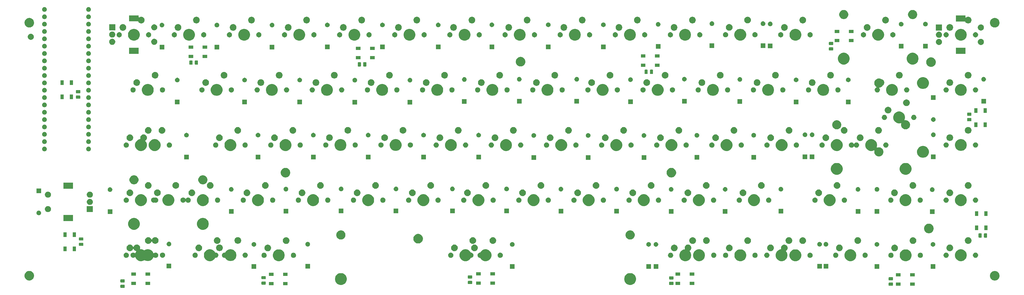
<source format=gbr>
G04 #@! TF.GenerationSoftware,KiCad,Pcbnew,5.1.5+dfsg1-2build2*
G04 #@! TF.CreationDate,2020-08-08T12:50:20+01:00*
G04 #@! TF.ProjectId,stoutgatv2,73746f75-7467-4617-9476-322e6b696361,0.2*
G04 #@! TF.SameCoordinates,Original*
G04 #@! TF.FileFunction,Soldermask,Bot*
G04 #@! TF.FilePolarity,Negative*
%FSLAX46Y46*%
G04 Gerber Fmt 4.6, Leading zero omitted, Abs format (unit mm)*
G04 Created by KiCad (PCBNEW 5.1.5+dfsg1-2build2) date 2020-08-08 12:50:20*
%MOMM*%
%LPD*%
G04 APERTURE LIST*
%ADD10C,0.100000*%
G04 APERTURE END LIST*
D10*
G36*
X86385668Y-181965065D02*
G01*
X86424338Y-181976796D01*
X86459977Y-181995846D01*
X86491217Y-182021483D01*
X86516854Y-182052723D01*
X86535904Y-182088362D01*
X86547635Y-182127032D01*
X86552200Y-182173388D01*
X86552200Y-182824612D01*
X86547635Y-182870968D01*
X86535904Y-182909638D01*
X86516854Y-182945277D01*
X86491217Y-182976517D01*
X86459977Y-183002154D01*
X86424338Y-183021204D01*
X86385668Y-183032935D01*
X86339312Y-183037500D01*
X85263088Y-183037500D01*
X85216732Y-183032935D01*
X85178062Y-183021204D01*
X85142423Y-183002154D01*
X85111183Y-182976517D01*
X85085546Y-182945277D01*
X85066496Y-182909638D01*
X85054765Y-182870968D01*
X85050200Y-182824612D01*
X85050200Y-182173388D01*
X85054765Y-182127032D01*
X85066496Y-182088362D01*
X85085546Y-182052723D01*
X85111183Y-182021483D01*
X85142423Y-181995846D01*
X85178062Y-181976796D01*
X85216732Y-181965065D01*
X85263088Y-181960500D01*
X86339312Y-181960500D01*
X86385668Y-181965065D01*
G37*
G36*
X351968068Y-181228465D02*
G01*
X352006738Y-181240196D01*
X352042377Y-181259246D01*
X352073617Y-181284883D01*
X352099254Y-181316123D01*
X352118304Y-181351762D01*
X352130035Y-181390432D01*
X352134600Y-181436788D01*
X352134600Y-182088012D01*
X352130035Y-182134368D01*
X352118304Y-182173038D01*
X352099254Y-182208677D01*
X352073617Y-182239917D01*
X352042377Y-182265554D01*
X352006738Y-182284604D01*
X351968068Y-182296335D01*
X351921712Y-182300900D01*
X350845488Y-182300900D01*
X350799132Y-182296335D01*
X350760462Y-182284604D01*
X350724823Y-182265554D01*
X350693583Y-182239917D01*
X350667946Y-182208677D01*
X350648896Y-182173038D01*
X350637165Y-182134368D01*
X350632600Y-182088012D01*
X350632600Y-181436788D01*
X350637165Y-181390432D01*
X350648896Y-181351762D01*
X350667946Y-181316123D01*
X350693583Y-181284883D01*
X350724823Y-181259246D01*
X350760462Y-181240196D01*
X350799132Y-181228465D01*
X350845488Y-181223900D01*
X351921712Y-181223900D01*
X351968068Y-181228465D01*
G37*
G36*
X359663800Y-182262400D02*
G01*
X358061800Y-182262400D01*
X358061800Y-181160400D01*
X359663800Y-181160400D01*
X359663800Y-182262400D01*
G37*
G36*
X354763800Y-182262400D02*
G01*
X353161800Y-182262400D01*
X353161800Y-181160400D01*
X354763800Y-181160400D01*
X354763800Y-182262400D01*
G37*
G36*
X137974800Y-182110000D02*
G01*
X136372800Y-182110000D01*
X136372800Y-181008000D01*
X137974800Y-181008000D01*
X137974800Y-182110000D01*
G37*
G36*
X142874800Y-182110000D02*
G01*
X141272800Y-182110000D01*
X141272800Y-181008000D01*
X142874800Y-181008000D01*
X142874800Y-182110000D01*
G37*
G36*
X261875454Y-178022618D02*
G01*
X262248711Y-178177226D01*
X262248713Y-178177227D01*
X262584636Y-178401684D01*
X262870316Y-178687364D01*
X263090378Y-179016709D01*
X263094774Y-179023289D01*
X263249382Y-179396546D01*
X263328200Y-179792793D01*
X263328200Y-180196807D01*
X263249382Y-180593054D01*
X263101691Y-180949612D01*
X263094773Y-180966313D01*
X262870316Y-181302236D01*
X262584636Y-181587916D01*
X262248713Y-181812373D01*
X262248712Y-181812374D01*
X262248711Y-181812374D01*
X261875454Y-181966982D01*
X261479207Y-182045800D01*
X261075193Y-182045800D01*
X260678946Y-181966982D01*
X260305689Y-181812374D01*
X260305688Y-181812374D01*
X260305687Y-181812373D01*
X259969764Y-181587916D01*
X259684084Y-181302236D01*
X259459627Y-180966313D01*
X259452709Y-180949612D01*
X259305018Y-180593054D01*
X259226200Y-180196807D01*
X259226200Y-179792793D01*
X259305018Y-179396546D01*
X259459626Y-179023289D01*
X259464023Y-179016709D01*
X259684084Y-178687364D01*
X259969764Y-178401684D01*
X260305687Y-178177227D01*
X260305689Y-178177226D01*
X260678946Y-178022618D01*
X261075193Y-177943800D01*
X261479207Y-177943800D01*
X261875454Y-178022618D01*
G37*
G36*
X161875454Y-178022618D02*
G01*
X162248711Y-178177226D01*
X162248713Y-178177227D01*
X162584636Y-178401684D01*
X162870316Y-178687364D01*
X163090378Y-179016709D01*
X163094774Y-179023289D01*
X163249382Y-179396546D01*
X163328200Y-179792793D01*
X163328200Y-180196807D01*
X163249382Y-180593054D01*
X163101691Y-180949612D01*
X163094773Y-180966313D01*
X162870316Y-181302236D01*
X162584636Y-181587916D01*
X162248713Y-181812373D01*
X162248712Y-181812374D01*
X162248711Y-181812374D01*
X161875454Y-181966982D01*
X161479207Y-182045800D01*
X161075193Y-182045800D01*
X160678946Y-181966982D01*
X160305689Y-181812374D01*
X160305688Y-181812374D01*
X160305687Y-181812373D01*
X159969764Y-181587916D01*
X159684084Y-181302236D01*
X159459627Y-180966313D01*
X159452709Y-180949612D01*
X159305018Y-180593054D01*
X159226200Y-180196807D01*
X159226200Y-179792793D01*
X159305018Y-179396546D01*
X159459626Y-179023289D01*
X159464023Y-179016709D01*
X159684084Y-178687364D01*
X159969764Y-178401684D01*
X160305687Y-178177227D01*
X160305689Y-178177226D01*
X160678946Y-178022618D01*
X161075193Y-177943800D01*
X161479207Y-177943800D01*
X161875454Y-178022618D01*
G37*
G36*
X278577600Y-182034000D02*
G01*
X276975600Y-182034000D01*
X276975600Y-180932000D01*
X278577600Y-180932000D01*
X278577600Y-182034000D01*
G37*
G36*
X283477600Y-182034000D02*
G01*
X281875600Y-182034000D01*
X281875600Y-180932000D01*
X283477600Y-180932000D01*
X283477600Y-182034000D01*
G37*
G36*
X90400600Y-182033800D02*
G01*
X88798600Y-182033800D01*
X88798600Y-180931800D01*
X90400600Y-180931800D01*
X90400600Y-182033800D01*
G37*
G36*
X95300600Y-182033800D02*
G01*
X93698600Y-182033800D01*
X93698600Y-180931800D01*
X95300600Y-180931800D01*
X95300600Y-182033800D01*
G37*
G36*
X276098268Y-180949065D02*
G01*
X276136938Y-180960796D01*
X276172577Y-180979846D01*
X276203817Y-181005483D01*
X276229454Y-181036723D01*
X276248504Y-181072362D01*
X276260235Y-181111032D01*
X276264800Y-181157388D01*
X276264800Y-181808612D01*
X276260235Y-181854968D01*
X276248504Y-181893638D01*
X276229454Y-181929277D01*
X276203817Y-181960517D01*
X276172577Y-181986154D01*
X276136938Y-182005204D01*
X276098268Y-182016935D01*
X276051912Y-182021500D01*
X274975688Y-182021500D01*
X274929332Y-182016935D01*
X274890662Y-182005204D01*
X274855023Y-181986154D01*
X274823783Y-181960517D01*
X274798146Y-181929277D01*
X274779096Y-181893638D01*
X274767365Y-181854968D01*
X274762800Y-181808612D01*
X274762800Y-181157388D01*
X274767365Y-181111032D01*
X274779096Y-181072362D01*
X274798146Y-181036723D01*
X274823783Y-181005483D01*
X274855023Y-180979846D01*
X274890662Y-180960796D01*
X274929332Y-180949065D01*
X274975688Y-180944500D01*
X276051912Y-180944500D01*
X276098268Y-180949065D01*
G37*
G36*
X209653600Y-181957600D02*
G01*
X208051600Y-181957600D01*
X208051600Y-180855600D01*
X209653600Y-180855600D01*
X209653600Y-181957600D01*
G37*
G36*
X214553600Y-181957600D02*
G01*
X212951600Y-181957600D01*
X212951600Y-180855600D01*
X214553600Y-180855600D01*
X214553600Y-181957600D01*
G37*
G36*
X135153668Y-180847465D02*
G01*
X135192338Y-180859196D01*
X135227977Y-180878246D01*
X135259217Y-180903883D01*
X135284854Y-180935123D01*
X135303904Y-180970762D01*
X135315635Y-181009432D01*
X135320200Y-181055788D01*
X135320200Y-181707012D01*
X135315635Y-181753368D01*
X135303904Y-181792038D01*
X135284854Y-181827677D01*
X135259217Y-181858917D01*
X135227977Y-181884554D01*
X135192338Y-181903604D01*
X135153668Y-181915335D01*
X135107312Y-181919900D01*
X134031088Y-181919900D01*
X133984732Y-181915335D01*
X133946062Y-181903604D01*
X133910423Y-181884554D01*
X133879183Y-181858917D01*
X133853546Y-181827677D01*
X133834496Y-181792038D01*
X133822765Y-181753368D01*
X133818200Y-181707012D01*
X133818200Y-181055788D01*
X133822765Y-181009432D01*
X133834496Y-180970762D01*
X133853546Y-180935123D01*
X133879183Y-180903883D01*
X133910423Y-180878246D01*
X133946062Y-180859196D01*
X133984732Y-180847465D01*
X134031088Y-180842900D01*
X135107312Y-180842900D01*
X135153668Y-180847465D01*
G37*
G36*
X206502268Y-180618865D02*
G01*
X206540938Y-180630596D01*
X206576577Y-180649646D01*
X206607817Y-180675283D01*
X206633454Y-180706523D01*
X206652504Y-180742162D01*
X206664235Y-180780832D01*
X206668800Y-180827188D01*
X206668800Y-181478412D01*
X206664235Y-181524768D01*
X206652504Y-181563438D01*
X206633454Y-181599077D01*
X206607817Y-181630317D01*
X206576577Y-181655954D01*
X206540938Y-181675004D01*
X206502268Y-181686735D01*
X206455912Y-181691300D01*
X205379688Y-181691300D01*
X205333332Y-181686735D01*
X205294662Y-181675004D01*
X205259023Y-181655954D01*
X205227783Y-181630317D01*
X205202146Y-181599077D01*
X205183096Y-181563438D01*
X205171365Y-181524768D01*
X205166800Y-181478412D01*
X205166800Y-180827188D01*
X205171365Y-180780832D01*
X205183096Y-180742162D01*
X205202146Y-180706523D01*
X205227783Y-180675283D01*
X205259023Y-180649646D01*
X205294662Y-180630596D01*
X205333332Y-180618865D01*
X205379688Y-180614300D01*
X206455912Y-180614300D01*
X206502268Y-180618865D01*
G37*
G36*
X86385668Y-180090065D02*
G01*
X86424338Y-180101796D01*
X86459977Y-180120846D01*
X86491217Y-180146483D01*
X86516854Y-180177723D01*
X86535904Y-180213362D01*
X86547635Y-180252032D01*
X86552200Y-180298388D01*
X86552200Y-180949612D01*
X86547635Y-180995966D01*
X86535904Y-181034638D01*
X86516854Y-181070277D01*
X86491217Y-181101517D01*
X86459977Y-181127154D01*
X86424338Y-181146204D01*
X86385668Y-181157935D01*
X86339312Y-181162500D01*
X85263088Y-181162500D01*
X85216732Y-181157935D01*
X85178062Y-181146204D01*
X85142423Y-181127154D01*
X85111183Y-181101517D01*
X85085546Y-181070277D01*
X85066496Y-181034638D01*
X85054765Y-180995966D01*
X85050200Y-180949612D01*
X85050200Y-180298388D01*
X85054765Y-180252032D01*
X85066496Y-180213362D01*
X85085546Y-180177723D01*
X85111183Y-180146483D01*
X85142423Y-180120846D01*
X85178062Y-180101796D01*
X85216732Y-180090065D01*
X85263088Y-180085500D01*
X86339312Y-180085500D01*
X86385668Y-180090065D01*
G37*
G36*
X387687156Y-177245398D02*
G01*
X387793479Y-177266547D01*
X388093942Y-177391003D01*
X388364351Y-177571685D01*
X388594315Y-177801649D01*
X388766511Y-178059358D01*
X388774998Y-178072060D01*
X388899453Y-178372522D01*
X388962900Y-178691489D01*
X388962900Y-179016711D01*
X388936713Y-179148361D01*
X388899453Y-179335679D01*
X388774997Y-179636142D01*
X388594315Y-179906551D01*
X388364351Y-180136515D01*
X388093942Y-180317197D01*
X387793479Y-180441653D01*
X387687156Y-180462802D01*
X387474511Y-180505100D01*
X387149289Y-180505100D01*
X386936644Y-180462802D01*
X386830321Y-180441653D01*
X386529858Y-180317197D01*
X386259449Y-180136515D01*
X386029485Y-179906551D01*
X385848803Y-179636142D01*
X385724347Y-179335679D01*
X385687087Y-179148361D01*
X385660900Y-179016711D01*
X385660900Y-178691489D01*
X385724347Y-178372522D01*
X385848802Y-178072060D01*
X385857289Y-178059358D01*
X386029485Y-177801649D01*
X386259449Y-177571685D01*
X386529858Y-177391003D01*
X386830321Y-177266547D01*
X386936644Y-177245398D01*
X387149289Y-177203100D01*
X387474511Y-177203100D01*
X387687156Y-177245398D01*
G37*
G36*
X53943856Y-177232698D02*
G01*
X54050179Y-177253847D01*
X54350642Y-177378303D01*
X54621051Y-177558985D01*
X54851015Y-177788949D01*
X55031697Y-178059358D01*
X55031698Y-178059360D01*
X55156153Y-178359822D01*
X55219600Y-178678789D01*
X55219600Y-179004011D01*
X55197547Y-179114877D01*
X55156153Y-179322979D01*
X55031697Y-179623442D01*
X54851015Y-179893851D01*
X54621051Y-180123815D01*
X54350642Y-180304497D01*
X54350641Y-180304498D01*
X54350640Y-180304498D01*
X54319982Y-180317197D01*
X54050179Y-180428953D01*
X53943856Y-180450102D01*
X53731211Y-180492400D01*
X53405989Y-180492400D01*
X53193344Y-180450102D01*
X53087021Y-180428953D01*
X52817218Y-180317197D01*
X52786560Y-180304498D01*
X52786559Y-180304498D01*
X52786558Y-180304497D01*
X52516149Y-180123815D01*
X52286185Y-179893851D01*
X52105503Y-179623442D01*
X51981047Y-179322979D01*
X51939653Y-179114877D01*
X51917600Y-179004011D01*
X51917600Y-178678789D01*
X51981047Y-178359822D01*
X52105502Y-178059360D01*
X52105503Y-178059358D01*
X52286185Y-177788949D01*
X52516149Y-177558985D01*
X52786558Y-177378303D01*
X53087021Y-177253847D01*
X53193344Y-177232698D01*
X53405989Y-177190400D01*
X53731211Y-177190400D01*
X53943856Y-177232698D01*
G37*
G36*
X351968068Y-179353465D02*
G01*
X352006738Y-179365196D01*
X352042377Y-179384246D01*
X352073617Y-179409883D01*
X352099254Y-179441123D01*
X352118304Y-179476762D01*
X352130035Y-179515432D01*
X352134600Y-179561788D01*
X352134600Y-180213012D01*
X352130035Y-180259368D01*
X352118304Y-180298038D01*
X352099254Y-180333677D01*
X352073617Y-180364917D01*
X352042377Y-180390554D01*
X352006738Y-180409604D01*
X351968068Y-180421335D01*
X351921712Y-180425900D01*
X350845488Y-180425900D01*
X350799132Y-180421335D01*
X350760462Y-180409604D01*
X350724823Y-180390554D01*
X350693583Y-180364917D01*
X350667946Y-180333677D01*
X350648896Y-180298038D01*
X350637165Y-180259368D01*
X350632600Y-180213012D01*
X350632600Y-179561788D01*
X350637165Y-179515432D01*
X350648896Y-179476762D01*
X350667946Y-179441123D01*
X350693583Y-179409883D01*
X350724823Y-179384246D01*
X350760462Y-179365196D01*
X350799132Y-179353465D01*
X350845488Y-179348900D01*
X351921712Y-179348900D01*
X351968068Y-179353465D01*
G37*
G36*
X276098268Y-179074065D02*
G01*
X276136938Y-179085796D01*
X276172577Y-179104846D01*
X276203817Y-179130483D01*
X276229454Y-179161723D01*
X276248504Y-179197362D01*
X276260235Y-179236032D01*
X276264800Y-179282388D01*
X276264800Y-179933612D01*
X276260235Y-179979968D01*
X276248504Y-180018638D01*
X276229454Y-180054277D01*
X276203817Y-180085517D01*
X276172577Y-180111154D01*
X276136938Y-180130204D01*
X276098268Y-180141935D01*
X276051912Y-180146500D01*
X274975688Y-180146500D01*
X274929332Y-180141935D01*
X274890662Y-180130204D01*
X274855023Y-180111154D01*
X274823783Y-180085517D01*
X274798146Y-180054277D01*
X274779096Y-180018638D01*
X274767365Y-179979968D01*
X274762800Y-179933612D01*
X274762800Y-179282388D01*
X274767365Y-179236032D01*
X274779096Y-179197362D01*
X274798146Y-179161723D01*
X274823783Y-179130483D01*
X274855023Y-179104846D01*
X274890662Y-179085796D01*
X274929332Y-179074065D01*
X274975688Y-179069500D01*
X276051912Y-179069500D01*
X276098268Y-179074065D01*
G37*
G36*
X135153668Y-178972465D02*
G01*
X135192338Y-178984196D01*
X135227977Y-179003246D01*
X135259217Y-179028883D01*
X135284854Y-179060123D01*
X135303904Y-179095762D01*
X135315635Y-179134432D01*
X135320200Y-179180788D01*
X135320200Y-179832012D01*
X135315635Y-179878368D01*
X135303904Y-179917038D01*
X135284854Y-179952677D01*
X135259217Y-179983917D01*
X135227977Y-180009554D01*
X135192338Y-180028604D01*
X135153668Y-180040335D01*
X135107312Y-180044900D01*
X134031088Y-180044900D01*
X133984732Y-180040335D01*
X133946062Y-180028604D01*
X133910423Y-180009554D01*
X133879183Y-179983917D01*
X133853546Y-179952677D01*
X133834496Y-179917038D01*
X133822765Y-179878368D01*
X133818200Y-179832012D01*
X133818200Y-179180788D01*
X133822765Y-179134432D01*
X133834496Y-179095762D01*
X133853546Y-179060123D01*
X133879183Y-179028883D01*
X133910423Y-179003246D01*
X133946062Y-178984196D01*
X133984732Y-178972465D01*
X134031088Y-178967900D01*
X135107312Y-178967900D01*
X135153668Y-178972465D01*
G37*
G36*
X206502268Y-178743865D02*
G01*
X206540938Y-178755596D01*
X206576577Y-178774646D01*
X206607817Y-178800283D01*
X206633454Y-178831523D01*
X206652504Y-178867162D01*
X206664235Y-178905832D01*
X206668800Y-178952188D01*
X206668800Y-179603412D01*
X206664235Y-179649768D01*
X206652504Y-179688438D01*
X206633454Y-179724077D01*
X206607817Y-179755317D01*
X206576577Y-179780954D01*
X206540938Y-179800004D01*
X206502268Y-179811735D01*
X206455912Y-179816300D01*
X205379688Y-179816300D01*
X205333332Y-179811735D01*
X205294662Y-179800004D01*
X205259023Y-179780954D01*
X205227783Y-179755317D01*
X205202146Y-179724077D01*
X205183096Y-179688438D01*
X205171365Y-179649768D01*
X205166800Y-179603412D01*
X205166800Y-178952188D01*
X205171365Y-178905832D01*
X205183096Y-178867162D01*
X205202146Y-178831523D01*
X205227783Y-178800283D01*
X205259023Y-178774646D01*
X205294662Y-178755596D01*
X205333332Y-178743865D01*
X205379688Y-178739300D01*
X206455912Y-178739300D01*
X206502268Y-178743865D01*
G37*
G36*
X359663800Y-179062400D02*
G01*
X358061800Y-179062400D01*
X358061800Y-177960400D01*
X359663800Y-177960400D01*
X359663800Y-179062400D01*
G37*
G36*
X354763800Y-179062400D02*
G01*
X353161800Y-179062400D01*
X353161800Y-177960400D01*
X354763800Y-177960400D01*
X354763800Y-179062400D01*
G37*
G36*
X142874800Y-178910000D02*
G01*
X141272800Y-178910000D01*
X141272800Y-177808000D01*
X142874800Y-177808000D01*
X142874800Y-178910000D01*
G37*
G36*
X137974800Y-178910000D02*
G01*
X136372800Y-178910000D01*
X136372800Y-177808000D01*
X137974800Y-177808000D01*
X137974800Y-178910000D01*
G37*
G36*
X283477600Y-178834000D02*
G01*
X281875600Y-178834000D01*
X281875600Y-177732000D01*
X283477600Y-177732000D01*
X283477600Y-178834000D01*
G37*
G36*
X278577600Y-178834000D02*
G01*
X276975600Y-178834000D01*
X276975600Y-177732000D01*
X278577600Y-177732000D01*
X278577600Y-178834000D01*
G37*
G36*
X95300600Y-178833800D02*
G01*
X93698600Y-178833800D01*
X93698600Y-177731800D01*
X95300600Y-177731800D01*
X95300600Y-178833800D01*
G37*
G36*
X90400600Y-178833800D02*
G01*
X88798600Y-178833800D01*
X88798600Y-177731800D01*
X90400600Y-177731800D01*
X90400600Y-178833800D01*
G37*
G36*
X214553600Y-178757600D02*
G01*
X212951600Y-178757600D01*
X212951600Y-177655600D01*
X214553600Y-177655600D01*
X214553600Y-178757600D01*
G37*
G36*
X209653600Y-178757600D02*
G01*
X208051600Y-178757600D01*
X208051600Y-177655600D01*
X209653600Y-177655600D01*
X209653600Y-178757600D01*
G37*
G36*
X221323800Y-176442000D02*
G01*
X219721800Y-176442000D01*
X219721800Y-174840000D01*
X221323800Y-174840000D01*
X221323800Y-176442000D01*
G37*
G36*
X366764200Y-176416600D02*
G01*
X365162200Y-176416600D01*
X365162200Y-174814600D01*
X366764200Y-174814600D01*
X366764200Y-176416600D01*
G37*
G36*
X268466200Y-176416600D02*
G01*
X266864200Y-176416600D01*
X266864200Y-174814600D01*
X268466200Y-174814600D01*
X268466200Y-176416600D01*
G37*
G36*
X347384000Y-176416600D02*
G01*
X345782000Y-176416600D01*
X345782000Y-174814600D01*
X347384000Y-174814600D01*
X347384000Y-176416600D01*
G37*
G36*
X270980800Y-176416600D02*
G01*
X269378800Y-176416600D01*
X269378800Y-174814600D01*
X270980800Y-174814600D01*
X270980800Y-176416600D01*
G37*
G36*
X132017400Y-176416600D02*
G01*
X130415400Y-176416600D01*
X130415400Y-174814600D01*
X132017400Y-174814600D01*
X132017400Y-176416600D01*
G37*
G36*
X329756400Y-176391200D02*
G01*
X328154400Y-176391200D01*
X328154400Y-174789200D01*
X329756400Y-174789200D01*
X329756400Y-176391200D01*
G37*
G36*
X327572000Y-176391200D02*
G01*
X325970000Y-176391200D01*
X325970000Y-174789200D01*
X327572000Y-174789200D01*
X327572000Y-176391200D01*
G37*
G36*
X150610200Y-176365800D02*
G01*
X149008200Y-176365800D01*
X149008200Y-174763800D01*
X150610200Y-174763800D01*
X150610200Y-176365800D01*
G37*
G36*
X102655000Y-176315000D02*
G01*
X101053000Y-176315000D01*
X101053000Y-174713000D01*
X102655000Y-174713000D01*
X102655000Y-176315000D01*
G37*
G36*
X299962654Y-169808018D02*
G01*
X300301856Y-169948520D01*
X300335913Y-169962627D01*
X300671836Y-170187084D01*
X300957516Y-170472764D01*
X301176904Y-170801100D01*
X301181974Y-170808689D01*
X301336582Y-171181946D01*
X301415400Y-171578193D01*
X301415400Y-171982207D01*
X301336582Y-172378454D01*
X301192494Y-172726313D01*
X301181973Y-172751713D01*
X300957516Y-173087636D01*
X300671836Y-173373316D01*
X300335913Y-173597773D01*
X300335912Y-173597774D01*
X300335911Y-173597774D01*
X299962654Y-173752382D01*
X299566407Y-173831200D01*
X299162393Y-173831200D01*
X298766146Y-173752382D01*
X298392889Y-173597774D01*
X298392888Y-173597774D01*
X298392887Y-173597773D01*
X298056964Y-173373316D01*
X297771284Y-173087636D01*
X297546827Y-172751713D01*
X297536306Y-172726313D01*
X297392218Y-172378454D01*
X297313400Y-171982207D01*
X297313400Y-171578193D01*
X297392218Y-171181946D01*
X297546826Y-170808689D01*
X297551897Y-170801100D01*
X297771284Y-170472764D01*
X298056964Y-170187084D01*
X298392887Y-169962627D01*
X298426944Y-169948520D01*
X298766146Y-169808018D01*
X299162393Y-169729200D01*
X299566407Y-169729200D01*
X299962654Y-169808018D01*
G37*
G36*
X140399854Y-169808018D02*
G01*
X140739056Y-169948520D01*
X140773113Y-169962627D01*
X141109036Y-170187084D01*
X141394716Y-170472764D01*
X141614104Y-170801100D01*
X141619174Y-170808689D01*
X141773782Y-171181946D01*
X141852600Y-171578193D01*
X141852600Y-171982207D01*
X141773782Y-172378454D01*
X141629694Y-172726313D01*
X141619173Y-172751713D01*
X141394716Y-173087636D01*
X141109036Y-173373316D01*
X140773113Y-173597773D01*
X140773112Y-173597774D01*
X140773111Y-173597774D01*
X140399854Y-173752382D01*
X140003607Y-173831200D01*
X139599593Y-173831200D01*
X139203346Y-173752382D01*
X138830089Y-173597774D01*
X138830088Y-173597774D01*
X138830087Y-173597773D01*
X138494164Y-173373316D01*
X138208484Y-173087636D01*
X137984027Y-172751713D01*
X137973506Y-172726313D01*
X137829418Y-172378454D01*
X137750600Y-171982207D01*
X137750600Y-171578193D01*
X137829418Y-171181946D01*
X137984026Y-170808689D01*
X137989097Y-170801100D01*
X138208484Y-170472764D01*
X138494164Y-170187084D01*
X138830087Y-169962627D01*
X138864144Y-169948520D01*
X139203346Y-169808018D01*
X139599593Y-169729200D01*
X140003607Y-169729200D01*
X140399854Y-169808018D01*
G37*
G36*
X281446722Y-168074493D02*
G01*
X281615334Y-168108032D01*
X281824803Y-168194797D01*
X282013320Y-168320760D01*
X282173640Y-168481080D01*
X282299603Y-168669597D01*
X282299604Y-168669599D01*
X282314449Y-168705438D01*
X282386368Y-168879066D01*
X282408484Y-168990251D01*
X282430600Y-169101435D01*
X282430600Y-169328165D01*
X282408484Y-169439349D01*
X282386368Y-169550534D01*
X282299603Y-169760003D01*
X282173640Y-169948520D01*
X282013320Y-170108840D01*
X281975306Y-170134240D01*
X281873608Y-170202193D01*
X281854666Y-170217739D01*
X281839121Y-170236681D01*
X281827570Y-170258291D01*
X281820457Y-170281740D01*
X281818055Y-170306127D01*
X281820457Y-170330513D01*
X281827570Y-170353962D01*
X281839121Y-170375572D01*
X281854666Y-170394514D01*
X281932916Y-170472764D01*
X282152304Y-170801100D01*
X282157374Y-170808689D01*
X282311982Y-171181946D01*
X282390800Y-171578193D01*
X282390800Y-171982207D01*
X282311982Y-172378454D01*
X282167894Y-172726313D01*
X282157373Y-172751713D01*
X281932916Y-173087636D01*
X281647236Y-173373316D01*
X281311313Y-173597773D01*
X281311312Y-173597774D01*
X281311311Y-173597774D01*
X280938054Y-173752382D01*
X280541807Y-173831200D01*
X280137793Y-173831200D01*
X279741546Y-173752382D01*
X279368289Y-173597774D01*
X279368288Y-173597774D01*
X279368287Y-173597773D01*
X279032364Y-173373316D01*
X278746684Y-173087636D01*
X278522227Y-172751713D01*
X278511706Y-172726313D01*
X278367618Y-172378454D01*
X278288800Y-171982207D01*
X278288800Y-171578193D01*
X278367618Y-171181946D01*
X278522226Y-170808689D01*
X278527297Y-170801100D01*
X278746684Y-170472764D01*
X279032364Y-170187084D01*
X279368287Y-169962627D01*
X279402344Y-169948520D01*
X279741546Y-169808018D01*
X280089152Y-169738875D01*
X280112601Y-169731762D01*
X280134212Y-169720211D01*
X280153154Y-169704666D01*
X280168699Y-169685724D01*
X280180250Y-169664113D01*
X280187363Y-169640664D01*
X280189765Y-169616278D01*
X280187363Y-169591892D01*
X280180251Y-169568444D01*
X280172832Y-169550534D01*
X280139658Y-169383757D01*
X280128600Y-169328165D01*
X280128600Y-169101435D01*
X280150716Y-168990251D01*
X280172832Y-168879066D01*
X280244751Y-168705438D01*
X280259596Y-168669599D01*
X280259597Y-168669597D01*
X280385560Y-168481080D01*
X280545880Y-168320760D01*
X280734397Y-168194797D01*
X280943866Y-168108032D01*
X281112478Y-168074493D01*
X281166235Y-168063800D01*
X281392965Y-168063800D01*
X281446722Y-168074493D01*
G37*
G36*
X357112654Y-169808018D02*
G01*
X357451856Y-169948520D01*
X357485913Y-169962627D01*
X357821836Y-170187084D01*
X358107516Y-170472764D01*
X358326904Y-170801100D01*
X358331974Y-170808689D01*
X358486582Y-171181946D01*
X358565400Y-171578193D01*
X358565400Y-171982207D01*
X358486582Y-172378454D01*
X358342494Y-172726313D01*
X358331973Y-172751713D01*
X358107516Y-173087636D01*
X357821836Y-173373316D01*
X357485913Y-173597773D01*
X357485912Y-173597774D01*
X357485911Y-173597774D01*
X357112654Y-173752382D01*
X356716407Y-173831200D01*
X356312393Y-173831200D01*
X355916146Y-173752382D01*
X355542889Y-173597774D01*
X355542888Y-173597774D01*
X355542887Y-173597773D01*
X355206964Y-173373316D01*
X354921284Y-173087636D01*
X354696827Y-172751713D01*
X354686306Y-172726313D01*
X354542218Y-172378454D01*
X354463400Y-171982207D01*
X354463400Y-171578193D01*
X354542218Y-171181946D01*
X354696826Y-170808689D01*
X354701897Y-170801100D01*
X354921284Y-170472764D01*
X355206964Y-170187084D01*
X355542887Y-169962627D01*
X355576944Y-169948520D01*
X355916146Y-169808018D01*
X356312393Y-169729200D01*
X356716407Y-169729200D01*
X357112654Y-169808018D01*
G37*
G36*
X318987254Y-169808018D02*
G01*
X319326456Y-169948520D01*
X319360513Y-169962627D01*
X319696436Y-170187084D01*
X319982116Y-170472764D01*
X320201504Y-170801100D01*
X320206574Y-170808689D01*
X320361182Y-171181946D01*
X320440000Y-171578193D01*
X320440000Y-171982207D01*
X320361182Y-172378454D01*
X320217094Y-172726313D01*
X320206573Y-172751713D01*
X319982116Y-173087636D01*
X319696436Y-173373316D01*
X319360513Y-173597773D01*
X319360512Y-173597774D01*
X319360511Y-173597774D01*
X318987254Y-173752382D01*
X318591007Y-173831200D01*
X318186993Y-173831200D01*
X317790746Y-173752382D01*
X317417489Y-173597774D01*
X317417488Y-173597774D01*
X317417487Y-173597773D01*
X317081564Y-173373316D01*
X316795884Y-173087636D01*
X316571427Y-172751713D01*
X316560906Y-172726313D01*
X316416818Y-172378454D01*
X316338000Y-171982207D01*
X316338000Y-171578193D01*
X316416818Y-171181946D01*
X316571426Y-170808689D01*
X316576497Y-170801100D01*
X316795884Y-170472764D01*
X317081564Y-170187084D01*
X317417487Y-169962627D01*
X317451544Y-169948520D01*
X317790746Y-169808018D01*
X318186993Y-169729200D01*
X318591007Y-169729200D01*
X318987254Y-169808018D01*
G37*
G36*
X314746122Y-168099893D02*
G01*
X314914734Y-168133432D01*
X315124203Y-168220197D01*
X315312720Y-168346160D01*
X315473040Y-168506480D01*
X315599003Y-168694997D01*
X315599004Y-168694999D01*
X315613849Y-168730838D01*
X315669556Y-168865326D01*
X315685768Y-168904467D01*
X315724948Y-169101435D01*
X315730000Y-169126836D01*
X315730000Y-169353564D01*
X315685768Y-169575934D01*
X315658956Y-169640664D01*
X315609525Y-169760002D01*
X315599003Y-169785403D01*
X315473040Y-169973920D01*
X315312720Y-170134240D01*
X315271647Y-170161684D01*
X315188234Y-170217419D01*
X315169292Y-170232965D01*
X315153747Y-170251907D01*
X315142196Y-170273517D01*
X315135083Y-170296966D01*
X315132681Y-170321352D01*
X315135083Y-170345738D01*
X315142196Y-170369187D01*
X315153747Y-170390798D01*
X315169292Y-170409740D01*
X315206916Y-170447364D01*
X315414403Y-170757889D01*
X315431374Y-170783289D01*
X315585982Y-171156546D01*
X315664800Y-171552793D01*
X315664800Y-171956807D01*
X315585982Y-172353054D01*
X315448457Y-172685069D01*
X315431373Y-172726313D01*
X315206916Y-173062236D01*
X314921236Y-173347916D01*
X314585313Y-173572373D01*
X314585312Y-173572374D01*
X314585311Y-173572374D01*
X314212054Y-173726982D01*
X313815807Y-173805800D01*
X313411793Y-173805800D01*
X313015546Y-173726982D01*
X312642289Y-173572374D01*
X312642288Y-173572374D01*
X312642287Y-173572373D01*
X312306364Y-173347916D01*
X312020684Y-173062236D01*
X311796227Y-172726313D01*
X311779143Y-172685069D01*
X311641618Y-172353054D01*
X311562800Y-171956807D01*
X311562800Y-171552793D01*
X311641618Y-171156546D01*
X311796226Y-170783289D01*
X311813198Y-170757889D01*
X312020684Y-170447364D01*
X312306364Y-170161684D01*
X312642287Y-169937227D01*
X312676344Y-169923120D01*
X313015546Y-169782618D01*
X313371801Y-169711755D01*
X313395250Y-169704642D01*
X313416861Y-169693091D01*
X313435803Y-169677546D01*
X313451348Y-169658604D01*
X313462899Y-169636993D01*
X313470012Y-169613544D01*
X313472414Y-169589158D01*
X313470012Y-169564772D01*
X313467180Y-169550533D01*
X313428000Y-169353564D01*
X313428000Y-169126836D01*
X313433053Y-169101435D01*
X313472232Y-168904467D01*
X313488445Y-168865326D01*
X313544151Y-168730838D01*
X313558996Y-168694999D01*
X313558997Y-168694997D01*
X313684960Y-168506480D01*
X313845280Y-168346160D01*
X314033797Y-168220197D01*
X314243266Y-168133432D01*
X314411878Y-168099893D01*
X314465635Y-168089200D01*
X314692365Y-168089200D01*
X314746122Y-168099893D01*
G37*
G36*
X211875454Y-169782618D02*
G01*
X212214656Y-169923120D01*
X212248713Y-169937227D01*
X212584636Y-170161684D01*
X212870316Y-170447364D01*
X213077803Y-170757889D01*
X213094774Y-170783289D01*
X213249382Y-171156546D01*
X213328200Y-171552793D01*
X213328200Y-171956807D01*
X213249382Y-172353054D01*
X213111857Y-172685069D01*
X213094773Y-172726313D01*
X212870316Y-173062236D01*
X212584636Y-173347916D01*
X212248713Y-173572373D01*
X212248712Y-173572374D01*
X212248711Y-173572374D01*
X211875454Y-173726982D01*
X211479207Y-173805800D01*
X211075193Y-173805800D01*
X210678946Y-173726982D01*
X210305689Y-173572374D01*
X210305688Y-173572374D01*
X210305687Y-173572373D01*
X209969764Y-173347916D01*
X209684084Y-173062236D01*
X209459627Y-172726313D01*
X209459626Y-172726311D01*
X209455629Y-172720329D01*
X209450835Y-172711359D01*
X209435291Y-172692417D01*
X209416350Y-172676870D01*
X209394740Y-172665318D01*
X209371291Y-172658203D01*
X209346898Y-172655800D01*
X209334258Y-172655800D01*
X209298127Y-172648613D01*
X209160188Y-172621176D01*
X208996216Y-172553256D01*
X208848646Y-172454653D01*
X208723147Y-172329154D01*
X208624544Y-172181584D01*
X208556624Y-172017612D01*
X208522000Y-171843541D01*
X208522000Y-171666059D01*
X208556624Y-171491988D01*
X208624544Y-171328016D01*
X208723147Y-171180446D01*
X208848646Y-171054947D01*
X208996216Y-170956344D01*
X209160188Y-170888424D01*
X209309488Y-170858727D01*
X209334258Y-170853800D01*
X209346898Y-170853800D01*
X209371284Y-170851398D01*
X209394733Y-170844285D01*
X209416344Y-170832734D01*
X209435286Y-170817189D01*
X209450831Y-170798247D01*
X209455627Y-170789274D01*
X209476598Y-170757889D01*
X209684084Y-170447364D01*
X209969764Y-170161684D01*
X210305687Y-169937227D01*
X210339744Y-169923120D01*
X210678946Y-169782618D01*
X211075193Y-169703800D01*
X211479207Y-169703800D01*
X211875454Y-169782618D01*
G37*
G36*
X204941254Y-169782618D02*
G01*
X205280456Y-169923120D01*
X205314513Y-169937227D01*
X205650436Y-170161684D01*
X205936116Y-170447364D01*
X206143603Y-170757889D01*
X206164571Y-170789271D01*
X206169365Y-170798241D01*
X206184909Y-170817183D01*
X206203850Y-170832730D01*
X206225460Y-170844282D01*
X206248909Y-170851397D01*
X206273302Y-170853800D01*
X206285942Y-170853800D01*
X206310712Y-170858727D01*
X206460012Y-170888424D01*
X206623984Y-170956344D01*
X206771554Y-171054947D01*
X206897053Y-171180446D01*
X206995656Y-171328016D01*
X207063576Y-171491988D01*
X207098200Y-171666059D01*
X207098200Y-171843541D01*
X207063576Y-172017612D01*
X206995656Y-172181584D01*
X206897053Y-172329154D01*
X206771554Y-172454653D01*
X206623984Y-172553256D01*
X206460012Y-172621176D01*
X206322073Y-172648613D01*
X206285942Y-172655800D01*
X206273302Y-172655800D01*
X206248916Y-172658202D01*
X206225467Y-172665315D01*
X206203856Y-172676866D01*
X206184914Y-172692411D01*
X206169369Y-172711353D01*
X206164573Y-172720326D01*
X206160574Y-172726311D01*
X206160573Y-172726313D01*
X205936116Y-173062236D01*
X205650436Y-173347916D01*
X205314513Y-173572373D01*
X205314512Y-173572374D01*
X205314511Y-173572374D01*
X204941254Y-173726982D01*
X204545007Y-173805800D01*
X204140993Y-173805800D01*
X203744746Y-173726982D01*
X203371489Y-173572374D01*
X203371488Y-173572374D01*
X203371487Y-173572373D01*
X203035564Y-173347916D01*
X202749884Y-173062236D01*
X202525427Y-172726313D01*
X202508343Y-172685069D01*
X202370818Y-172353054D01*
X202292000Y-171956807D01*
X202292000Y-171552793D01*
X202370818Y-171156546D01*
X202525426Y-170783289D01*
X202542398Y-170757889D01*
X202749884Y-170447364D01*
X203035564Y-170161684D01*
X203371487Y-169937227D01*
X203405544Y-169923120D01*
X203744746Y-169782618D01*
X204140993Y-169703800D01*
X204545007Y-169703800D01*
X204941254Y-169782618D01*
G37*
G36*
X285687854Y-169782618D02*
G01*
X286027056Y-169923120D01*
X286061113Y-169937227D01*
X286397036Y-170161684D01*
X286682716Y-170447364D01*
X286890203Y-170757889D01*
X286907174Y-170783289D01*
X287061782Y-171156546D01*
X287140600Y-171552793D01*
X287140600Y-171956807D01*
X287061782Y-172353054D01*
X286924257Y-172685069D01*
X286907173Y-172726313D01*
X286682716Y-173062236D01*
X286397036Y-173347916D01*
X286061113Y-173572373D01*
X286061112Y-173572374D01*
X286061111Y-173572374D01*
X285687854Y-173726982D01*
X285291607Y-173805800D01*
X284887593Y-173805800D01*
X284491346Y-173726982D01*
X284118089Y-173572374D01*
X284118088Y-173572374D01*
X284118087Y-173572373D01*
X283782164Y-173347916D01*
X283496484Y-173062236D01*
X283272027Y-172726313D01*
X283254943Y-172685069D01*
X283117418Y-172353054D01*
X283038600Y-171956807D01*
X283038600Y-171552793D01*
X283117418Y-171156546D01*
X283272026Y-170783289D01*
X283288998Y-170757889D01*
X283496484Y-170447364D01*
X283782164Y-170161684D01*
X284118087Y-169937227D01*
X284152144Y-169923120D01*
X284491346Y-169782618D01*
X284887593Y-169703800D01*
X285291607Y-169703800D01*
X285687854Y-169782618D01*
G37*
G36*
X338011854Y-169782618D02*
G01*
X338351056Y-169923120D01*
X338385113Y-169937227D01*
X338721036Y-170161684D01*
X339006716Y-170447364D01*
X339214203Y-170757889D01*
X339231174Y-170783289D01*
X339385782Y-171156546D01*
X339464600Y-171552793D01*
X339464600Y-171956807D01*
X339385782Y-172353054D01*
X339248257Y-172685069D01*
X339231173Y-172726313D01*
X339006716Y-173062236D01*
X338721036Y-173347916D01*
X338385113Y-173572373D01*
X338385112Y-173572374D01*
X338385111Y-173572374D01*
X338011854Y-173726982D01*
X337615607Y-173805800D01*
X337211593Y-173805800D01*
X336815346Y-173726982D01*
X336442089Y-173572374D01*
X336442088Y-173572374D01*
X336442087Y-173572373D01*
X336106164Y-173347916D01*
X335820484Y-173062236D01*
X335596027Y-172726313D01*
X335578943Y-172685069D01*
X335441418Y-172353054D01*
X335362600Y-171956807D01*
X335362600Y-171552793D01*
X335441418Y-171156546D01*
X335596026Y-170783289D01*
X335612998Y-170757889D01*
X335820484Y-170447364D01*
X336106164Y-170161684D01*
X336442087Y-169937227D01*
X336476144Y-169923120D01*
X336815346Y-169782618D01*
X337211593Y-169703800D01*
X337615607Y-169703800D01*
X338011854Y-169782618D01*
G37*
G36*
X90895922Y-168049093D02*
G01*
X91064534Y-168082632D01*
X91274003Y-168169397D01*
X91462520Y-168295360D01*
X91622840Y-168455680D01*
X91721835Y-168603837D01*
X91748804Y-168644199D01*
X91763649Y-168680038D01*
X91835568Y-168853666D01*
X91845673Y-168904466D01*
X91879800Y-169076035D01*
X91879800Y-169302765D01*
X91835568Y-169525133D01*
X91833152Y-169530966D01*
X91826039Y-169554415D01*
X91823637Y-169578801D01*
X91826039Y-169603187D01*
X91833152Y-169626636D01*
X91844703Y-169648247D01*
X91860248Y-169667188D01*
X91879190Y-169682734D01*
X91900801Y-169694285D01*
X91924250Y-169701398D01*
X91948636Y-169703800D01*
X92353207Y-169703800D01*
X92749454Y-169782618D01*
X93088656Y-169923120D01*
X93122713Y-169937227D01*
X93177626Y-169973919D01*
X93256547Y-170026652D01*
X93278158Y-170038203D01*
X93301607Y-170045316D01*
X93325993Y-170047718D01*
X93350379Y-170045316D01*
X93373828Y-170038203D01*
X93395439Y-170026652D01*
X93512374Y-169948519D01*
X93567287Y-169911827D01*
X93567289Y-169911826D01*
X93940546Y-169757218D01*
X94336793Y-169678400D01*
X94740807Y-169678400D01*
X95137054Y-169757218D01*
X95510311Y-169911826D01*
X95510313Y-169911827D01*
X95846236Y-170136284D01*
X96131916Y-170421964D01*
X96165860Y-170472764D01*
X96356374Y-170757889D01*
X96459797Y-171007573D01*
X96471348Y-171029184D01*
X96486893Y-171048126D01*
X96505835Y-171063671D01*
X96527446Y-171075222D01*
X96550895Y-171082335D01*
X96575281Y-171084737D01*
X96599667Y-171082335D01*
X96623116Y-171075222D01*
X96644727Y-171063671D01*
X96648825Y-171060308D01*
X96656841Y-171054952D01*
X96656846Y-171054947D01*
X96804416Y-170956344D01*
X96968388Y-170888424D01*
X97117688Y-170858727D01*
X97142458Y-170853800D01*
X97319942Y-170853800D01*
X97344712Y-170858727D01*
X97494012Y-170888424D01*
X97657984Y-170956344D01*
X97805554Y-171054947D01*
X97931053Y-171180446D01*
X98029656Y-171328016D01*
X98097576Y-171491988D01*
X98132200Y-171666059D01*
X98132200Y-171843541D01*
X98097576Y-172017612D01*
X98029656Y-172181584D01*
X97931053Y-172329154D01*
X97805554Y-172454653D01*
X97657984Y-172553256D01*
X97494012Y-172621176D01*
X97356073Y-172648613D01*
X97319942Y-172655800D01*
X97142458Y-172655800D01*
X97106327Y-172648613D01*
X96968388Y-172621176D01*
X96804416Y-172553256D01*
X96656846Y-172454653D01*
X96648779Y-172446586D01*
X96629848Y-172431050D01*
X96608237Y-172419499D01*
X96584788Y-172412386D01*
X96560402Y-172409984D01*
X96536016Y-172412386D01*
X96512567Y-172419499D01*
X96490956Y-172431050D01*
X96472014Y-172446595D01*
X96456469Y-172465537D01*
X96444918Y-172487148D01*
X96362936Y-172685069D01*
X96356373Y-172700913D01*
X96131916Y-173036836D01*
X95846236Y-173322516D01*
X95510313Y-173546973D01*
X95510312Y-173546974D01*
X95510311Y-173546974D01*
X95137054Y-173701582D01*
X94740807Y-173780400D01*
X94336793Y-173780400D01*
X93940546Y-173701582D01*
X93567289Y-173546974D01*
X93567288Y-173546974D01*
X93567287Y-173546973D01*
X93433453Y-173457548D01*
X93411842Y-173445997D01*
X93388393Y-173438884D01*
X93364007Y-173436482D01*
X93339621Y-173438884D01*
X93316172Y-173445997D01*
X93294561Y-173457548D01*
X93203264Y-173518550D01*
X93122713Y-173572373D01*
X93122712Y-173572374D01*
X93122711Y-173572374D01*
X92749454Y-173726982D01*
X92353207Y-173805800D01*
X91949193Y-173805800D01*
X91552946Y-173726982D01*
X91179689Y-173572374D01*
X91179688Y-173572374D01*
X91179687Y-173572373D01*
X90843764Y-173347916D01*
X90558084Y-173062236D01*
X90333627Y-172726313D01*
X90316543Y-172685069D01*
X90230203Y-172476627D01*
X90218652Y-172455016D01*
X90203107Y-172436074D01*
X90184165Y-172420529D01*
X90162554Y-172408978D01*
X90139105Y-172401865D01*
X90114719Y-172399463D01*
X90090333Y-172401865D01*
X90066884Y-172408978D01*
X90045273Y-172420529D01*
X90041175Y-172423892D01*
X90033159Y-172429248D01*
X90033154Y-172429253D01*
X89885584Y-172527856D01*
X89721612Y-172595776D01*
X89572312Y-172625473D01*
X89547542Y-172630400D01*
X89370058Y-172630400D01*
X89345288Y-172625473D01*
X89195988Y-172595776D01*
X89032016Y-172527856D01*
X88884446Y-172429253D01*
X88758947Y-172303754D01*
X88660344Y-172156184D01*
X88592424Y-171992212D01*
X88557800Y-171818141D01*
X88557800Y-171640659D01*
X88592424Y-171466588D01*
X88660344Y-171302616D01*
X88758947Y-171155046D01*
X88884446Y-171029547D01*
X89032016Y-170930944D01*
X89195988Y-170863024D01*
X89348290Y-170832730D01*
X89370058Y-170828400D01*
X89547542Y-170828400D01*
X89569310Y-170832730D01*
X89721612Y-170863024D01*
X89885584Y-170930944D01*
X90033154Y-171029547D01*
X90041221Y-171037614D01*
X90060152Y-171053150D01*
X90081763Y-171064701D01*
X90105212Y-171071814D01*
X90129598Y-171074216D01*
X90153984Y-171071814D01*
X90177433Y-171064701D01*
X90199044Y-171053150D01*
X90217986Y-171037605D01*
X90233531Y-171018663D01*
X90245082Y-170997052D01*
X90333626Y-170783289D01*
X90336165Y-170779489D01*
X90523968Y-170498421D01*
X90535517Y-170476815D01*
X90542630Y-170453366D01*
X90545032Y-170428980D01*
X90542630Y-170404594D01*
X90535517Y-170381145D01*
X90523966Y-170359534D01*
X90508421Y-170340593D01*
X90489479Y-170325047D01*
X90467868Y-170313496D01*
X90444420Y-170306383D01*
X90393066Y-170296168D01*
X90183599Y-170209404D01*
X90183598Y-170209404D01*
X90183597Y-170209403D01*
X89995080Y-170083440D01*
X89834760Y-169923120D01*
X89708797Y-169734603D01*
X89706559Y-169729200D01*
X89655744Y-169606523D01*
X89644193Y-169584912D01*
X89628647Y-169565970D01*
X89609706Y-169550425D01*
X89588095Y-169538874D01*
X89564646Y-169531761D01*
X89540260Y-169529359D01*
X89515874Y-169531761D01*
X89492425Y-169538874D01*
X89470814Y-169550425D01*
X89451872Y-169565971D01*
X89436327Y-169584912D01*
X89424779Y-169606518D01*
X89416445Y-169626636D01*
X89361204Y-169760002D01*
X89344233Y-169785401D01*
X89235240Y-169948520D01*
X89074920Y-170108840D01*
X88886403Y-170234803D01*
X88676934Y-170321568D01*
X88565749Y-170343684D01*
X88454565Y-170365800D01*
X88227835Y-170365800D01*
X88116651Y-170343684D01*
X88005466Y-170321568D01*
X87795997Y-170234803D01*
X87607480Y-170108840D01*
X87447160Y-169948520D01*
X87321197Y-169760003D01*
X87234432Y-169550534D01*
X87212316Y-169439349D01*
X87190200Y-169328165D01*
X87190200Y-169101435D01*
X87212316Y-168990251D01*
X87234432Y-168879066D01*
X87306351Y-168705438D01*
X87321196Y-168669599D01*
X87321197Y-168669597D01*
X87447160Y-168481080D01*
X87607480Y-168320760D01*
X87795997Y-168194797D01*
X88005466Y-168108032D01*
X88174078Y-168074493D01*
X88227835Y-168063800D01*
X88454565Y-168063800D01*
X88508322Y-168074493D01*
X88676934Y-168108032D01*
X88886403Y-168194797D01*
X89074920Y-168320760D01*
X89235240Y-168481080D01*
X89361203Y-168669597D01*
X89361204Y-168669599D01*
X89414256Y-168797677D01*
X89425807Y-168819288D01*
X89441353Y-168838230D01*
X89460294Y-168853775D01*
X89481905Y-168865326D01*
X89505354Y-168872439D01*
X89529740Y-168874841D01*
X89554126Y-168872439D01*
X89577575Y-168865326D01*
X89599186Y-168853775D01*
X89618128Y-168838229D01*
X89633673Y-168819288D01*
X89645221Y-168797682D01*
X89676585Y-168721965D01*
X89708796Y-168644198D01*
X89760393Y-168566978D01*
X89834760Y-168455680D01*
X89995080Y-168295360D01*
X90183597Y-168169397D01*
X90393066Y-168082632D01*
X90561678Y-168049093D01*
X90615435Y-168038400D01*
X90842165Y-168038400D01*
X90895922Y-168049093D01*
G37*
G36*
X376188054Y-169782618D02*
G01*
X376527256Y-169923120D01*
X376561313Y-169937227D01*
X376897236Y-170161684D01*
X377182916Y-170447364D01*
X377390403Y-170757889D01*
X377407374Y-170783289D01*
X377561982Y-171156546D01*
X377640800Y-171552793D01*
X377640800Y-171956807D01*
X377561982Y-172353054D01*
X377424457Y-172685069D01*
X377407373Y-172726313D01*
X377182916Y-173062236D01*
X376897236Y-173347916D01*
X376561313Y-173572373D01*
X376561312Y-173572374D01*
X376561311Y-173572374D01*
X376188054Y-173726982D01*
X375791807Y-173805800D01*
X375387793Y-173805800D01*
X374991546Y-173726982D01*
X374618289Y-173572374D01*
X374618288Y-173572374D01*
X374618287Y-173572373D01*
X374282364Y-173347916D01*
X373996684Y-173062236D01*
X373772227Y-172726313D01*
X373755143Y-172685069D01*
X373617618Y-172353054D01*
X373538800Y-171956807D01*
X373538800Y-171552793D01*
X373617618Y-171156546D01*
X373772226Y-170783289D01*
X373789198Y-170757889D01*
X373996684Y-170447364D01*
X374282364Y-170161684D01*
X374618287Y-169937227D01*
X374652344Y-169923120D01*
X374991546Y-169782618D01*
X375387793Y-169703800D01*
X375791807Y-169703800D01*
X376188054Y-169782618D01*
G37*
G36*
X116574654Y-169782618D02*
G01*
X116913856Y-169923120D01*
X116947913Y-169937227D01*
X117204751Y-170108841D01*
X117283836Y-170161684D01*
X117569516Y-170447364D01*
X117791903Y-170780189D01*
X117807448Y-170799131D01*
X117826390Y-170814676D01*
X117848001Y-170826227D01*
X117871450Y-170833340D01*
X117895836Y-170835742D01*
X117920221Y-170833340D01*
X117945057Y-170828400D01*
X118122542Y-170828400D01*
X118144310Y-170832730D01*
X118296612Y-170863024D01*
X118460584Y-170930944D01*
X118608154Y-171029547D01*
X118733653Y-171155046D01*
X118832256Y-171302616D01*
X118900176Y-171466588D01*
X118934800Y-171640659D01*
X118934800Y-171818141D01*
X118900176Y-171992212D01*
X118832256Y-172156184D01*
X118733653Y-172303754D01*
X118608154Y-172429253D01*
X118460584Y-172527856D01*
X118296612Y-172595776D01*
X118147312Y-172625473D01*
X118122542Y-172630400D01*
X117945058Y-172630400D01*
X117942791Y-172629949D01*
X117918405Y-172627547D01*
X117894019Y-172629949D01*
X117870570Y-172637062D01*
X117848959Y-172648613D01*
X117830017Y-172664158D01*
X117814472Y-172683100D01*
X117802921Y-172704711D01*
X117793974Y-172726312D01*
X117586488Y-173036836D01*
X117569516Y-173062236D01*
X117283836Y-173347916D01*
X116947913Y-173572373D01*
X116947912Y-173572374D01*
X116947911Y-173572374D01*
X116574654Y-173726982D01*
X116178407Y-173805800D01*
X115774393Y-173805800D01*
X115378146Y-173726982D01*
X115004889Y-173572374D01*
X115004888Y-173572374D01*
X115004887Y-173572373D01*
X114668964Y-173347916D01*
X114383284Y-173062236D01*
X114158827Y-172726313D01*
X114141743Y-172685069D01*
X114004218Y-172353054D01*
X113925400Y-171956807D01*
X113925400Y-171552793D01*
X114004218Y-171156546D01*
X114158826Y-170783289D01*
X114175798Y-170757889D01*
X114383284Y-170447364D01*
X114668964Y-170161684D01*
X115004887Y-169937227D01*
X115038944Y-169923120D01*
X115378146Y-169782618D01*
X115774393Y-169703800D01*
X116178407Y-169703800D01*
X116574654Y-169782618D01*
G37*
G36*
X123712054Y-169757218D02*
G01*
X124085311Y-169911826D01*
X124085313Y-169911827D01*
X124421236Y-170136284D01*
X124706916Y-170421964D01*
X124740860Y-170472764D01*
X124931374Y-170757889D01*
X125085982Y-171131146D01*
X125164800Y-171527393D01*
X125164800Y-171931407D01*
X125085982Y-172327654D01*
X124937936Y-172685069D01*
X124931373Y-172700913D01*
X124706916Y-173036836D01*
X124421236Y-173322516D01*
X124085313Y-173546973D01*
X124085312Y-173546974D01*
X124085311Y-173546974D01*
X123712054Y-173701582D01*
X123315807Y-173780400D01*
X122911793Y-173780400D01*
X122515546Y-173701582D01*
X122142289Y-173546974D01*
X122142288Y-173546974D01*
X122142287Y-173546973D01*
X121806364Y-173322516D01*
X121520684Y-173036836D01*
X121298297Y-172704011D01*
X121282752Y-172685069D01*
X121263810Y-172669524D01*
X121242199Y-172657973D01*
X121218750Y-172650860D01*
X121194364Y-172648458D01*
X121169979Y-172650860D01*
X121145143Y-172655800D01*
X120967658Y-172655800D01*
X120931527Y-172648613D01*
X120793588Y-172621176D01*
X120629616Y-172553256D01*
X120482046Y-172454653D01*
X120356547Y-172329154D01*
X120257944Y-172181584D01*
X120190024Y-172017612D01*
X120155400Y-171843541D01*
X120155400Y-171666059D01*
X120190024Y-171491988D01*
X120257944Y-171328016D01*
X120356547Y-171180446D01*
X120482046Y-171054947D01*
X120629616Y-170956344D01*
X120793588Y-170888424D01*
X120942888Y-170858727D01*
X120967658Y-170853800D01*
X121145142Y-170853800D01*
X121147409Y-170854251D01*
X121171795Y-170856653D01*
X121196181Y-170854251D01*
X121219630Y-170847138D01*
X121241241Y-170835587D01*
X121260183Y-170820042D01*
X121275728Y-170801100D01*
X121287279Y-170779489D01*
X121296226Y-170757888D01*
X121520684Y-170421964D01*
X121806364Y-170136284D01*
X121847437Y-170108840D01*
X122142287Y-169911827D01*
X122142289Y-169911826D01*
X122515546Y-169757218D01*
X122911793Y-169678400D01*
X123315807Y-169678400D01*
X123712054Y-169757218D01*
G37*
G36*
X294397912Y-170884127D02*
G01*
X294547212Y-170913824D01*
X294711184Y-170981744D01*
X294858754Y-171080347D01*
X294984253Y-171205846D01*
X295082856Y-171353416D01*
X295150776Y-171517388D01*
X295185400Y-171691459D01*
X295185400Y-171868941D01*
X295150776Y-172043012D01*
X295082856Y-172206984D01*
X294984253Y-172354554D01*
X294858754Y-172480053D01*
X294711184Y-172578656D01*
X294547212Y-172646576D01*
X294397912Y-172676273D01*
X294373142Y-172681200D01*
X294195658Y-172681200D01*
X294170888Y-172676273D01*
X294021588Y-172646576D01*
X293857616Y-172578656D01*
X293710046Y-172480053D01*
X293584547Y-172354554D01*
X293485944Y-172206984D01*
X293418024Y-172043012D01*
X293383400Y-171868941D01*
X293383400Y-171691459D01*
X293418024Y-171517388D01*
X293485944Y-171353416D01*
X293584547Y-171205846D01*
X293710046Y-171080347D01*
X293857616Y-170981744D01*
X294021588Y-170913824D01*
X294170888Y-170884127D01*
X294195658Y-170879200D01*
X294373142Y-170879200D01*
X294397912Y-170884127D01*
G37*
G36*
X304557912Y-170884127D02*
G01*
X304707212Y-170913824D01*
X304871184Y-170981744D01*
X305018754Y-171080347D01*
X305144253Y-171205846D01*
X305242856Y-171353416D01*
X305310776Y-171517388D01*
X305345400Y-171691459D01*
X305345400Y-171868941D01*
X305310776Y-172043012D01*
X305242856Y-172206984D01*
X305144253Y-172354554D01*
X305018754Y-172480053D01*
X304871184Y-172578656D01*
X304707212Y-172646576D01*
X304557912Y-172676273D01*
X304533142Y-172681200D01*
X304355658Y-172681200D01*
X304330888Y-172676273D01*
X304181588Y-172646576D01*
X304017616Y-172578656D01*
X303870046Y-172480053D01*
X303744547Y-172354554D01*
X303645944Y-172206984D01*
X303578024Y-172043012D01*
X303543400Y-171868941D01*
X303543400Y-171691459D01*
X303578024Y-171517388D01*
X303645944Y-171353416D01*
X303744547Y-171205846D01*
X303870046Y-171080347D01*
X304017616Y-170981744D01*
X304181588Y-170913824D01*
X304330888Y-170884127D01*
X304355658Y-170879200D01*
X304533142Y-170879200D01*
X304557912Y-170884127D01*
G37*
G36*
X275373312Y-170884127D02*
G01*
X275522612Y-170913824D01*
X275686584Y-170981744D01*
X275834154Y-171080347D01*
X275959653Y-171205846D01*
X276058256Y-171353416D01*
X276126176Y-171517388D01*
X276160800Y-171691459D01*
X276160800Y-171868941D01*
X276126176Y-172043012D01*
X276058256Y-172206984D01*
X275959653Y-172354554D01*
X275834154Y-172480053D01*
X275686584Y-172578656D01*
X275522612Y-172646576D01*
X275373312Y-172676273D01*
X275348542Y-172681200D01*
X275171058Y-172681200D01*
X275146288Y-172676273D01*
X274996988Y-172646576D01*
X274833016Y-172578656D01*
X274685446Y-172480053D01*
X274559947Y-172354554D01*
X274461344Y-172206984D01*
X274393424Y-172043012D01*
X274358800Y-171868941D01*
X274358800Y-171691459D01*
X274393424Y-171517388D01*
X274461344Y-171353416D01*
X274559947Y-171205846D01*
X274685446Y-171080347D01*
X274833016Y-170981744D01*
X274996988Y-170913824D01*
X275146288Y-170884127D01*
X275171058Y-170879200D01*
X275348542Y-170879200D01*
X275373312Y-170884127D01*
G37*
G36*
X134835112Y-170884127D02*
G01*
X134984412Y-170913824D01*
X135148384Y-170981744D01*
X135295954Y-171080347D01*
X135421453Y-171205846D01*
X135520056Y-171353416D01*
X135587976Y-171517388D01*
X135622600Y-171691459D01*
X135622600Y-171868941D01*
X135587976Y-172043012D01*
X135520056Y-172206984D01*
X135421453Y-172354554D01*
X135295954Y-172480053D01*
X135148384Y-172578656D01*
X134984412Y-172646576D01*
X134835112Y-172676273D01*
X134810342Y-172681200D01*
X134632858Y-172681200D01*
X134608088Y-172676273D01*
X134458788Y-172646576D01*
X134294816Y-172578656D01*
X134147246Y-172480053D01*
X134021747Y-172354554D01*
X133923144Y-172206984D01*
X133855224Y-172043012D01*
X133820600Y-171868941D01*
X133820600Y-171691459D01*
X133855224Y-171517388D01*
X133923144Y-171353416D01*
X134021747Y-171205846D01*
X134147246Y-171080347D01*
X134294816Y-170981744D01*
X134458788Y-170913824D01*
X134608088Y-170884127D01*
X134632858Y-170879200D01*
X134810342Y-170879200D01*
X134835112Y-170884127D01*
G37*
G36*
X351547912Y-170884127D02*
G01*
X351697212Y-170913824D01*
X351861184Y-170981744D01*
X352008754Y-171080347D01*
X352134253Y-171205846D01*
X352232856Y-171353416D01*
X352300776Y-171517388D01*
X352335400Y-171691459D01*
X352335400Y-171868941D01*
X352300776Y-172043012D01*
X352232856Y-172206984D01*
X352134253Y-172354554D01*
X352008754Y-172480053D01*
X351861184Y-172578656D01*
X351697212Y-172646576D01*
X351547912Y-172676273D01*
X351523142Y-172681200D01*
X351345658Y-172681200D01*
X351320888Y-172676273D01*
X351171588Y-172646576D01*
X351007616Y-172578656D01*
X350860046Y-172480053D01*
X350734547Y-172354554D01*
X350635944Y-172206984D01*
X350568024Y-172043012D01*
X350533400Y-171868941D01*
X350533400Y-171691459D01*
X350568024Y-171517388D01*
X350635944Y-171353416D01*
X350734547Y-171205846D01*
X350860046Y-171080347D01*
X351007616Y-170981744D01*
X351171588Y-170913824D01*
X351320888Y-170884127D01*
X351345658Y-170879200D01*
X351523142Y-170879200D01*
X351547912Y-170884127D01*
G37*
G36*
X323582512Y-170884127D02*
G01*
X323731812Y-170913824D01*
X323895784Y-170981744D01*
X324043354Y-171080347D01*
X324168853Y-171205846D01*
X324267456Y-171353416D01*
X324335376Y-171517388D01*
X324370000Y-171691459D01*
X324370000Y-171868941D01*
X324335376Y-172043012D01*
X324267456Y-172206984D01*
X324168853Y-172354554D01*
X324043354Y-172480053D01*
X323895784Y-172578656D01*
X323731812Y-172646576D01*
X323582512Y-172676273D01*
X323557742Y-172681200D01*
X323380258Y-172681200D01*
X323355488Y-172676273D01*
X323206188Y-172646576D01*
X323042216Y-172578656D01*
X322894646Y-172480053D01*
X322769147Y-172354554D01*
X322670544Y-172206984D01*
X322602624Y-172043012D01*
X322568000Y-171868941D01*
X322568000Y-171691459D01*
X322602624Y-171517388D01*
X322670544Y-171353416D01*
X322769147Y-171205846D01*
X322894646Y-171080347D01*
X323042216Y-170981744D01*
X323206188Y-170913824D01*
X323355488Y-170884127D01*
X323380258Y-170879200D01*
X323557742Y-170879200D01*
X323582512Y-170884127D01*
G37*
G36*
X144995112Y-170884127D02*
G01*
X145144412Y-170913824D01*
X145308384Y-170981744D01*
X145455954Y-171080347D01*
X145581453Y-171205846D01*
X145680056Y-171353416D01*
X145747976Y-171517388D01*
X145782600Y-171691459D01*
X145782600Y-171868941D01*
X145747976Y-172043012D01*
X145680056Y-172206984D01*
X145581453Y-172354554D01*
X145455954Y-172480053D01*
X145308384Y-172578656D01*
X145144412Y-172646576D01*
X144995112Y-172676273D01*
X144970342Y-172681200D01*
X144792858Y-172681200D01*
X144768088Y-172676273D01*
X144618788Y-172646576D01*
X144454816Y-172578656D01*
X144307246Y-172480053D01*
X144181747Y-172354554D01*
X144083144Y-172206984D01*
X144015224Y-172043012D01*
X143980600Y-171868941D01*
X143980600Y-171691459D01*
X144015224Y-171517388D01*
X144083144Y-171353416D01*
X144181747Y-171205846D01*
X144307246Y-171080347D01*
X144454816Y-170981744D01*
X144618788Y-170913824D01*
X144768088Y-170884127D01*
X144792858Y-170879200D01*
X144970342Y-170879200D01*
X144995112Y-170884127D01*
G37*
G36*
X361707912Y-170884127D02*
G01*
X361857212Y-170913824D01*
X362021184Y-170981744D01*
X362168754Y-171080347D01*
X362294253Y-171205846D01*
X362392856Y-171353416D01*
X362460776Y-171517388D01*
X362495400Y-171691459D01*
X362495400Y-171868941D01*
X362460776Y-172043012D01*
X362392856Y-172206984D01*
X362294253Y-172354554D01*
X362168754Y-172480053D01*
X362021184Y-172578656D01*
X361857212Y-172646576D01*
X361707912Y-172676273D01*
X361683142Y-172681200D01*
X361505658Y-172681200D01*
X361480888Y-172676273D01*
X361331588Y-172646576D01*
X361167616Y-172578656D01*
X361020046Y-172480053D01*
X360894547Y-172354554D01*
X360795944Y-172206984D01*
X360728024Y-172043012D01*
X360693400Y-171868941D01*
X360693400Y-171691459D01*
X360728024Y-171517388D01*
X360795944Y-171353416D01*
X360894547Y-171205846D01*
X361020046Y-171080347D01*
X361167616Y-170981744D01*
X361331588Y-170913824D01*
X361480888Y-170884127D01*
X361505658Y-170879200D01*
X361683142Y-170879200D01*
X361707912Y-170884127D01*
G37*
G36*
X380783312Y-170858727D02*
G01*
X380932612Y-170888424D01*
X381096584Y-170956344D01*
X381244154Y-171054947D01*
X381369653Y-171180446D01*
X381468256Y-171328016D01*
X381536176Y-171491988D01*
X381570800Y-171666059D01*
X381570800Y-171843541D01*
X381536176Y-172017612D01*
X381468256Y-172181584D01*
X381369653Y-172329154D01*
X381244154Y-172454653D01*
X381096584Y-172553256D01*
X380932612Y-172621176D01*
X380794673Y-172648613D01*
X380758542Y-172655800D01*
X380581058Y-172655800D01*
X380544927Y-172648613D01*
X380406988Y-172621176D01*
X380243016Y-172553256D01*
X380095446Y-172454653D01*
X379969947Y-172329154D01*
X379871344Y-172181584D01*
X379803424Y-172017612D01*
X379768800Y-171843541D01*
X379768800Y-171666059D01*
X379803424Y-171491988D01*
X379871344Y-171328016D01*
X379969947Y-171180446D01*
X380095446Y-171054947D01*
X380243016Y-170956344D01*
X380406988Y-170888424D01*
X380556288Y-170858727D01*
X380581058Y-170853800D01*
X380758542Y-170853800D01*
X380783312Y-170858727D01*
G37*
G36*
X370623312Y-170858727D02*
G01*
X370772612Y-170888424D01*
X370936584Y-170956344D01*
X371084154Y-171054947D01*
X371209653Y-171180446D01*
X371308256Y-171328016D01*
X371376176Y-171491988D01*
X371410800Y-171666059D01*
X371410800Y-171843541D01*
X371376176Y-172017612D01*
X371308256Y-172181584D01*
X371209653Y-172329154D01*
X371084154Y-172454653D01*
X370936584Y-172553256D01*
X370772612Y-172621176D01*
X370634673Y-172648613D01*
X370598542Y-172655800D01*
X370421058Y-172655800D01*
X370384927Y-172648613D01*
X370246988Y-172621176D01*
X370083016Y-172553256D01*
X369935446Y-172454653D01*
X369809947Y-172329154D01*
X369711344Y-172181584D01*
X369643424Y-172017612D01*
X369608800Y-171843541D01*
X369608800Y-171666059D01*
X369643424Y-171491988D01*
X369711344Y-171328016D01*
X369809947Y-171180446D01*
X369935446Y-171054947D01*
X370083016Y-170956344D01*
X370246988Y-170888424D01*
X370396288Y-170858727D01*
X370421058Y-170853800D01*
X370598542Y-170853800D01*
X370623312Y-170858727D01*
G37*
G36*
X332447112Y-170858727D02*
G01*
X332596412Y-170888424D01*
X332760384Y-170956344D01*
X332907954Y-171054947D01*
X333033453Y-171180446D01*
X333132056Y-171328016D01*
X333199976Y-171491988D01*
X333234600Y-171666059D01*
X333234600Y-171843541D01*
X333199976Y-172017612D01*
X333132056Y-172181584D01*
X333033453Y-172329154D01*
X332907954Y-172454653D01*
X332760384Y-172553256D01*
X332596412Y-172621176D01*
X332458473Y-172648613D01*
X332422342Y-172655800D01*
X332244858Y-172655800D01*
X332208727Y-172648613D01*
X332070788Y-172621176D01*
X331906816Y-172553256D01*
X331759246Y-172454653D01*
X331633747Y-172329154D01*
X331535144Y-172181584D01*
X331467224Y-172017612D01*
X331432600Y-171843541D01*
X331432600Y-171666059D01*
X331467224Y-171491988D01*
X331535144Y-171328016D01*
X331633747Y-171180446D01*
X331759246Y-171054947D01*
X331906816Y-170956344D01*
X332070788Y-170888424D01*
X332220088Y-170858727D01*
X332244858Y-170853800D01*
X332422342Y-170853800D01*
X332447112Y-170858727D01*
G37*
G36*
X342607112Y-170858727D02*
G01*
X342756412Y-170888424D01*
X342920384Y-170956344D01*
X343067954Y-171054947D01*
X343193453Y-171180446D01*
X343292056Y-171328016D01*
X343359976Y-171491988D01*
X343394600Y-171666059D01*
X343394600Y-171843541D01*
X343359976Y-172017612D01*
X343292056Y-172181584D01*
X343193453Y-172329154D01*
X343067954Y-172454653D01*
X342920384Y-172553256D01*
X342756412Y-172621176D01*
X342618473Y-172648613D01*
X342582342Y-172655800D01*
X342404858Y-172655800D01*
X342368727Y-172648613D01*
X342230788Y-172621176D01*
X342066816Y-172553256D01*
X341919246Y-172454653D01*
X341793747Y-172329154D01*
X341695144Y-172181584D01*
X341627224Y-172017612D01*
X341592600Y-171843541D01*
X341592600Y-171666059D01*
X341627224Y-171491988D01*
X341695144Y-171328016D01*
X341793747Y-171180446D01*
X341919246Y-171054947D01*
X342066816Y-170956344D01*
X342230788Y-170888424D01*
X342380088Y-170858727D01*
X342404858Y-170853800D01*
X342582342Y-170853800D01*
X342607112Y-170858727D01*
G37*
G36*
X290283112Y-170858727D02*
G01*
X290432412Y-170888424D01*
X290596384Y-170956344D01*
X290743954Y-171054947D01*
X290869453Y-171180446D01*
X290968056Y-171328016D01*
X291035976Y-171491988D01*
X291070600Y-171666059D01*
X291070600Y-171843541D01*
X291035976Y-172017612D01*
X290968056Y-172181584D01*
X290869453Y-172329154D01*
X290743954Y-172454653D01*
X290596384Y-172553256D01*
X290432412Y-172621176D01*
X290294473Y-172648613D01*
X290258342Y-172655800D01*
X290080858Y-172655800D01*
X290044727Y-172648613D01*
X289906788Y-172621176D01*
X289742816Y-172553256D01*
X289595246Y-172454653D01*
X289469747Y-172329154D01*
X289371144Y-172181584D01*
X289303224Y-172017612D01*
X289268600Y-171843541D01*
X289268600Y-171666059D01*
X289303224Y-171491988D01*
X289371144Y-171328016D01*
X289469747Y-171180446D01*
X289595246Y-171054947D01*
X289742816Y-170956344D01*
X289906788Y-170888424D01*
X290056088Y-170858727D01*
X290080858Y-170853800D01*
X290258342Y-170853800D01*
X290283112Y-170858727D01*
G37*
G36*
X308647312Y-170858727D02*
G01*
X308796612Y-170888424D01*
X308960584Y-170956344D01*
X309108154Y-171054947D01*
X309233653Y-171180446D01*
X309332256Y-171328016D01*
X309400176Y-171491988D01*
X309434800Y-171666059D01*
X309434800Y-171843541D01*
X309400176Y-172017612D01*
X309332256Y-172181584D01*
X309233653Y-172329154D01*
X309108154Y-172454653D01*
X308960584Y-172553256D01*
X308796612Y-172621176D01*
X308658673Y-172648613D01*
X308622542Y-172655800D01*
X308445058Y-172655800D01*
X308408927Y-172648613D01*
X308270988Y-172621176D01*
X308107016Y-172553256D01*
X307959446Y-172454653D01*
X307833947Y-172329154D01*
X307735344Y-172181584D01*
X307667424Y-172017612D01*
X307632800Y-171843541D01*
X307632800Y-171666059D01*
X307667424Y-171491988D01*
X307735344Y-171328016D01*
X307833947Y-171180446D01*
X307959446Y-171054947D01*
X308107016Y-170956344D01*
X308270988Y-170888424D01*
X308420288Y-170858727D01*
X308445058Y-170853800D01*
X308622542Y-170853800D01*
X308647312Y-170858727D01*
G37*
G36*
X199376512Y-170858727D02*
G01*
X199525812Y-170888424D01*
X199689784Y-170956344D01*
X199837354Y-171054947D01*
X199962853Y-171180446D01*
X200061456Y-171328016D01*
X200129376Y-171491988D01*
X200164000Y-171666059D01*
X200164000Y-171843541D01*
X200129376Y-172017612D01*
X200061456Y-172181584D01*
X199962853Y-172329154D01*
X199837354Y-172454653D01*
X199689784Y-172553256D01*
X199525812Y-172621176D01*
X199387873Y-172648613D01*
X199351742Y-172655800D01*
X199174258Y-172655800D01*
X199138127Y-172648613D01*
X199000188Y-172621176D01*
X198836216Y-172553256D01*
X198688646Y-172454653D01*
X198563147Y-172329154D01*
X198464544Y-172181584D01*
X198396624Y-172017612D01*
X198362000Y-171843541D01*
X198362000Y-171666059D01*
X198396624Y-171491988D01*
X198464544Y-171328016D01*
X198563147Y-171180446D01*
X198688646Y-171054947D01*
X198836216Y-170956344D01*
X199000188Y-170888424D01*
X199149488Y-170858727D01*
X199174258Y-170853800D01*
X199351742Y-170853800D01*
X199376512Y-170858727D01*
G37*
G36*
X216470712Y-170858727D02*
G01*
X216620012Y-170888424D01*
X216783984Y-170956344D01*
X216931554Y-171054947D01*
X217057053Y-171180446D01*
X217155656Y-171328016D01*
X217223576Y-171491988D01*
X217258200Y-171666059D01*
X217258200Y-171843541D01*
X217223576Y-172017612D01*
X217155656Y-172181584D01*
X217057053Y-172329154D01*
X216931554Y-172454653D01*
X216783984Y-172553256D01*
X216620012Y-172621176D01*
X216482073Y-172648613D01*
X216445942Y-172655800D01*
X216268458Y-172655800D01*
X216232327Y-172648613D01*
X216094388Y-172621176D01*
X215930416Y-172553256D01*
X215782846Y-172454653D01*
X215657347Y-172329154D01*
X215558744Y-172181584D01*
X215490824Y-172017612D01*
X215456200Y-171843541D01*
X215456200Y-171666059D01*
X215490824Y-171491988D01*
X215558744Y-171328016D01*
X215657347Y-171180446D01*
X215782846Y-171054947D01*
X215930416Y-170956344D01*
X216094388Y-170888424D01*
X216243688Y-170858727D01*
X216268458Y-170853800D01*
X216445942Y-170853800D01*
X216470712Y-170858727D01*
G37*
G36*
X87184712Y-170858727D02*
G01*
X87334012Y-170888424D01*
X87497984Y-170956344D01*
X87645554Y-171054947D01*
X87771053Y-171180446D01*
X87869656Y-171328016D01*
X87937576Y-171491988D01*
X87972200Y-171666059D01*
X87972200Y-171843541D01*
X87937576Y-172017612D01*
X87869656Y-172181584D01*
X87771053Y-172329154D01*
X87645554Y-172454653D01*
X87497984Y-172553256D01*
X87334012Y-172621176D01*
X87196073Y-172648613D01*
X87159942Y-172655800D01*
X86982458Y-172655800D01*
X86946327Y-172648613D01*
X86808388Y-172621176D01*
X86644416Y-172553256D01*
X86496846Y-172454653D01*
X86371347Y-172329154D01*
X86272744Y-172181584D01*
X86204824Y-172017612D01*
X86170200Y-171843541D01*
X86170200Y-171666059D01*
X86204824Y-171491988D01*
X86272744Y-171328016D01*
X86371347Y-171180446D01*
X86496846Y-171054947D01*
X86644416Y-170956344D01*
X86808388Y-170888424D01*
X86957688Y-170858727D01*
X86982458Y-170853800D01*
X87159942Y-170853800D01*
X87184712Y-170858727D01*
G37*
G36*
X111009912Y-170858727D02*
G01*
X111159212Y-170888424D01*
X111323184Y-170956344D01*
X111470754Y-171054947D01*
X111596253Y-171180446D01*
X111694856Y-171328016D01*
X111762776Y-171491988D01*
X111797400Y-171666059D01*
X111797400Y-171843541D01*
X111762776Y-172017612D01*
X111694856Y-172181584D01*
X111596253Y-172329154D01*
X111470754Y-172454653D01*
X111323184Y-172553256D01*
X111159212Y-172621176D01*
X111021273Y-172648613D01*
X110985142Y-172655800D01*
X110807658Y-172655800D01*
X110771527Y-172648613D01*
X110633588Y-172621176D01*
X110469616Y-172553256D01*
X110322046Y-172454653D01*
X110196547Y-172329154D01*
X110097944Y-172181584D01*
X110030024Y-172017612D01*
X109995400Y-171843541D01*
X109995400Y-171666059D01*
X110030024Y-171491988D01*
X110097944Y-171328016D01*
X110196547Y-171180446D01*
X110322046Y-171054947D01*
X110469616Y-170956344D01*
X110633588Y-170888424D01*
X110782888Y-170858727D01*
X110807658Y-170853800D01*
X110985142Y-170853800D01*
X111009912Y-170858727D01*
G37*
G36*
X99729310Y-170832730D02*
G01*
X99881612Y-170863024D01*
X100045584Y-170930944D01*
X100193154Y-171029547D01*
X100318653Y-171155046D01*
X100417256Y-171302616D01*
X100485176Y-171466588D01*
X100519800Y-171640659D01*
X100519800Y-171818141D01*
X100485176Y-171992212D01*
X100417256Y-172156184D01*
X100318653Y-172303754D01*
X100193154Y-172429253D01*
X100045584Y-172527856D01*
X99881612Y-172595776D01*
X99732312Y-172625473D01*
X99707542Y-172630400D01*
X99530058Y-172630400D01*
X99505288Y-172625473D01*
X99355988Y-172595776D01*
X99192016Y-172527856D01*
X99044446Y-172429253D01*
X98918947Y-172303754D01*
X98820344Y-172156184D01*
X98752424Y-171992212D01*
X98717800Y-171818141D01*
X98717800Y-171640659D01*
X98752424Y-171466588D01*
X98820344Y-171302616D01*
X98918947Y-171155046D01*
X99044446Y-171029547D01*
X99192016Y-170930944D01*
X99355988Y-170863024D01*
X99508290Y-170832730D01*
X99530058Y-170828400D01*
X99707542Y-170828400D01*
X99729310Y-170832730D01*
G37*
G36*
X128304310Y-170832730D02*
G01*
X128456612Y-170863024D01*
X128620584Y-170930944D01*
X128768154Y-171029547D01*
X128893653Y-171155046D01*
X128992256Y-171302616D01*
X129060176Y-171466588D01*
X129094800Y-171640659D01*
X129094800Y-171818141D01*
X129060176Y-171992212D01*
X128992256Y-172156184D01*
X128893653Y-172303754D01*
X128768154Y-172429253D01*
X128620584Y-172527856D01*
X128456612Y-172595776D01*
X128307312Y-172625473D01*
X128282542Y-172630400D01*
X128105058Y-172630400D01*
X128080288Y-172625473D01*
X127930988Y-172595776D01*
X127767016Y-172527856D01*
X127619446Y-172429253D01*
X127493947Y-172303754D01*
X127395344Y-172156184D01*
X127327424Y-171992212D01*
X127292800Y-171818141D01*
X127292800Y-171640659D01*
X127327424Y-171466588D01*
X127395344Y-171302616D01*
X127493947Y-171155046D01*
X127619446Y-171029547D01*
X127767016Y-170930944D01*
X127930988Y-170863024D01*
X128083290Y-170832730D01*
X128105058Y-170828400D01*
X128282542Y-170828400D01*
X128304310Y-170832730D01*
G37*
G36*
X295721522Y-168099893D02*
G01*
X295890134Y-168133432D01*
X296099603Y-168220197D01*
X296288120Y-168346160D01*
X296448440Y-168506480D01*
X296574403Y-168694997D01*
X296574404Y-168694999D01*
X296589249Y-168730838D01*
X296644956Y-168865326D01*
X296661168Y-168904467D01*
X296700348Y-169101435D01*
X296705400Y-169126836D01*
X296705400Y-169353564D01*
X296661168Y-169575934D01*
X296634356Y-169640664D01*
X296584925Y-169760002D01*
X296574403Y-169785403D01*
X296448440Y-169973920D01*
X296288120Y-170134240D01*
X296099603Y-170260203D01*
X295890134Y-170346968D01*
X295826960Y-170359534D01*
X295667765Y-170391200D01*
X295441035Y-170391200D01*
X295281840Y-170359534D01*
X295218666Y-170346968D01*
X295009197Y-170260203D01*
X294820680Y-170134240D01*
X294660360Y-169973920D01*
X294534397Y-169785403D01*
X294523876Y-169760002D01*
X294474444Y-169640664D01*
X294447632Y-169575934D01*
X294403400Y-169353564D01*
X294403400Y-169126836D01*
X294408453Y-169101435D01*
X294447632Y-168904467D01*
X294463845Y-168865326D01*
X294519551Y-168730838D01*
X294534396Y-168694999D01*
X294534397Y-168694997D01*
X294660360Y-168506480D01*
X294820680Y-168346160D01*
X295009197Y-168220197D01*
X295218666Y-168133432D01*
X295387278Y-168099893D01*
X295441035Y-168089200D01*
X295667765Y-168089200D01*
X295721522Y-168099893D01*
G37*
G36*
X352871522Y-168099893D02*
G01*
X353040134Y-168133432D01*
X353249603Y-168220197D01*
X353438120Y-168346160D01*
X353598440Y-168506480D01*
X353724403Y-168694997D01*
X353724404Y-168694999D01*
X353739249Y-168730838D01*
X353794956Y-168865326D01*
X353811168Y-168904467D01*
X353850348Y-169101435D01*
X353855400Y-169126836D01*
X353855400Y-169353564D01*
X353811168Y-169575934D01*
X353784356Y-169640664D01*
X353734925Y-169760002D01*
X353724403Y-169785403D01*
X353598440Y-169973920D01*
X353438120Y-170134240D01*
X353249603Y-170260203D01*
X353040134Y-170346968D01*
X352976960Y-170359534D01*
X352817765Y-170391200D01*
X352591035Y-170391200D01*
X352431840Y-170359534D01*
X352368666Y-170346968D01*
X352159197Y-170260203D01*
X351970680Y-170134240D01*
X351810360Y-169973920D01*
X351684397Y-169785403D01*
X351673876Y-169760002D01*
X351624444Y-169640664D01*
X351597632Y-169575934D01*
X351553400Y-169353564D01*
X351553400Y-169126836D01*
X351558453Y-169101435D01*
X351597632Y-168904467D01*
X351613845Y-168865326D01*
X351669551Y-168730838D01*
X351684396Y-168694999D01*
X351684397Y-168694997D01*
X351810360Y-168506480D01*
X351970680Y-168346160D01*
X352159197Y-168220197D01*
X352368666Y-168133432D01*
X352537278Y-168099893D01*
X352591035Y-168089200D01*
X352817765Y-168089200D01*
X352871522Y-168099893D01*
G37*
G36*
X276696922Y-168099893D02*
G01*
X276865534Y-168133432D01*
X277075003Y-168220197D01*
X277263520Y-168346160D01*
X277423840Y-168506480D01*
X277549803Y-168694997D01*
X277549804Y-168694999D01*
X277564649Y-168730838D01*
X277620356Y-168865326D01*
X277636568Y-168904467D01*
X277675748Y-169101435D01*
X277680800Y-169126836D01*
X277680800Y-169353564D01*
X277636568Y-169575934D01*
X277609756Y-169640664D01*
X277560325Y-169760002D01*
X277549803Y-169785403D01*
X277423840Y-169973920D01*
X277263520Y-170134240D01*
X277075003Y-170260203D01*
X276865534Y-170346968D01*
X276802360Y-170359534D01*
X276643165Y-170391200D01*
X276416435Y-170391200D01*
X276257240Y-170359534D01*
X276194066Y-170346968D01*
X275984597Y-170260203D01*
X275796080Y-170134240D01*
X275635760Y-169973920D01*
X275509797Y-169785403D01*
X275499276Y-169760002D01*
X275449844Y-169640664D01*
X275423032Y-169575934D01*
X275378800Y-169353564D01*
X275378800Y-169126836D01*
X275383853Y-169101435D01*
X275423032Y-168904467D01*
X275439245Y-168865326D01*
X275494951Y-168730838D01*
X275509796Y-168694999D01*
X275509797Y-168694997D01*
X275635760Y-168506480D01*
X275796080Y-168346160D01*
X275984597Y-168220197D01*
X276194066Y-168133432D01*
X276362678Y-168099893D01*
X276416435Y-168089200D01*
X276643165Y-168089200D01*
X276696922Y-168099893D01*
G37*
G36*
X136158722Y-168099893D02*
G01*
X136327334Y-168133432D01*
X136536803Y-168220197D01*
X136725320Y-168346160D01*
X136885640Y-168506480D01*
X137011603Y-168694997D01*
X137011604Y-168694999D01*
X137026449Y-168730838D01*
X137082156Y-168865326D01*
X137098368Y-168904467D01*
X137137548Y-169101435D01*
X137142600Y-169126836D01*
X137142600Y-169353564D01*
X137098368Y-169575934D01*
X137071556Y-169640664D01*
X137022125Y-169760002D01*
X137011603Y-169785403D01*
X136885640Y-169973920D01*
X136725320Y-170134240D01*
X136536803Y-170260203D01*
X136327334Y-170346968D01*
X136264160Y-170359534D01*
X136104965Y-170391200D01*
X135878235Y-170391200D01*
X135719040Y-170359534D01*
X135655866Y-170346968D01*
X135446397Y-170260203D01*
X135257880Y-170134240D01*
X135097560Y-169973920D01*
X134971597Y-169785403D01*
X134961076Y-169760002D01*
X134911644Y-169640664D01*
X134884832Y-169575934D01*
X134840600Y-169353564D01*
X134840600Y-169126836D01*
X134845653Y-169101435D01*
X134884832Y-168904467D01*
X134901045Y-168865326D01*
X134956751Y-168730838D01*
X134971596Y-168694999D01*
X134971597Y-168694997D01*
X135097560Y-168506480D01*
X135257880Y-168346160D01*
X135446397Y-168220197D01*
X135655866Y-168133432D01*
X135824478Y-168099893D01*
X135878235Y-168089200D01*
X136104965Y-168089200D01*
X136158722Y-168099893D01*
G37*
G36*
X333770722Y-168074493D02*
G01*
X333939334Y-168108032D01*
X334148803Y-168194797D01*
X334337320Y-168320760D01*
X334497640Y-168481080D01*
X334623603Y-168669597D01*
X334623604Y-168669599D01*
X334638449Y-168705438D01*
X334710368Y-168879066D01*
X334732484Y-168990251D01*
X334754600Y-169101435D01*
X334754600Y-169328165D01*
X334732484Y-169439349D01*
X334710368Y-169550534D01*
X334623603Y-169760003D01*
X334497640Y-169948520D01*
X334337320Y-170108840D01*
X334148803Y-170234803D01*
X333939334Y-170321568D01*
X333828149Y-170343684D01*
X333716965Y-170365800D01*
X333490235Y-170365800D01*
X333379051Y-170343684D01*
X333267866Y-170321568D01*
X333058397Y-170234803D01*
X332869880Y-170108840D01*
X332709560Y-169948520D01*
X332583597Y-169760003D01*
X332496832Y-169550534D01*
X332474716Y-169439349D01*
X332452600Y-169328165D01*
X332452600Y-169101435D01*
X332474716Y-168990251D01*
X332496832Y-168879066D01*
X332568751Y-168705438D01*
X332583596Y-168669599D01*
X332583597Y-168669597D01*
X332709560Y-168481080D01*
X332869880Y-168320760D01*
X333058397Y-168194797D01*
X333267866Y-168108032D01*
X333436478Y-168074493D01*
X333490235Y-168063800D01*
X333716965Y-168063800D01*
X333770722Y-168074493D01*
G37*
G36*
X112333522Y-168074493D02*
G01*
X112502134Y-168108032D01*
X112711603Y-168194797D01*
X112900120Y-168320760D01*
X113060440Y-168481080D01*
X113186403Y-168669597D01*
X113186404Y-168669599D01*
X113201249Y-168705438D01*
X113273168Y-168879066D01*
X113295284Y-168990251D01*
X113317400Y-169101435D01*
X113317400Y-169328165D01*
X113295284Y-169439349D01*
X113273168Y-169550534D01*
X113186403Y-169760003D01*
X113060440Y-169948520D01*
X112900120Y-170108840D01*
X112711603Y-170234803D01*
X112502134Y-170321568D01*
X112390949Y-170343684D01*
X112279765Y-170365800D01*
X112053035Y-170365800D01*
X111941851Y-170343684D01*
X111830666Y-170321568D01*
X111621197Y-170234803D01*
X111432680Y-170108840D01*
X111272360Y-169948520D01*
X111146397Y-169760003D01*
X111059632Y-169550534D01*
X111037516Y-169439349D01*
X111015400Y-169328165D01*
X111015400Y-169101435D01*
X111037516Y-168990251D01*
X111059632Y-168879066D01*
X111131551Y-168705438D01*
X111146396Y-168669599D01*
X111146397Y-168669597D01*
X111272360Y-168481080D01*
X111432680Y-168320760D01*
X111621197Y-168194797D01*
X111830666Y-168108032D01*
X111999278Y-168074493D01*
X112053035Y-168063800D01*
X112279765Y-168063800D01*
X112333522Y-168074493D01*
G37*
G36*
X207634322Y-168074493D02*
G01*
X207802934Y-168108032D01*
X208012403Y-168194797D01*
X208200920Y-168320760D01*
X208361240Y-168481080D01*
X208487203Y-168669597D01*
X208487204Y-168669599D01*
X208502049Y-168705438D01*
X208573968Y-168879066D01*
X208596084Y-168990251D01*
X208618200Y-169101435D01*
X208618200Y-169328165D01*
X208596084Y-169439349D01*
X208573968Y-169550534D01*
X208487203Y-169760003D01*
X208361240Y-169948520D01*
X208200920Y-170108840D01*
X208012403Y-170234803D01*
X207802934Y-170321568D01*
X207691749Y-170343684D01*
X207580565Y-170365800D01*
X207353835Y-170365800D01*
X207242651Y-170343684D01*
X207131466Y-170321568D01*
X206921997Y-170234803D01*
X206733480Y-170108840D01*
X206573160Y-169948520D01*
X206447197Y-169760003D01*
X206360432Y-169550534D01*
X206338316Y-169439349D01*
X206316200Y-169328165D01*
X206316200Y-169101435D01*
X206338316Y-168990251D01*
X206360432Y-168879066D01*
X206432351Y-168705438D01*
X206447196Y-168669599D01*
X206447197Y-168669597D01*
X206573160Y-168481080D01*
X206733480Y-168320760D01*
X206921997Y-168194797D01*
X207131466Y-168108032D01*
X207300078Y-168074493D01*
X207353835Y-168063800D01*
X207580565Y-168063800D01*
X207634322Y-168074493D01*
G37*
G36*
X371946922Y-168074493D02*
G01*
X372115534Y-168108032D01*
X372325003Y-168194797D01*
X372513520Y-168320760D01*
X372673840Y-168481080D01*
X372799803Y-168669597D01*
X372799804Y-168669599D01*
X372814649Y-168705438D01*
X372886568Y-168879066D01*
X372908684Y-168990251D01*
X372930800Y-169101435D01*
X372930800Y-169328165D01*
X372908684Y-169439349D01*
X372886568Y-169550534D01*
X372799803Y-169760003D01*
X372673840Y-169948520D01*
X372513520Y-170108840D01*
X372325003Y-170234803D01*
X372115534Y-170321568D01*
X372004349Y-170343684D01*
X371893165Y-170365800D01*
X371666435Y-170365800D01*
X371555251Y-170343684D01*
X371444066Y-170321568D01*
X371234597Y-170234803D01*
X371046080Y-170108840D01*
X370885760Y-169948520D01*
X370759797Y-169760003D01*
X370673032Y-169550534D01*
X370650916Y-169439349D01*
X370628800Y-169328165D01*
X370628800Y-169101435D01*
X370650916Y-168990251D01*
X370673032Y-168879066D01*
X370744951Y-168705438D01*
X370759796Y-168669599D01*
X370759797Y-168669597D01*
X370885760Y-168481080D01*
X371046080Y-168320760D01*
X371234597Y-168194797D01*
X371444066Y-168108032D01*
X371612678Y-168074493D01*
X371666435Y-168063800D01*
X371893165Y-168063800D01*
X371946922Y-168074493D01*
G37*
G36*
X200700122Y-168074493D02*
G01*
X200868734Y-168108032D01*
X201078203Y-168194797D01*
X201266720Y-168320760D01*
X201427040Y-168481080D01*
X201553003Y-168669597D01*
X201553004Y-168669599D01*
X201567849Y-168705438D01*
X201639768Y-168879066D01*
X201661884Y-168990251D01*
X201684000Y-169101435D01*
X201684000Y-169328165D01*
X201661884Y-169439349D01*
X201639768Y-169550534D01*
X201553003Y-169760003D01*
X201427040Y-169948520D01*
X201266720Y-170108840D01*
X201078203Y-170234803D01*
X200868734Y-170321568D01*
X200757549Y-170343684D01*
X200646365Y-170365800D01*
X200419635Y-170365800D01*
X200308451Y-170343684D01*
X200197266Y-170321568D01*
X199987797Y-170234803D01*
X199799280Y-170108840D01*
X199638960Y-169948520D01*
X199512997Y-169760003D01*
X199426232Y-169550534D01*
X199404116Y-169439349D01*
X199382000Y-169328165D01*
X199382000Y-169101435D01*
X199404116Y-168990251D01*
X199426232Y-168879066D01*
X199498151Y-168705438D01*
X199512996Y-168669599D01*
X199512997Y-168669597D01*
X199638960Y-168481080D01*
X199799280Y-168320760D01*
X199987797Y-168194797D01*
X200197266Y-168108032D01*
X200365878Y-168074493D01*
X200419635Y-168063800D01*
X200646365Y-168063800D01*
X200700122Y-168074493D01*
G37*
G36*
X309970922Y-168074493D02*
G01*
X310139534Y-168108032D01*
X310349003Y-168194797D01*
X310537520Y-168320760D01*
X310697840Y-168481080D01*
X310823803Y-168669597D01*
X310823804Y-168669599D01*
X310838649Y-168705438D01*
X310910568Y-168879066D01*
X310932684Y-168990251D01*
X310954800Y-169101435D01*
X310954800Y-169328165D01*
X310932684Y-169439349D01*
X310910568Y-169550534D01*
X310823803Y-169760003D01*
X310697840Y-169948520D01*
X310537520Y-170108840D01*
X310349003Y-170234803D01*
X310139534Y-170321568D01*
X310028349Y-170343684D01*
X309917165Y-170365800D01*
X309690435Y-170365800D01*
X309579251Y-170343684D01*
X309468066Y-170321568D01*
X309258597Y-170234803D01*
X309070080Y-170108840D01*
X308909760Y-169948520D01*
X308783797Y-169760003D01*
X308697032Y-169550534D01*
X308674916Y-169439349D01*
X308652800Y-169328165D01*
X308652800Y-169101435D01*
X308674916Y-168990251D01*
X308697032Y-168879066D01*
X308768951Y-168705438D01*
X308783796Y-168669599D01*
X308783797Y-168669597D01*
X308909760Y-168481080D01*
X309070080Y-168320760D01*
X309258597Y-168194797D01*
X309468066Y-168108032D01*
X309636678Y-168074493D01*
X309690435Y-168063800D01*
X309917165Y-168063800D01*
X309970922Y-168074493D01*
G37*
G36*
X119470922Y-168049093D02*
G01*
X119639534Y-168082632D01*
X119849003Y-168169397D01*
X120037520Y-168295360D01*
X120197840Y-168455680D01*
X120296835Y-168603837D01*
X120323804Y-168644199D01*
X120338649Y-168680038D01*
X120410568Y-168853666D01*
X120420673Y-168904466D01*
X120454800Y-169076035D01*
X120454800Y-169302765D01*
X120444695Y-169353564D01*
X120410568Y-169525134D01*
X120323803Y-169734603D01*
X120197840Y-169923120D01*
X120037520Y-170083440D01*
X119849003Y-170209403D01*
X119639534Y-170296168D01*
X119552420Y-170313496D01*
X119417165Y-170340400D01*
X119190435Y-170340400D01*
X119055180Y-170313496D01*
X118968066Y-170296168D01*
X118758597Y-170209403D01*
X118570080Y-170083440D01*
X118409760Y-169923120D01*
X118283797Y-169734603D01*
X118197032Y-169525134D01*
X118162905Y-169353564D01*
X118152800Y-169302765D01*
X118152800Y-169076035D01*
X118186927Y-168904466D01*
X118197032Y-168853666D01*
X118268951Y-168680038D01*
X118283796Y-168644199D01*
X118310765Y-168603837D01*
X118409760Y-168455680D01*
X118570080Y-168295360D01*
X118758597Y-168169397D01*
X118968066Y-168082632D01*
X119136678Y-168049093D01*
X119190435Y-168038400D01*
X119417165Y-168038400D01*
X119470922Y-168049093D01*
G37*
G36*
X66489600Y-170332200D02*
G01*
X65387600Y-170332200D01*
X65387600Y-168730200D01*
X66489600Y-168730200D01*
X66489600Y-170332200D01*
G37*
G36*
X69689600Y-170332200D02*
G01*
X68587600Y-170332200D01*
X68587600Y-168730200D01*
X69689600Y-168730200D01*
X69689600Y-170332200D01*
G37*
G36*
X220756442Y-167250781D02*
G01*
X220902214Y-167311162D01*
X220902216Y-167311163D01*
X221033408Y-167398822D01*
X221144978Y-167510392D01*
X221218891Y-167621012D01*
X221232638Y-167641586D01*
X221293019Y-167787358D01*
X221323800Y-167942107D01*
X221323800Y-168099893D01*
X221293019Y-168254642D01*
X221276153Y-168295360D01*
X221232637Y-168400416D01*
X221144978Y-168531608D01*
X221033408Y-168643178D01*
X220902216Y-168730837D01*
X220902215Y-168730838D01*
X220902214Y-168730838D01*
X220756442Y-168791219D01*
X220601693Y-168822000D01*
X220443907Y-168822000D01*
X220289158Y-168791219D01*
X220143386Y-168730838D01*
X220143385Y-168730838D01*
X220143384Y-168730837D01*
X220012192Y-168643178D01*
X219900622Y-168531608D01*
X219812963Y-168400416D01*
X219769447Y-168295360D01*
X219752581Y-168254642D01*
X219721800Y-168099893D01*
X219721800Y-167942107D01*
X219752581Y-167787358D01*
X219812962Y-167641586D01*
X219826709Y-167621012D01*
X219900622Y-167510392D01*
X220012192Y-167398822D01*
X220143384Y-167311163D01*
X220143386Y-167311162D01*
X220289158Y-167250781D01*
X220443907Y-167220000D01*
X220601693Y-167220000D01*
X220756442Y-167250781D01*
G37*
G36*
X267898842Y-167225381D02*
G01*
X268044614Y-167285762D01*
X268044616Y-167285763D01*
X268175808Y-167373422D01*
X268287378Y-167484992D01*
X268375037Y-167616184D01*
X268375038Y-167616186D01*
X268435419Y-167761958D01*
X268466200Y-167916707D01*
X268466200Y-168074493D01*
X268435419Y-168229242D01*
X268421622Y-168262550D01*
X268375037Y-168375016D01*
X268287378Y-168506208D01*
X268175808Y-168617778D01*
X268044616Y-168705437D01*
X268044615Y-168705438D01*
X268044614Y-168705438D01*
X267898842Y-168765819D01*
X267744093Y-168796600D01*
X267586307Y-168796600D01*
X267431558Y-168765819D01*
X267285786Y-168705438D01*
X267285785Y-168705438D01*
X267285784Y-168705437D01*
X267154592Y-168617778D01*
X267043022Y-168506208D01*
X266955363Y-168375016D01*
X266908778Y-168262550D01*
X266894981Y-168229242D01*
X266864200Y-168074493D01*
X266864200Y-167916707D01*
X266894981Y-167761958D01*
X266955362Y-167616186D01*
X266955363Y-167616184D01*
X267043022Y-167484992D01*
X267154592Y-167373422D01*
X267285784Y-167285763D01*
X267285786Y-167285762D01*
X267431558Y-167225381D01*
X267586307Y-167194600D01*
X267744093Y-167194600D01*
X267898842Y-167225381D01*
G37*
G36*
X366196842Y-167225381D02*
G01*
X366342614Y-167285762D01*
X366342616Y-167285763D01*
X366473808Y-167373422D01*
X366585378Y-167484992D01*
X366673037Y-167616184D01*
X366673038Y-167616186D01*
X366733419Y-167761958D01*
X366764200Y-167916707D01*
X366764200Y-168074493D01*
X366733419Y-168229242D01*
X366719622Y-168262550D01*
X366673037Y-168375016D01*
X366585378Y-168506208D01*
X366473808Y-168617778D01*
X366342616Y-168705437D01*
X366342615Y-168705438D01*
X366342614Y-168705438D01*
X366196842Y-168765819D01*
X366042093Y-168796600D01*
X365884307Y-168796600D01*
X365729558Y-168765819D01*
X365583786Y-168705438D01*
X365583785Y-168705438D01*
X365583784Y-168705437D01*
X365452592Y-168617778D01*
X365341022Y-168506208D01*
X365253363Y-168375016D01*
X365206778Y-168262550D01*
X365192981Y-168229242D01*
X365162200Y-168074493D01*
X365162200Y-167916707D01*
X365192981Y-167761958D01*
X365253362Y-167616186D01*
X365253363Y-167616184D01*
X365341022Y-167484992D01*
X365452592Y-167373422D01*
X365583784Y-167285763D01*
X365583786Y-167285762D01*
X365729558Y-167225381D01*
X365884307Y-167194600D01*
X366042093Y-167194600D01*
X366196842Y-167225381D01*
G37*
G36*
X346816642Y-167225381D02*
G01*
X346962414Y-167285762D01*
X346962416Y-167285763D01*
X347093608Y-167373422D01*
X347205178Y-167484992D01*
X347292837Y-167616184D01*
X347292838Y-167616186D01*
X347353219Y-167761958D01*
X347384000Y-167916707D01*
X347384000Y-168074493D01*
X347353219Y-168229242D01*
X347339422Y-168262550D01*
X347292837Y-168375016D01*
X347205178Y-168506208D01*
X347093608Y-168617778D01*
X346962416Y-168705437D01*
X346962415Y-168705438D01*
X346962414Y-168705438D01*
X346816642Y-168765819D01*
X346661893Y-168796600D01*
X346504107Y-168796600D01*
X346349358Y-168765819D01*
X346203586Y-168705438D01*
X346203585Y-168705438D01*
X346203584Y-168705437D01*
X346072392Y-168617778D01*
X345960822Y-168506208D01*
X345873163Y-168375016D01*
X345826578Y-168262550D01*
X345812781Y-168229242D01*
X345782000Y-168074493D01*
X345782000Y-167916707D01*
X345812781Y-167761958D01*
X345873162Y-167616186D01*
X345873163Y-167616184D01*
X345960822Y-167484992D01*
X346072392Y-167373422D01*
X346203584Y-167285763D01*
X346203586Y-167285762D01*
X346349358Y-167225381D01*
X346504107Y-167194600D01*
X346661893Y-167194600D01*
X346816642Y-167225381D01*
G37*
G36*
X131450042Y-167225381D02*
G01*
X131595814Y-167285762D01*
X131595816Y-167285763D01*
X131727008Y-167373422D01*
X131838578Y-167484992D01*
X131926237Y-167616184D01*
X131926238Y-167616186D01*
X131986619Y-167761958D01*
X132017400Y-167916707D01*
X132017400Y-168074493D01*
X131986619Y-168229242D01*
X131972822Y-168262550D01*
X131926237Y-168375016D01*
X131838578Y-168506208D01*
X131727008Y-168617778D01*
X131595816Y-168705437D01*
X131595815Y-168705438D01*
X131595814Y-168705438D01*
X131450042Y-168765819D01*
X131295293Y-168796600D01*
X131137507Y-168796600D01*
X130982758Y-168765819D01*
X130836986Y-168705438D01*
X130836985Y-168705438D01*
X130836984Y-168705437D01*
X130705792Y-168617778D01*
X130594222Y-168506208D01*
X130506563Y-168375016D01*
X130459978Y-168262550D01*
X130446181Y-168229242D01*
X130415400Y-168074493D01*
X130415400Y-167916707D01*
X130446181Y-167761958D01*
X130506562Y-167616186D01*
X130506563Y-167616184D01*
X130594222Y-167484992D01*
X130705792Y-167373422D01*
X130836984Y-167285763D01*
X130836986Y-167285762D01*
X130982758Y-167225381D01*
X131137507Y-167194600D01*
X131295293Y-167194600D01*
X131450042Y-167225381D01*
G37*
G36*
X270413442Y-167225381D02*
G01*
X270559214Y-167285762D01*
X270559216Y-167285763D01*
X270690408Y-167373422D01*
X270801978Y-167484992D01*
X270889637Y-167616184D01*
X270889638Y-167616186D01*
X270950019Y-167761958D01*
X270980800Y-167916707D01*
X270980800Y-168074493D01*
X270950019Y-168229242D01*
X270936222Y-168262550D01*
X270889637Y-168375016D01*
X270801978Y-168506208D01*
X270690408Y-168617778D01*
X270559216Y-168705437D01*
X270559215Y-168705438D01*
X270559214Y-168705438D01*
X270413442Y-168765819D01*
X270258693Y-168796600D01*
X270100907Y-168796600D01*
X269946158Y-168765819D01*
X269800386Y-168705438D01*
X269800385Y-168705438D01*
X269800384Y-168705437D01*
X269669192Y-168617778D01*
X269557622Y-168506208D01*
X269469963Y-168375016D01*
X269423378Y-168262550D01*
X269409581Y-168229242D01*
X269378800Y-168074493D01*
X269378800Y-167916707D01*
X269409581Y-167761958D01*
X269469962Y-167616186D01*
X269469963Y-167616184D01*
X269557622Y-167484992D01*
X269669192Y-167373422D01*
X269800384Y-167285763D01*
X269800386Y-167285762D01*
X269946158Y-167225381D01*
X270100907Y-167194600D01*
X270258693Y-167194600D01*
X270413442Y-167225381D01*
G37*
G36*
X329189042Y-167199981D02*
G01*
X329334814Y-167260362D01*
X329334816Y-167260363D01*
X329466008Y-167348022D01*
X329577578Y-167459592D01*
X329659810Y-167582662D01*
X329665238Y-167590786D01*
X329725619Y-167736558D01*
X329756400Y-167891307D01*
X329756400Y-168049093D01*
X329725619Y-168203842D01*
X329704576Y-168254643D01*
X329665237Y-168349616D01*
X329577578Y-168480808D01*
X329466008Y-168592378D01*
X329334816Y-168680037D01*
X329334815Y-168680038D01*
X329334814Y-168680038D01*
X329189042Y-168740419D01*
X329034293Y-168771200D01*
X328876507Y-168771200D01*
X328721758Y-168740419D01*
X328575986Y-168680038D01*
X328575985Y-168680038D01*
X328575984Y-168680037D01*
X328444792Y-168592378D01*
X328333222Y-168480808D01*
X328245563Y-168349616D01*
X328206224Y-168254643D01*
X328185181Y-168203842D01*
X328154400Y-168049093D01*
X328154400Y-167891307D01*
X328185181Y-167736558D01*
X328245562Y-167590786D01*
X328250990Y-167582662D01*
X328333222Y-167459592D01*
X328444792Y-167348022D01*
X328575984Y-167260363D01*
X328575986Y-167260362D01*
X328721758Y-167199981D01*
X328876507Y-167169200D01*
X329034293Y-167169200D01*
X329189042Y-167199981D01*
G37*
G36*
X327004642Y-167199981D02*
G01*
X327150414Y-167260362D01*
X327150416Y-167260363D01*
X327281608Y-167348022D01*
X327393178Y-167459592D01*
X327475410Y-167582662D01*
X327480838Y-167590786D01*
X327541219Y-167736558D01*
X327572000Y-167891307D01*
X327572000Y-168049093D01*
X327541219Y-168203842D01*
X327520176Y-168254643D01*
X327480837Y-168349616D01*
X327393178Y-168480808D01*
X327281608Y-168592378D01*
X327150416Y-168680037D01*
X327150415Y-168680038D01*
X327150414Y-168680038D01*
X327004642Y-168740419D01*
X326849893Y-168771200D01*
X326692107Y-168771200D01*
X326537358Y-168740419D01*
X326391586Y-168680038D01*
X326391585Y-168680038D01*
X326391584Y-168680037D01*
X326260392Y-168592378D01*
X326148822Y-168480808D01*
X326061163Y-168349616D01*
X326021824Y-168254643D01*
X326000781Y-168203842D01*
X325970000Y-168049093D01*
X325970000Y-167891307D01*
X326000781Y-167736558D01*
X326061162Y-167590786D01*
X326066590Y-167582662D01*
X326148822Y-167459592D01*
X326260392Y-167348022D01*
X326391584Y-167260363D01*
X326391586Y-167260362D01*
X326537358Y-167199981D01*
X326692107Y-167169200D01*
X326849893Y-167169200D01*
X327004642Y-167199981D01*
G37*
G36*
X150042842Y-167174581D02*
G01*
X150188614Y-167234962D01*
X150188616Y-167234963D01*
X150319808Y-167322622D01*
X150431378Y-167434192D01*
X150519037Y-167565384D01*
X150519038Y-167565386D01*
X150579419Y-167711158D01*
X150610200Y-167865907D01*
X150610200Y-168023693D01*
X150579419Y-168178442D01*
X150547855Y-168254643D01*
X150519037Y-168324216D01*
X150431378Y-168455408D01*
X150319808Y-168566978D01*
X150188616Y-168654637D01*
X150188615Y-168654638D01*
X150188614Y-168654638D01*
X150042842Y-168715019D01*
X149888093Y-168745800D01*
X149730307Y-168745800D01*
X149575558Y-168715019D01*
X149429786Y-168654638D01*
X149429785Y-168654638D01*
X149429784Y-168654637D01*
X149298592Y-168566978D01*
X149187022Y-168455408D01*
X149099363Y-168324216D01*
X149070545Y-168254643D01*
X149038981Y-168178442D01*
X149008200Y-168023693D01*
X149008200Y-167865907D01*
X149038981Y-167711158D01*
X149099362Y-167565386D01*
X149099363Y-167565384D01*
X149187022Y-167434192D01*
X149298592Y-167322622D01*
X149429784Y-167234963D01*
X149429786Y-167234962D01*
X149575558Y-167174581D01*
X149730307Y-167143800D01*
X149888093Y-167143800D01*
X150042842Y-167174581D01*
G37*
G36*
X102087642Y-167123781D02*
G01*
X102233414Y-167184162D01*
X102233416Y-167184163D01*
X102364608Y-167271822D01*
X102476178Y-167383392D01*
X102563837Y-167514584D01*
X102563838Y-167514586D01*
X102624219Y-167660358D01*
X102655000Y-167815107D01*
X102655000Y-167972893D01*
X102624219Y-168127642D01*
X102571613Y-168254643D01*
X102563837Y-168273416D01*
X102476178Y-168404608D01*
X102364608Y-168516178D01*
X102233416Y-168603837D01*
X102233415Y-168603838D01*
X102233414Y-168603838D01*
X102087642Y-168664219D01*
X101932893Y-168695000D01*
X101775107Y-168695000D01*
X101620358Y-168664219D01*
X101474586Y-168603838D01*
X101474585Y-168603838D01*
X101474584Y-168603837D01*
X101343392Y-168516178D01*
X101231822Y-168404608D01*
X101144163Y-168273416D01*
X101136387Y-168254643D01*
X101083781Y-168127642D01*
X101053000Y-167972893D01*
X101053000Y-167815107D01*
X101083781Y-167660358D01*
X101144162Y-167514586D01*
X101144163Y-167514584D01*
X101231822Y-167383392D01*
X101343392Y-167271822D01*
X101474584Y-167184163D01*
X101474586Y-167184162D01*
X101620358Y-167123781D01*
X101775107Y-167093000D01*
X101932893Y-167093000D01*
X102087642Y-167123781D01*
G37*
G36*
X72060068Y-167459365D02*
G01*
X72098738Y-167471096D01*
X72134377Y-167490146D01*
X72165617Y-167515783D01*
X72191254Y-167547023D01*
X72210304Y-167582662D01*
X72222035Y-167621332D01*
X72226600Y-167667688D01*
X72226600Y-168318912D01*
X72222035Y-168365268D01*
X72210304Y-168403938D01*
X72191254Y-168439577D01*
X72165617Y-168470817D01*
X72134377Y-168496454D01*
X72098738Y-168515504D01*
X72060068Y-168527235D01*
X72013712Y-168531800D01*
X70937488Y-168531800D01*
X70891132Y-168527235D01*
X70852462Y-168515504D01*
X70816823Y-168496454D01*
X70785583Y-168470817D01*
X70759946Y-168439577D01*
X70740896Y-168403938D01*
X70729165Y-168365268D01*
X70724600Y-168318912D01*
X70724600Y-167667688D01*
X70729165Y-167621332D01*
X70740896Y-167582662D01*
X70759946Y-167547023D01*
X70785583Y-167515783D01*
X70816823Y-167490146D01*
X70852462Y-167471096D01*
X70891132Y-167459365D01*
X70937488Y-167454800D01*
X72013712Y-167454800D01*
X72060068Y-167459365D01*
G37*
G36*
X142476768Y-165553537D02*
G01*
X142677334Y-165593432D01*
X142825450Y-165654784D01*
X142867070Y-165672023D01*
X142886803Y-165680197D01*
X143075320Y-165806160D01*
X143235640Y-165966480D01*
X143361603Y-166154997D01*
X143432156Y-166325326D01*
X143448368Y-166364467D01*
X143492600Y-166586835D01*
X143492600Y-166813565D01*
X143470484Y-166924749D01*
X143448368Y-167035934D01*
X143411980Y-167123782D01*
X143365928Y-167234963D01*
X143361603Y-167245403D01*
X143235640Y-167433920D01*
X143075320Y-167594240D01*
X142886803Y-167720203D01*
X142677334Y-167806968D01*
X142636416Y-167815107D01*
X142454965Y-167851200D01*
X142228235Y-167851200D01*
X142046784Y-167815107D01*
X142005866Y-167806968D01*
X141796397Y-167720203D01*
X141607880Y-167594240D01*
X141447560Y-167433920D01*
X141321597Y-167245403D01*
X141317273Y-167234963D01*
X141271220Y-167123782D01*
X141234832Y-167035934D01*
X141212716Y-166924749D01*
X141190600Y-166813565D01*
X141190600Y-166586835D01*
X141234832Y-166364467D01*
X141251045Y-166325326D01*
X141321597Y-166154997D01*
X141447560Y-165966480D01*
X141607880Y-165806160D01*
X141796397Y-165680197D01*
X141816131Y-165672023D01*
X141857750Y-165654784D01*
X142005866Y-165593432D01*
X142206432Y-165553537D01*
X142228235Y-165549200D01*
X142454965Y-165549200D01*
X142476768Y-165553537D01*
G37*
G36*
X283014968Y-165553537D02*
G01*
X283215534Y-165593432D01*
X283363650Y-165654784D01*
X283405270Y-165672023D01*
X283425003Y-165680197D01*
X283613520Y-165806160D01*
X283773840Y-165966480D01*
X283899803Y-166154997D01*
X283970356Y-166325326D01*
X283986568Y-166364467D01*
X284030800Y-166586835D01*
X284030800Y-166813565D01*
X284008684Y-166924749D01*
X283986568Y-167035934D01*
X283950180Y-167123782D01*
X283904128Y-167234963D01*
X283899803Y-167245403D01*
X283773840Y-167433920D01*
X283613520Y-167594240D01*
X283425003Y-167720203D01*
X283215534Y-167806968D01*
X283174616Y-167815107D01*
X282993165Y-167851200D01*
X282766435Y-167851200D01*
X282584984Y-167815107D01*
X282544066Y-167806968D01*
X282334597Y-167720203D01*
X282146080Y-167594240D01*
X281985760Y-167433920D01*
X281859797Y-167245403D01*
X281855473Y-167234963D01*
X281809420Y-167123782D01*
X281773032Y-167035934D01*
X281750916Y-166924749D01*
X281728800Y-166813565D01*
X281728800Y-166586835D01*
X281773032Y-166364467D01*
X281789245Y-166325326D01*
X281859797Y-166154997D01*
X281985760Y-165966480D01*
X282146080Y-165806160D01*
X282334597Y-165680197D01*
X282354331Y-165672023D01*
X282395950Y-165654784D01*
X282544066Y-165593432D01*
X282744632Y-165553537D01*
X282766435Y-165549200D01*
X282993165Y-165549200D01*
X283014968Y-165553537D01*
G37*
G36*
X321064168Y-165553537D02*
G01*
X321264734Y-165593432D01*
X321412850Y-165654784D01*
X321454470Y-165672023D01*
X321474203Y-165680197D01*
X321662720Y-165806160D01*
X321823040Y-165966480D01*
X321949003Y-166154997D01*
X322019556Y-166325326D01*
X322035768Y-166364467D01*
X322080000Y-166586835D01*
X322080000Y-166813565D01*
X322057884Y-166924749D01*
X322035768Y-167035934D01*
X321999380Y-167123782D01*
X321953328Y-167234963D01*
X321949003Y-167245403D01*
X321823040Y-167433920D01*
X321662720Y-167594240D01*
X321474203Y-167720203D01*
X321264734Y-167806968D01*
X321223816Y-167815107D01*
X321042365Y-167851200D01*
X320815635Y-167851200D01*
X320634184Y-167815107D01*
X320593266Y-167806968D01*
X320383797Y-167720203D01*
X320195280Y-167594240D01*
X320034960Y-167433920D01*
X319908997Y-167245403D01*
X319904673Y-167234963D01*
X319858620Y-167123782D01*
X319822232Y-167035934D01*
X319800116Y-166924749D01*
X319778000Y-166813565D01*
X319778000Y-166586835D01*
X319822232Y-166364467D01*
X319838445Y-166325326D01*
X319908997Y-166154997D01*
X320034960Y-165966480D01*
X320195280Y-165806160D01*
X320383797Y-165680197D01*
X320403531Y-165672023D01*
X320445150Y-165654784D01*
X320593266Y-165593432D01*
X320793832Y-165553537D01*
X320815635Y-165549200D01*
X321042365Y-165549200D01*
X321064168Y-165553537D01*
G37*
G36*
X359189568Y-165553537D02*
G01*
X359390134Y-165593432D01*
X359538250Y-165654784D01*
X359579870Y-165672023D01*
X359599603Y-165680197D01*
X359788120Y-165806160D01*
X359948440Y-165966480D01*
X360074403Y-166154997D01*
X360144956Y-166325326D01*
X360161168Y-166364467D01*
X360205400Y-166586835D01*
X360205400Y-166813565D01*
X360183284Y-166924749D01*
X360161168Y-167035934D01*
X360124780Y-167123782D01*
X360078728Y-167234963D01*
X360074403Y-167245403D01*
X359948440Y-167433920D01*
X359788120Y-167594240D01*
X359599603Y-167720203D01*
X359390134Y-167806968D01*
X359349216Y-167815107D01*
X359167765Y-167851200D01*
X358941035Y-167851200D01*
X358759584Y-167815107D01*
X358718666Y-167806968D01*
X358509197Y-167720203D01*
X358320680Y-167594240D01*
X358160360Y-167433920D01*
X358034397Y-167245403D01*
X358030073Y-167234963D01*
X357984020Y-167123782D01*
X357947632Y-167035934D01*
X357925516Y-166924749D01*
X357903400Y-166813565D01*
X357903400Y-166586835D01*
X357947632Y-166364467D01*
X357963845Y-166325326D01*
X358034397Y-166154997D01*
X358160360Y-165966480D01*
X358320680Y-165806160D01*
X358509197Y-165680197D01*
X358528931Y-165672023D01*
X358570550Y-165654784D01*
X358718666Y-165593432D01*
X358919232Y-165553537D01*
X358941035Y-165549200D01*
X359167765Y-165549200D01*
X359189568Y-165553537D01*
G37*
G36*
X302039568Y-165553537D02*
G01*
X302240134Y-165593432D01*
X302388250Y-165654784D01*
X302429870Y-165672023D01*
X302449603Y-165680197D01*
X302638120Y-165806160D01*
X302798440Y-165966480D01*
X302924403Y-166154997D01*
X302994956Y-166325326D01*
X303011168Y-166364467D01*
X303055400Y-166586835D01*
X303055400Y-166813565D01*
X303033284Y-166924749D01*
X303011168Y-167035934D01*
X302974780Y-167123782D01*
X302928728Y-167234963D01*
X302924403Y-167245403D01*
X302798440Y-167433920D01*
X302638120Y-167594240D01*
X302449603Y-167720203D01*
X302240134Y-167806968D01*
X302199216Y-167815107D01*
X302017765Y-167851200D01*
X301791035Y-167851200D01*
X301609584Y-167815107D01*
X301568666Y-167806968D01*
X301359197Y-167720203D01*
X301170680Y-167594240D01*
X301010360Y-167433920D01*
X300884397Y-167245403D01*
X300880073Y-167234963D01*
X300834020Y-167123782D01*
X300797632Y-167035934D01*
X300775516Y-166924749D01*
X300753400Y-166813565D01*
X300753400Y-166586835D01*
X300797632Y-166364467D01*
X300813845Y-166325326D01*
X300884397Y-166154997D01*
X301010360Y-165966480D01*
X301170680Y-165806160D01*
X301359197Y-165680197D01*
X301378931Y-165672023D01*
X301420550Y-165654784D01*
X301568666Y-165593432D01*
X301769232Y-165553537D01*
X301791035Y-165549200D01*
X302017765Y-165549200D01*
X302039568Y-165553537D01*
G37*
G36*
X378337839Y-165542632D02*
G01*
X378465534Y-165568032D01*
X378572206Y-165612217D01*
X378669953Y-165652705D01*
X378675003Y-165654797D01*
X378863520Y-165780760D01*
X379023840Y-165941080D01*
X379149803Y-166129597D01*
X379236568Y-166339066D01*
X379246212Y-166387550D01*
X379280800Y-166561435D01*
X379280800Y-166788165D01*
X379274101Y-166821842D01*
X379236568Y-167010534D01*
X379189659Y-167123782D01*
X379158097Y-167199981D01*
X379149803Y-167220003D01*
X379023840Y-167408520D01*
X378863520Y-167568840D01*
X378675003Y-167694803D01*
X378465534Y-167781568D01*
X378370859Y-167800400D01*
X378243165Y-167825800D01*
X378016435Y-167825800D01*
X377888741Y-167800400D01*
X377794066Y-167781568D01*
X377584597Y-167694803D01*
X377396080Y-167568840D01*
X377235760Y-167408520D01*
X377109797Y-167220003D01*
X377101504Y-167199981D01*
X377069941Y-167123782D01*
X377023032Y-167010534D01*
X376985499Y-166821842D01*
X376978800Y-166788165D01*
X376978800Y-166561435D01*
X377013388Y-166387550D01*
X377023032Y-166339066D01*
X377109797Y-166129597D01*
X377235760Y-165941080D01*
X377396080Y-165780760D01*
X377584597Y-165654797D01*
X377589648Y-165652705D01*
X377687394Y-165612217D01*
X377794066Y-165568032D01*
X377921761Y-165542632D01*
X378016435Y-165523800D01*
X378243165Y-165523800D01*
X378337839Y-165542632D01*
G37*
G36*
X287837639Y-165542632D02*
G01*
X287965334Y-165568032D01*
X288072006Y-165612217D01*
X288169753Y-165652705D01*
X288174803Y-165654797D01*
X288363320Y-165780760D01*
X288523640Y-165941080D01*
X288649603Y-166129597D01*
X288736368Y-166339066D01*
X288746012Y-166387550D01*
X288780600Y-166561435D01*
X288780600Y-166788165D01*
X288773901Y-166821842D01*
X288736368Y-167010534D01*
X288689459Y-167123782D01*
X288657897Y-167199981D01*
X288649603Y-167220003D01*
X288523640Y-167408520D01*
X288363320Y-167568840D01*
X288174803Y-167694803D01*
X287965334Y-167781568D01*
X287870659Y-167800400D01*
X287742965Y-167825800D01*
X287516235Y-167825800D01*
X287388541Y-167800400D01*
X287293866Y-167781568D01*
X287084397Y-167694803D01*
X286895880Y-167568840D01*
X286735560Y-167408520D01*
X286609597Y-167220003D01*
X286601304Y-167199981D01*
X286569741Y-167123782D01*
X286522832Y-167010534D01*
X286485299Y-166821842D01*
X286478600Y-166788165D01*
X286478600Y-166561435D01*
X286513188Y-166387550D01*
X286522832Y-166339066D01*
X286609597Y-166129597D01*
X286735560Y-165941080D01*
X286895880Y-165780760D01*
X287084397Y-165654797D01*
X287089448Y-165652705D01*
X287187194Y-165612217D01*
X287293866Y-165568032D01*
X287421561Y-165542632D01*
X287516235Y-165523800D01*
X287742965Y-165523800D01*
X287837639Y-165542632D01*
G37*
G36*
X118724439Y-165542632D02*
G01*
X118852134Y-165568032D01*
X118958806Y-165612217D01*
X119056553Y-165652705D01*
X119061603Y-165654797D01*
X119250120Y-165780760D01*
X119410440Y-165941080D01*
X119536403Y-166129597D01*
X119623168Y-166339066D01*
X119632812Y-166387550D01*
X119667400Y-166561435D01*
X119667400Y-166788165D01*
X119660701Y-166821842D01*
X119623168Y-167010534D01*
X119576259Y-167123782D01*
X119544697Y-167199981D01*
X119536403Y-167220003D01*
X119410440Y-167408520D01*
X119250120Y-167568840D01*
X119061603Y-167694803D01*
X118852134Y-167781568D01*
X118757459Y-167800400D01*
X118629765Y-167825800D01*
X118403035Y-167825800D01*
X118275341Y-167800400D01*
X118180666Y-167781568D01*
X117971197Y-167694803D01*
X117782680Y-167568840D01*
X117622360Y-167408520D01*
X117496397Y-167220003D01*
X117488104Y-167199981D01*
X117456541Y-167123782D01*
X117409632Y-167010534D01*
X117372099Y-166821842D01*
X117365400Y-166788165D01*
X117365400Y-166561435D01*
X117399988Y-166387550D01*
X117409632Y-166339066D01*
X117496397Y-166129597D01*
X117622360Y-165941080D01*
X117782680Y-165780760D01*
X117971197Y-165654797D01*
X117976248Y-165652705D01*
X118073994Y-165612217D01*
X118180666Y-165568032D01*
X118308361Y-165542632D01*
X118403035Y-165523800D01*
X118629765Y-165523800D01*
X118724439Y-165542632D01*
G37*
G36*
X316361839Y-165542632D02*
G01*
X316489534Y-165568032D01*
X316596206Y-165612217D01*
X316693953Y-165652705D01*
X316699003Y-165654797D01*
X316887520Y-165780760D01*
X317047840Y-165941080D01*
X317173803Y-166129597D01*
X317260568Y-166339066D01*
X317270212Y-166387550D01*
X317304800Y-166561435D01*
X317304800Y-166788165D01*
X317298101Y-166821842D01*
X317260568Y-167010534D01*
X317213659Y-167123782D01*
X317182097Y-167199981D01*
X317173803Y-167220003D01*
X317047840Y-167408520D01*
X316887520Y-167568840D01*
X316699003Y-167694803D01*
X316489534Y-167781568D01*
X316394859Y-167800400D01*
X316267165Y-167825800D01*
X316040435Y-167825800D01*
X315912741Y-167800400D01*
X315818066Y-167781568D01*
X315608597Y-167694803D01*
X315420080Y-167568840D01*
X315259760Y-167408520D01*
X315133797Y-167220003D01*
X315125504Y-167199981D01*
X315093941Y-167123782D01*
X315047032Y-167010534D01*
X315009499Y-166821842D01*
X315002800Y-166788165D01*
X315002800Y-166561435D01*
X315037388Y-166387550D01*
X315047032Y-166339066D01*
X315133797Y-166129597D01*
X315259760Y-165941080D01*
X315420080Y-165780760D01*
X315608597Y-165654797D01*
X315613648Y-165652705D01*
X315711394Y-165612217D01*
X315818066Y-165568032D01*
X315945761Y-165542632D01*
X316040435Y-165523800D01*
X316267165Y-165523800D01*
X316361839Y-165542632D01*
G37*
G36*
X340161639Y-165542632D02*
G01*
X340289334Y-165568032D01*
X340396006Y-165612217D01*
X340493753Y-165652705D01*
X340498803Y-165654797D01*
X340687320Y-165780760D01*
X340847640Y-165941080D01*
X340973603Y-166129597D01*
X341060368Y-166339066D01*
X341070012Y-166387550D01*
X341104600Y-166561435D01*
X341104600Y-166788165D01*
X341097901Y-166821842D01*
X341060368Y-167010534D01*
X341013459Y-167123782D01*
X340981897Y-167199981D01*
X340973603Y-167220003D01*
X340847640Y-167408520D01*
X340687320Y-167568840D01*
X340498803Y-167694803D01*
X340289334Y-167781568D01*
X340194659Y-167800400D01*
X340066965Y-167825800D01*
X339840235Y-167825800D01*
X339712541Y-167800400D01*
X339617866Y-167781568D01*
X339408397Y-167694803D01*
X339219880Y-167568840D01*
X339059560Y-167408520D01*
X338933597Y-167220003D01*
X338925304Y-167199981D01*
X338893741Y-167123782D01*
X338846832Y-167010534D01*
X338809299Y-166821842D01*
X338802600Y-166788165D01*
X338802600Y-166561435D01*
X338837188Y-166387550D01*
X338846832Y-166339066D01*
X338933597Y-166129597D01*
X339059560Y-165941080D01*
X339219880Y-165780760D01*
X339408397Y-165654797D01*
X339413448Y-165652705D01*
X339511194Y-165612217D01*
X339617866Y-165568032D01*
X339745561Y-165542632D01*
X339840235Y-165523800D01*
X340066965Y-165523800D01*
X340161639Y-165542632D01*
G37*
G36*
X214025239Y-165542632D02*
G01*
X214152934Y-165568032D01*
X214259606Y-165612217D01*
X214357353Y-165652705D01*
X214362403Y-165654797D01*
X214550920Y-165780760D01*
X214711240Y-165941080D01*
X214837203Y-166129597D01*
X214923968Y-166339066D01*
X214933612Y-166387550D01*
X214968200Y-166561435D01*
X214968200Y-166788165D01*
X214961501Y-166821842D01*
X214923968Y-167010534D01*
X214877059Y-167123782D01*
X214845497Y-167199981D01*
X214837203Y-167220003D01*
X214711240Y-167408520D01*
X214550920Y-167568840D01*
X214362403Y-167694803D01*
X214152934Y-167781568D01*
X214058259Y-167800400D01*
X213930565Y-167825800D01*
X213703835Y-167825800D01*
X213576141Y-167800400D01*
X213481466Y-167781568D01*
X213271997Y-167694803D01*
X213083480Y-167568840D01*
X212923160Y-167408520D01*
X212797197Y-167220003D01*
X212788904Y-167199981D01*
X212757341Y-167123782D01*
X212710432Y-167010534D01*
X212672899Y-166821842D01*
X212666200Y-166788165D01*
X212666200Y-166561435D01*
X212700788Y-166387550D01*
X212710432Y-166339066D01*
X212797197Y-166129597D01*
X212923160Y-165941080D01*
X213083480Y-165780760D01*
X213271997Y-165654797D01*
X213277048Y-165652705D01*
X213374794Y-165612217D01*
X213481466Y-165568032D01*
X213609161Y-165542632D01*
X213703835Y-165523800D01*
X213930565Y-165523800D01*
X214025239Y-165542632D01*
G37*
G36*
X97303349Y-165520516D02*
G01*
X97414534Y-165542632D01*
X97624003Y-165629397D01*
X97812520Y-165755360D01*
X97972840Y-165915680D01*
X98098803Y-166104197D01*
X98185568Y-166313666D01*
X98195673Y-166364466D01*
X98229800Y-166536035D01*
X98229800Y-166762765D01*
X98219695Y-166813564D01*
X98185568Y-166985134D01*
X98141199Y-167092249D01*
X98103128Y-167184163D01*
X98098803Y-167194603D01*
X97972840Y-167383120D01*
X97812520Y-167543440D01*
X97624003Y-167669403D01*
X97624002Y-167669404D01*
X97624001Y-167669404D01*
X97572346Y-167690800D01*
X97414534Y-167756168D01*
X97303349Y-167778284D01*
X97192165Y-167800400D01*
X96965435Y-167800400D01*
X96854251Y-167778284D01*
X96743066Y-167756168D01*
X96585254Y-167690800D01*
X96533599Y-167669404D01*
X96533598Y-167669404D01*
X96533597Y-167669403D01*
X96345080Y-167543440D01*
X96184760Y-167383120D01*
X96058797Y-167194603D01*
X96058796Y-167194601D01*
X96058795Y-167194600D01*
X96005744Y-167066523D01*
X95994193Y-167044912D01*
X95978647Y-167025970D01*
X95959706Y-167010425D01*
X95938095Y-166998874D01*
X95914646Y-166991761D01*
X95890260Y-166989359D01*
X95865874Y-166991761D01*
X95842425Y-166998874D01*
X95820814Y-167010425D01*
X95801872Y-167025971D01*
X95786327Y-167044912D01*
X95774779Y-167066518D01*
X95751059Y-167123782D01*
X95711204Y-167220002D01*
X95711203Y-167220003D01*
X95585240Y-167408520D01*
X95424920Y-167568840D01*
X95236403Y-167694803D01*
X95026934Y-167781568D01*
X94932259Y-167800400D01*
X94804565Y-167825800D01*
X94577835Y-167825800D01*
X94450141Y-167800400D01*
X94355466Y-167781568D01*
X94145997Y-167694803D01*
X93957480Y-167568840D01*
X93797160Y-167408520D01*
X93671197Y-167220003D01*
X93662904Y-167199981D01*
X93631341Y-167123782D01*
X93584432Y-167010534D01*
X93546899Y-166821842D01*
X93540200Y-166788165D01*
X93540200Y-166561435D01*
X93574788Y-166387550D01*
X93584432Y-166339066D01*
X93671197Y-166129597D01*
X93797160Y-165941080D01*
X93957480Y-165780760D01*
X94145997Y-165654797D01*
X94151048Y-165652705D01*
X94248794Y-165612217D01*
X94355466Y-165568032D01*
X94483161Y-165542632D01*
X94577835Y-165523800D01*
X94804565Y-165523800D01*
X94899239Y-165542632D01*
X95026934Y-165568032D01*
X95133606Y-165612217D01*
X95231353Y-165652705D01*
X95236403Y-165654797D01*
X95424920Y-165780760D01*
X95585240Y-165941080D01*
X95711203Y-166129597D01*
X95711204Y-166129599D01*
X95764256Y-166257677D01*
X95775807Y-166279288D01*
X95791353Y-166298230D01*
X95810294Y-166313775D01*
X95831905Y-166325326D01*
X95855354Y-166332439D01*
X95879740Y-166334841D01*
X95904126Y-166332439D01*
X95927575Y-166325326D01*
X95949186Y-166313775D01*
X95968128Y-166298229D01*
X95983673Y-166279288D01*
X95995221Y-166257682D01*
X96058796Y-166104199D01*
X96058796Y-166104198D01*
X96100594Y-166041644D01*
X96184760Y-165915680D01*
X96345080Y-165755360D01*
X96533597Y-165629397D01*
X96743066Y-165542632D01*
X96854251Y-165520516D01*
X96965435Y-165498400D01*
X97192165Y-165498400D01*
X97303349Y-165520516D01*
G37*
G36*
X207091039Y-165542632D02*
G01*
X207218734Y-165568032D01*
X207325406Y-165612217D01*
X207423153Y-165652705D01*
X207428203Y-165654797D01*
X207616720Y-165780760D01*
X207777040Y-165941080D01*
X207903003Y-166129597D01*
X207989768Y-166339066D01*
X207999412Y-166387550D01*
X208034000Y-166561435D01*
X208034000Y-166788165D01*
X208027301Y-166821842D01*
X207989768Y-167010534D01*
X207942859Y-167123782D01*
X207911297Y-167199981D01*
X207903003Y-167220003D01*
X207777040Y-167408520D01*
X207616720Y-167568840D01*
X207428203Y-167694803D01*
X207218734Y-167781568D01*
X207124059Y-167800400D01*
X206996365Y-167825800D01*
X206769635Y-167825800D01*
X206641941Y-167800400D01*
X206547266Y-167781568D01*
X206337797Y-167694803D01*
X206149280Y-167568840D01*
X205988960Y-167408520D01*
X205862997Y-167220003D01*
X205854704Y-167199981D01*
X205823141Y-167123782D01*
X205776232Y-167010534D01*
X205738699Y-166821842D01*
X205732000Y-166788165D01*
X205732000Y-166561435D01*
X205766588Y-166387550D01*
X205776232Y-166339066D01*
X205862997Y-166129597D01*
X205988960Y-165941080D01*
X206149280Y-165780760D01*
X206337797Y-165654797D01*
X206342848Y-165652705D01*
X206440594Y-165612217D01*
X206547266Y-165568032D01*
X206674961Y-165542632D01*
X206769635Y-165523800D01*
X206996365Y-165523800D01*
X207091039Y-165542632D01*
G37*
G36*
X125878349Y-165520516D02*
G01*
X125989534Y-165542632D01*
X126199003Y-165629397D01*
X126387520Y-165755360D01*
X126547840Y-165915680D01*
X126673803Y-166104197D01*
X126760568Y-166313666D01*
X126770673Y-166364466D01*
X126804800Y-166536035D01*
X126804800Y-166762765D01*
X126794695Y-166813564D01*
X126760568Y-166985134D01*
X126716199Y-167092249D01*
X126678128Y-167184163D01*
X126673803Y-167194603D01*
X126547840Y-167383120D01*
X126387520Y-167543440D01*
X126199003Y-167669403D01*
X126199002Y-167669404D01*
X126199001Y-167669404D01*
X126147346Y-167690800D01*
X125989534Y-167756168D01*
X125878349Y-167778284D01*
X125767165Y-167800400D01*
X125540435Y-167800400D01*
X125429251Y-167778284D01*
X125318066Y-167756168D01*
X125160254Y-167690800D01*
X125108599Y-167669404D01*
X125108598Y-167669404D01*
X125108597Y-167669403D01*
X124920080Y-167543440D01*
X124759760Y-167383120D01*
X124633797Y-167194603D01*
X124629473Y-167184163D01*
X124591401Y-167092249D01*
X124547032Y-166985134D01*
X124512905Y-166813564D01*
X124502800Y-166762765D01*
X124502800Y-166536035D01*
X124536927Y-166364466D01*
X124547032Y-166313666D01*
X124633797Y-166104197D01*
X124759760Y-165915680D01*
X124920080Y-165755360D01*
X125108597Y-165629397D01*
X125318066Y-165542632D01*
X125429251Y-165520516D01*
X125540435Y-165498400D01*
X125767165Y-165498400D01*
X125878349Y-165520516D01*
G37*
G36*
X188360656Y-164431098D02*
G01*
X188466979Y-164452247D01*
X188767442Y-164576703D01*
X189037851Y-164757385D01*
X189267815Y-164987349D01*
X189448497Y-165257758D01*
X189572953Y-165558221D01*
X189577245Y-165579800D01*
X189636400Y-165877189D01*
X189636400Y-166202411D01*
X189610058Y-166334841D01*
X189572953Y-166521379D01*
X189516860Y-166656800D01*
X189451926Y-166813565D01*
X189448497Y-166821842D01*
X189267815Y-167092251D01*
X189037851Y-167322215D01*
X188767442Y-167502897D01*
X188767441Y-167502898D01*
X188767440Y-167502898D01*
X188693171Y-167533661D01*
X188466979Y-167627353D01*
X188360656Y-167648502D01*
X188148011Y-167690800D01*
X187822789Y-167690800D01*
X187610144Y-167648502D01*
X187503821Y-167627353D01*
X187277629Y-167533661D01*
X187203360Y-167502898D01*
X187203359Y-167502898D01*
X187203358Y-167502897D01*
X186932949Y-167322215D01*
X186702985Y-167092251D01*
X186522303Y-166821842D01*
X186518875Y-166813565D01*
X186453940Y-166656800D01*
X186397847Y-166521379D01*
X186360742Y-166334841D01*
X186334400Y-166202411D01*
X186334400Y-165877189D01*
X186393555Y-165579800D01*
X186397847Y-165558221D01*
X186522303Y-165257758D01*
X186702985Y-164987349D01*
X186932949Y-164757385D01*
X187203358Y-164576703D01*
X187503821Y-164452247D01*
X187610144Y-164431098D01*
X187822789Y-164388800D01*
X188148011Y-164388800D01*
X188360656Y-164431098D01*
G37*
G36*
X72060068Y-165584365D02*
G01*
X72098738Y-165596096D01*
X72134377Y-165615146D01*
X72165617Y-165640783D01*
X72191254Y-165672023D01*
X72210304Y-165707662D01*
X72222035Y-165746332D01*
X72226600Y-165792688D01*
X72226600Y-166443912D01*
X72222035Y-166490268D01*
X72210304Y-166528938D01*
X72191254Y-166564577D01*
X72165617Y-166595817D01*
X72134377Y-166621454D01*
X72098738Y-166640504D01*
X72060068Y-166652235D01*
X72013712Y-166656800D01*
X70937488Y-166656800D01*
X70891132Y-166652235D01*
X70852462Y-166640504D01*
X70816823Y-166621454D01*
X70785583Y-166595817D01*
X70759946Y-166564577D01*
X70740896Y-166528938D01*
X70729165Y-166490268D01*
X70724600Y-166443912D01*
X70724600Y-165792688D01*
X70729165Y-165746332D01*
X70740896Y-165707662D01*
X70759946Y-165672023D01*
X70785583Y-165640783D01*
X70816823Y-165615146D01*
X70852462Y-165596096D01*
X70891132Y-165584365D01*
X70937488Y-165579800D01*
X72013712Y-165579800D01*
X72060068Y-165584365D01*
G37*
G36*
X261508283Y-163193890D02*
G01*
X261736902Y-163239364D01*
X262023716Y-163358167D01*
X262281842Y-163530641D01*
X262501359Y-163750158D01*
X262673833Y-164008284D01*
X262792636Y-164295098D01*
X262853200Y-164599578D01*
X262853200Y-164910022D01*
X262792636Y-165214502D01*
X262673833Y-165501316D01*
X262501359Y-165759442D01*
X262281842Y-165978959D01*
X262023716Y-166151433D01*
X261736902Y-166270236D01*
X261508283Y-166315710D01*
X261432424Y-166330800D01*
X261121976Y-166330800D01*
X261046117Y-166315710D01*
X260817498Y-166270236D01*
X260530684Y-166151433D01*
X260272558Y-165978959D01*
X260053041Y-165759442D01*
X259880567Y-165501316D01*
X259761764Y-165214502D01*
X259701200Y-164910022D01*
X259701200Y-164599578D01*
X259761764Y-164295098D01*
X259880567Y-164008284D01*
X260053041Y-163750158D01*
X260272558Y-163530641D01*
X260530684Y-163358167D01*
X260817498Y-163239364D01*
X261046117Y-163193890D01*
X261121976Y-163178800D01*
X261432424Y-163178800D01*
X261508283Y-163193890D01*
G37*
G36*
X161508283Y-163193890D02*
G01*
X161736902Y-163239364D01*
X162023716Y-163358167D01*
X162281842Y-163530641D01*
X162501359Y-163750158D01*
X162673833Y-164008284D01*
X162792636Y-164295098D01*
X162853200Y-164599578D01*
X162853200Y-164910022D01*
X162792636Y-165214502D01*
X162673833Y-165501316D01*
X162501359Y-165759442D01*
X162281842Y-165978959D01*
X162023716Y-166151433D01*
X161736902Y-166270236D01*
X161508283Y-166315710D01*
X161432424Y-166330800D01*
X161121976Y-166330800D01*
X161046117Y-166315710D01*
X160817498Y-166270236D01*
X160530684Y-166151433D01*
X160272558Y-165978959D01*
X160053041Y-165759442D01*
X159880567Y-165501316D01*
X159761764Y-165214502D01*
X159701200Y-164910022D01*
X159701200Y-164599578D01*
X159761764Y-164295098D01*
X159880567Y-164008284D01*
X160053041Y-163750158D01*
X160272558Y-163530641D01*
X160530684Y-163358167D01*
X160817498Y-163239364D01*
X161046117Y-163193890D01*
X161121976Y-163178800D01*
X161432424Y-163178800D01*
X161508283Y-163193890D01*
G37*
G36*
X384496168Y-164175765D02*
G01*
X384534838Y-164187496D01*
X384570477Y-164206546D01*
X384601717Y-164232183D01*
X384627354Y-164263423D01*
X384646404Y-164299062D01*
X384658135Y-164337732D01*
X384662700Y-164384088D01*
X384662700Y-165460312D01*
X384658135Y-165506668D01*
X384646404Y-165545338D01*
X384627354Y-165580977D01*
X384601717Y-165612217D01*
X384570477Y-165637854D01*
X384534838Y-165656904D01*
X384496168Y-165668635D01*
X384449812Y-165673200D01*
X383798588Y-165673200D01*
X383752232Y-165668635D01*
X383713562Y-165656904D01*
X383677923Y-165637854D01*
X383646683Y-165612217D01*
X383621046Y-165580977D01*
X383601996Y-165545338D01*
X383590265Y-165506668D01*
X383585700Y-165460312D01*
X383585700Y-164384088D01*
X383590265Y-164337732D01*
X383601996Y-164299062D01*
X383621046Y-164263423D01*
X383646683Y-164232183D01*
X383677923Y-164206546D01*
X383713562Y-164187496D01*
X383752232Y-164175765D01*
X383798588Y-164171200D01*
X384449812Y-164171200D01*
X384496168Y-164175765D01*
G37*
G36*
X382621168Y-164175765D02*
G01*
X382659838Y-164187496D01*
X382695477Y-164206546D01*
X382726717Y-164232183D01*
X382752354Y-164263423D01*
X382771404Y-164299062D01*
X382783135Y-164337732D01*
X382787700Y-164384088D01*
X382787700Y-165460312D01*
X382783135Y-165506668D01*
X382771404Y-165545338D01*
X382752354Y-165580977D01*
X382726717Y-165612217D01*
X382695477Y-165637854D01*
X382659838Y-165656904D01*
X382621168Y-165668635D01*
X382574812Y-165673200D01*
X381923588Y-165673200D01*
X381877232Y-165668635D01*
X381838562Y-165656904D01*
X381802923Y-165637854D01*
X381771683Y-165612217D01*
X381746046Y-165580977D01*
X381726996Y-165545338D01*
X381715265Y-165506668D01*
X381710700Y-165460312D01*
X381710700Y-164384088D01*
X381715265Y-164337732D01*
X381726996Y-164299062D01*
X381746046Y-164263423D01*
X381771683Y-164232183D01*
X381802923Y-164206546D01*
X381838562Y-164187496D01*
X381877232Y-164175765D01*
X381923588Y-164171200D01*
X382574812Y-164171200D01*
X382621168Y-164175765D01*
G37*
G36*
X69689600Y-165432200D02*
G01*
X68587600Y-165432200D01*
X68587600Y-163830200D01*
X69689600Y-163830200D01*
X69689600Y-165432200D01*
G37*
G36*
X66489600Y-165432200D02*
G01*
X65387600Y-165432200D01*
X65387600Y-163830200D01*
X66489600Y-163830200D01*
X66489600Y-165432200D01*
G37*
G36*
X364916056Y-160900498D02*
G01*
X365022379Y-160921647D01*
X365322842Y-161046103D01*
X365593251Y-161226785D01*
X365823215Y-161456749D01*
X366003897Y-161727158D01*
X366128353Y-162027621D01*
X366191800Y-162346591D01*
X366191800Y-162671809D01*
X366128353Y-162990779D01*
X366003897Y-163291242D01*
X365823215Y-163561651D01*
X365593251Y-163791615D01*
X365322842Y-163972297D01*
X365022379Y-164096753D01*
X364916056Y-164117902D01*
X364703411Y-164160200D01*
X364378189Y-164160200D01*
X364165544Y-164117902D01*
X364059221Y-164096753D01*
X363758758Y-163972297D01*
X363488349Y-163791615D01*
X363258385Y-163561651D01*
X363077703Y-163291242D01*
X362953247Y-162990779D01*
X362889800Y-162671809D01*
X362889800Y-162346591D01*
X362953247Y-162027621D01*
X363077703Y-161727158D01*
X363258385Y-161456749D01*
X363488349Y-161226785D01*
X363758758Y-161046103D01*
X364059221Y-160921647D01*
X364165544Y-160900498D01*
X364378189Y-160858200D01*
X364703411Y-160858200D01*
X364916056Y-160900498D01*
G37*
G36*
X381576600Y-163093200D02*
G01*
X380474600Y-163093200D01*
X380474600Y-161491200D01*
X381576600Y-161491200D01*
X381576600Y-163093200D01*
G37*
G36*
X384776600Y-163093200D02*
G01*
X383674600Y-163093200D01*
X383674600Y-161491200D01*
X384776600Y-161491200D01*
X384776600Y-163093200D01*
G37*
G36*
X90349054Y-158947218D02*
G01*
X90722311Y-159101826D01*
X90722313Y-159101827D01*
X91058236Y-159326284D01*
X91343916Y-159611964D01*
X91568374Y-159947889D01*
X91722982Y-160321146D01*
X91801800Y-160717393D01*
X91801800Y-161121407D01*
X91722982Y-161517654D01*
X91568374Y-161890911D01*
X91568373Y-161890913D01*
X91343916Y-162226836D01*
X91058236Y-162512516D01*
X90722313Y-162736973D01*
X90722312Y-162736974D01*
X90722311Y-162736974D01*
X90349054Y-162891582D01*
X89952807Y-162970400D01*
X89548793Y-162970400D01*
X89152546Y-162891582D01*
X88779289Y-162736974D01*
X88779288Y-162736974D01*
X88779287Y-162736973D01*
X88443364Y-162512516D01*
X88157684Y-162226836D01*
X87933227Y-161890913D01*
X87933226Y-161890911D01*
X87778618Y-161517654D01*
X87699800Y-161121407D01*
X87699800Y-160717393D01*
X87778618Y-160321146D01*
X87933226Y-159947889D01*
X88157684Y-159611964D01*
X88443364Y-159326284D01*
X88779287Y-159101827D01*
X88779289Y-159101826D01*
X89152546Y-158947218D01*
X89548793Y-158868400D01*
X89952807Y-158868400D01*
X90349054Y-158947218D01*
G37*
G36*
X114149054Y-158947218D02*
G01*
X114522311Y-159101826D01*
X114522313Y-159101827D01*
X114858236Y-159326284D01*
X115143916Y-159611964D01*
X115368374Y-159947889D01*
X115522982Y-160321146D01*
X115601800Y-160717393D01*
X115601800Y-161121407D01*
X115522982Y-161517654D01*
X115368374Y-161890911D01*
X115368373Y-161890913D01*
X115143916Y-162226836D01*
X114858236Y-162512516D01*
X114522313Y-162736973D01*
X114522312Y-162736974D01*
X114522311Y-162736974D01*
X114149054Y-162891582D01*
X113752807Y-162970400D01*
X113348793Y-162970400D01*
X112952546Y-162891582D01*
X112579289Y-162736974D01*
X112579288Y-162736974D01*
X112579287Y-162736973D01*
X112243364Y-162512516D01*
X111957684Y-162226836D01*
X111733227Y-161890913D01*
X111733226Y-161890911D01*
X111578618Y-161517654D01*
X111499800Y-161121407D01*
X111499800Y-160717393D01*
X111578618Y-160321146D01*
X111733226Y-159947889D01*
X111957684Y-159611964D01*
X112243364Y-159326284D01*
X112579287Y-159101827D01*
X112579289Y-159101826D01*
X112952546Y-158947218D01*
X113348793Y-158868400D01*
X113752807Y-158868400D01*
X114149054Y-158947218D01*
G37*
G36*
X68649200Y-159954600D02*
G01*
X65347200Y-159954600D01*
X65347200Y-157852600D01*
X68649200Y-157852600D01*
X68649200Y-159954600D01*
G37*
G36*
X384776600Y-158193200D02*
G01*
X383674600Y-158193200D01*
X383674600Y-156591200D01*
X384776600Y-156591200D01*
X384776600Y-158193200D01*
G37*
G36*
X381576600Y-158193200D02*
G01*
X380474600Y-158193200D01*
X380474600Y-156591200D01*
X381576600Y-156591200D01*
X381576600Y-158193200D01*
G37*
G36*
X57078842Y-156354181D02*
G01*
X57224614Y-156414562D01*
X57224616Y-156414563D01*
X57355808Y-156502222D01*
X57467378Y-156613792D01*
X57548355Y-156734984D01*
X57555038Y-156744986D01*
X57615419Y-156890758D01*
X57646200Y-157045507D01*
X57646200Y-157203293D01*
X57615419Y-157358042D01*
X57611874Y-157366600D01*
X57555037Y-157503816D01*
X57467378Y-157635008D01*
X57355808Y-157746578D01*
X57224616Y-157834237D01*
X57224615Y-157834238D01*
X57224614Y-157834238D01*
X57078842Y-157894619D01*
X56924093Y-157925400D01*
X56766307Y-157925400D01*
X56611558Y-157894619D01*
X56465786Y-157834238D01*
X56465785Y-157834238D01*
X56465784Y-157834237D01*
X56334592Y-157746578D01*
X56223022Y-157635008D01*
X56135363Y-157503816D01*
X56078526Y-157366600D01*
X56074981Y-157358042D01*
X56044200Y-157203293D01*
X56044200Y-157045507D01*
X56074981Y-156890758D01*
X56135362Y-156744986D01*
X56142045Y-156734984D01*
X56223022Y-156613792D01*
X56334592Y-156502222D01*
X56465784Y-156414563D01*
X56465786Y-156414562D01*
X56611558Y-156354181D01*
X56766307Y-156323400D01*
X56924093Y-156323400D01*
X57078842Y-156354181D01*
G37*
G36*
X366510200Y-157493600D02*
G01*
X364908200Y-157493600D01*
X364908200Y-155891600D01*
X366510200Y-155891600D01*
X366510200Y-157493600D01*
G37*
G36*
X82258800Y-157468200D02*
G01*
X80656800Y-157468200D01*
X80656800Y-155866200D01*
X82258800Y-155866200D01*
X82258800Y-157468200D01*
G37*
G36*
X347409400Y-157392000D02*
G01*
X345807400Y-157392000D01*
X345807400Y-155790000D01*
X347409400Y-155790000D01*
X347409400Y-157392000D01*
G37*
G36*
X124168800Y-157392000D02*
G01*
X122566800Y-157392000D01*
X122566800Y-155790000D01*
X124168800Y-155790000D01*
X124168800Y-157392000D01*
G37*
G36*
X276238600Y-157392000D02*
G01*
X274636600Y-157392000D01*
X274636600Y-155790000D01*
X276238600Y-155790000D01*
X276238600Y-157392000D01*
G37*
G36*
X340830800Y-157392000D02*
G01*
X339228800Y-157392000D01*
X339228800Y-155790000D01*
X340830800Y-155790000D01*
X340830800Y-157392000D01*
G37*
G36*
X294933000Y-157366600D02*
G01*
X293331000Y-157366600D01*
X293331000Y-155764600D01*
X294933000Y-155764600D01*
X294933000Y-157366600D01*
G37*
G36*
X314186200Y-157341200D02*
G01*
X312584200Y-157341200D01*
X312584200Y-155739200D01*
X314186200Y-155739200D01*
X314186200Y-157341200D01*
G37*
G36*
X257391800Y-157315800D02*
G01*
X255789800Y-157315800D01*
X255789800Y-155713800D01*
X257391800Y-155713800D01*
X257391800Y-157315800D01*
G37*
G36*
X238138600Y-157315800D02*
G01*
X236536600Y-157315800D01*
X236536600Y-155713800D01*
X238138600Y-155713800D01*
X238138600Y-157315800D01*
G37*
G36*
X143066400Y-157315800D02*
G01*
X141464400Y-157315800D01*
X141464400Y-155713800D01*
X143066400Y-155713800D01*
X143066400Y-157315800D01*
G37*
G36*
X219368000Y-157265000D02*
G01*
X217766000Y-157265000D01*
X217766000Y-155663000D01*
X219368000Y-155663000D01*
X219368000Y-157265000D01*
G37*
G36*
X162167200Y-157265000D02*
G01*
X160565200Y-157265000D01*
X160565200Y-155663000D01*
X162167200Y-155663000D01*
X162167200Y-157265000D01*
G37*
G36*
X181141000Y-157265000D02*
G01*
X179539000Y-157265000D01*
X179539000Y-155663000D01*
X181141000Y-155663000D01*
X181141000Y-157265000D01*
G37*
G36*
X200622800Y-157239600D02*
G01*
X199020800Y-157239600D01*
X199020800Y-155637600D01*
X200622800Y-155637600D01*
X200622800Y-157239600D01*
G37*
G36*
X75549200Y-156854600D02*
G01*
X73447200Y-156854600D01*
X73447200Y-154752600D01*
X75549200Y-154752600D01*
X75549200Y-156854600D01*
G37*
G36*
X60304764Y-154792989D02*
G01*
X60496033Y-154872215D01*
X60496035Y-154872216D01*
X60668173Y-154987235D01*
X60814565Y-155133627D01*
X60929585Y-155305767D01*
X61008811Y-155497036D01*
X61049200Y-155700084D01*
X61049200Y-155907116D01*
X61008811Y-156110164D01*
X60929585Y-156301433D01*
X60929584Y-156301435D01*
X60814565Y-156473573D01*
X60668173Y-156619965D01*
X60496035Y-156734984D01*
X60496034Y-156734985D01*
X60496033Y-156734985D01*
X60304764Y-156814211D01*
X60101716Y-156854600D01*
X59894684Y-156854600D01*
X59691636Y-156814211D01*
X59500367Y-156734985D01*
X59500366Y-156734985D01*
X59500365Y-156734984D01*
X59328227Y-156619965D01*
X59181835Y-156473573D01*
X59066816Y-156301435D01*
X59066815Y-156301433D01*
X58987589Y-156110164D01*
X58947200Y-155907116D01*
X58947200Y-155700084D01*
X58987589Y-155497036D01*
X59066815Y-155305767D01*
X59181835Y-155133627D01*
X59328227Y-154987235D01*
X59500365Y-154872216D01*
X59500367Y-154872215D01*
X59691636Y-154792989D01*
X59894684Y-154752600D01*
X60101716Y-154752600D01*
X60304764Y-154792989D01*
G37*
G36*
X228487054Y-150732618D02*
G01*
X228826256Y-150873120D01*
X228860313Y-150887227D01*
X229196236Y-151111684D01*
X229481916Y-151397364D01*
X229689403Y-151707889D01*
X229706374Y-151733289D01*
X229860982Y-152106546D01*
X229939800Y-152502793D01*
X229939800Y-152906807D01*
X229860982Y-153303054D01*
X229716895Y-153650911D01*
X229706373Y-153676313D01*
X229481916Y-154012236D01*
X229196236Y-154297916D01*
X228860313Y-154522373D01*
X228860312Y-154522374D01*
X228860311Y-154522374D01*
X228487054Y-154676982D01*
X228090807Y-154755800D01*
X227686793Y-154755800D01*
X227290546Y-154676982D01*
X226917289Y-154522374D01*
X226917288Y-154522374D01*
X226917287Y-154522373D01*
X226581364Y-154297916D01*
X226295684Y-154012236D01*
X226071227Y-153676313D01*
X226060705Y-153650911D01*
X225916618Y-153303054D01*
X225837800Y-152906807D01*
X225837800Y-152502793D01*
X225916618Y-152106546D01*
X226071226Y-151733289D01*
X226088198Y-151707889D01*
X226295684Y-151397364D01*
X226581364Y-151111684D01*
X226917287Y-150887227D01*
X226951344Y-150873120D01*
X227290546Y-150732618D01*
X227686793Y-150653800D01*
X228090807Y-150653800D01*
X228487054Y-150732618D01*
G37*
G36*
X376188054Y-150732618D02*
G01*
X376527256Y-150873120D01*
X376561313Y-150887227D01*
X376897236Y-151111684D01*
X377182916Y-151397364D01*
X377390403Y-151707889D01*
X377407374Y-151733289D01*
X377561982Y-152106546D01*
X377640800Y-152502793D01*
X377640800Y-152906807D01*
X377561982Y-153303054D01*
X377417895Y-153650911D01*
X377407373Y-153676313D01*
X377182916Y-154012236D01*
X376897236Y-154297916D01*
X376561313Y-154522373D01*
X376561312Y-154522374D01*
X376561311Y-154522374D01*
X376188054Y-154676982D01*
X375791807Y-154755800D01*
X375387793Y-154755800D01*
X374991546Y-154676982D01*
X374618289Y-154522374D01*
X374618288Y-154522374D01*
X374618287Y-154522373D01*
X374282364Y-154297916D01*
X373996684Y-154012236D01*
X373772227Y-153676313D01*
X373761705Y-153650911D01*
X373617618Y-153303054D01*
X373538800Y-152906807D01*
X373538800Y-152502793D01*
X373617618Y-152106546D01*
X373772226Y-151733289D01*
X373789198Y-151707889D01*
X373996684Y-151397364D01*
X374282364Y-151111684D01*
X374618287Y-150887227D01*
X374652344Y-150873120D01*
X374991546Y-150732618D01*
X375387793Y-150653800D01*
X375791807Y-150653800D01*
X376188054Y-150732618D01*
G37*
G36*
X357061854Y-150732618D02*
G01*
X357401056Y-150873120D01*
X357435113Y-150887227D01*
X357771036Y-151111684D01*
X358056716Y-151397364D01*
X358264203Y-151707889D01*
X358281174Y-151733289D01*
X358435782Y-152106546D01*
X358514600Y-152502793D01*
X358514600Y-152906807D01*
X358435782Y-153303054D01*
X358291695Y-153650911D01*
X358281173Y-153676313D01*
X358056716Y-154012236D01*
X357771036Y-154297916D01*
X357435113Y-154522373D01*
X357435112Y-154522374D01*
X357435111Y-154522374D01*
X357061854Y-154676982D01*
X356665607Y-154755800D01*
X356261593Y-154755800D01*
X355865346Y-154676982D01*
X355492089Y-154522374D01*
X355492088Y-154522374D01*
X355492087Y-154522373D01*
X355156164Y-154297916D01*
X354870484Y-154012236D01*
X354646027Y-153676313D01*
X354635505Y-153650911D01*
X354491418Y-153303054D01*
X354412600Y-152906807D01*
X354412600Y-152502793D01*
X354491418Y-152106546D01*
X354646026Y-151733289D01*
X354662998Y-151707889D01*
X354870484Y-151397364D01*
X355156164Y-151111684D01*
X355492087Y-150887227D01*
X355526144Y-150873120D01*
X355865346Y-150732618D01*
X356261593Y-150653800D01*
X356665607Y-150653800D01*
X357061854Y-150732618D01*
G37*
G36*
X330849054Y-150732618D02*
G01*
X331188256Y-150873120D01*
X331222313Y-150887227D01*
X331558236Y-151111684D01*
X331843916Y-151397364D01*
X332051403Y-151707889D01*
X332068374Y-151733289D01*
X332222982Y-152106546D01*
X332301800Y-152502793D01*
X332301800Y-152906807D01*
X332222982Y-153303054D01*
X332078895Y-153650911D01*
X332068373Y-153676313D01*
X331843916Y-154012236D01*
X331558236Y-154297916D01*
X331222313Y-154522373D01*
X331222312Y-154522374D01*
X331222311Y-154522374D01*
X330849054Y-154676982D01*
X330452807Y-154755800D01*
X330048793Y-154755800D01*
X329652546Y-154676982D01*
X329279289Y-154522374D01*
X329279288Y-154522374D01*
X329279287Y-154522373D01*
X328943364Y-154297916D01*
X328657684Y-154012236D01*
X328433227Y-153676313D01*
X328422705Y-153650911D01*
X328278618Y-153303054D01*
X328199800Y-152906807D01*
X328199800Y-152502793D01*
X328278618Y-152106546D01*
X328433226Y-151733289D01*
X328450198Y-151707889D01*
X328657684Y-151397364D01*
X328943364Y-151111684D01*
X329279287Y-150887227D01*
X329313344Y-150873120D01*
X329652546Y-150732618D01*
X330048793Y-150653800D01*
X330452807Y-150653800D01*
X330849054Y-150732618D01*
G37*
G36*
X304687054Y-150732618D02*
G01*
X305026256Y-150873120D01*
X305060313Y-150887227D01*
X305396236Y-151111684D01*
X305681916Y-151397364D01*
X305889403Y-151707889D01*
X305906374Y-151733289D01*
X306060982Y-152106546D01*
X306139800Y-152502793D01*
X306139800Y-152906807D01*
X306060982Y-153303054D01*
X305916895Y-153650911D01*
X305906373Y-153676313D01*
X305681916Y-154012236D01*
X305396236Y-154297916D01*
X305060313Y-154522373D01*
X305060312Y-154522374D01*
X305060311Y-154522374D01*
X304687054Y-154676982D01*
X304290807Y-154755800D01*
X303886793Y-154755800D01*
X303490546Y-154676982D01*
X303117289Y-154522374D01*
X303117288Y-154522374D01*
X303117287Y-154522373D01*
X302781364Y-154297916D01*
X302495684Y-154012236D01*
X302271227Y-153676313D01*
X302260705Y-153650911D01*
X302116618Y-153303054D01*
X302037800Y-152906807D01*
X302037800Y-152502793D01*
X302116618Y-152106546D01*
X302271226Y-151733289D01*
X302288198Y-151707889D01*
X302495684Y-151397364D01*
X302781364Y-151111684D01*
X303117287Y-150887227D01*
X303151344Y-150873120D01*
X303490546Y-150732618D01*
X303886793Y-150653800D01*
X304290807Y-150653800D01*
X304687054Y-150732618D01*
G37*
G36*
X92749454Y-150732618D02*
G01*
X93088656Y-150873120D01*
X93122713Y-150887227D01*
X93458636Y-151111684D01*
X93744316Y-151397364D01*
X93951803Y-151707889D01*
X93968774Y-151733289D01*
X94123382Y-152106546D01*
X94202200Y-152502793D01*
X94202200Y-152906807D01*
X94123382Y-153303054D01*
X93979295Y-153650911D01*
X93968773Y-153676313D01*
X93744316Y-154012236D01*
X93458636Y-154297916D01*
X93122713Y-154522373D01*
X93122712Y-154522374D01*
X93122711Y-154522374D01*
X92749454Y-154676982D01*
X92353207Y-154755800D01*
X91949193Y-154755800D01*
X91552946Y-154676982D01*
X91179689Y-154522374D01*
X91179688Y-154522374D01*
X91179687Y-154522373D01*
X90843764Y-154297916D01*
X90558084Y-154012236D01*
X90333627Y-153676313D01*
X90323105Y-153650911D01*
X90179018Y-153303054D01*
X90100200Y-152906807D01*
X90100200Y-152502793D01*
X90179018Y-152106546D01*
X90333626Y-151733289D01*
X90350598Y-151707889D01*
X90558084Y-151397364D01*
X90843764Y-151111684D01*
X91179687Y-150887227D01*
X91213744Y-150873120D01*
X91552946Y-150732618D01*
X91949193Y-150653800D01*
X92353207Y-150653800D01*
X92749454Y-150732618D01*
G37*
G36*
X209437054Y-150732618D02*
G01*
X209776256Y-150873120D01*
X209810313Y-150887227D01*
X210146236Y-151111684D01*
X210431916Y-151397364D01*
X210639403Y-151707889D01*
X210656374Y-151733289D01*
X210810982Y-152106546D01*
X210889800Y-152502793D01*
X210889800Y-152906807D01*
X210810982Y-153303054D01*
X210666895Y-153650911D01*
X210656373Y-153676313D01*
X210431916Y-154012236D01*
X210146236Y-154297916D01*
X209810313Y-154522373D01*
X209810312Y-154522374D01*
X209810311Y-154522374D01*
X209437054Y-154676982D01*
X209040807Y-154755800D01*
X208636793Y-154755800D01*
X208240546Y-154676982D01*
X207867289Y-154522374D01*
X207867288Y-154522374D01*
X207867287Y-154522373D01*
X207531364Y-154297916D01*
X207245684Y-154012236D01*
X207021227Y-153676313D01*
X207010705Y-153650911D01*
X206866618Y-153303054D01*
X206787800Y-152906807D01*
X206787800Y-152502793D01*
X206866618Y-152106546D01*
X207021226Y-151733289D01*
X207038198Y-151707889D01*
X207245684Y-151397364D01*
X207531364Y-151111684D01*
X207867287Y-150887227D01*
X207901344Y-150873120D01*
X208240546Y-150732618D01*
X208636793Y-150653800D01*
X209040807Y-150653800D01*
X209437054Y-150732618D01*
G37*
G36*
X266587054Y-150732618D02*
G01*
X266926256Y-150873120D01*
X266960313Y-150887227D01*
X267296236Y-151111684D01*
X267581916Y-151397364D01*
X267789403Y-151707889D01*
X267806374Y-151733289D01*
X267960982Y-152106546D01*
X268039800Y-152502793D01*
X268039800Y-152906807D01*
X267960982Y-153303054D01*
X267816895Y-153650911D01*
X267806373Y-153676313D01*
X267581916Y-154012236D01*
X267296236Y-154297916D01*
X266960313Y-154522373D01*
X266960312Y-154522374D01*
X266960311Y-154522374D01*
X266587054Y-154676982D01*
X266190807Y-154755800D01*
X265786793Y-154755800D01*
X265390546Y-154676982D01*
X265017289Y-154522374D01*
X265017288Y-154522374D01*
X265017287Y-154522373D01*
X264681364Y-154297916D01*
X264395684Y-154012236D01*
X264171227Y-153676313D01*
X264160705Y-153650911D01*
X264016618Y-153303054D01*
X263937800Y-152906807D01*
X263937800Y-152502793D01*
X264016618Y-152106546D01*
X264171226Y-151733289D01*
X264188198Y-151707889D01*
X264395684Y-151397364D01*
X264681364Y-151111684D01*
X265017287Y-150887227D01*
X265051344Y-150873120D01*
X265390546Y-150732618D01*
X265786793Y-150653800D01*
X266190807Y-150653800D01*
X266587054Y-150732618D01*
G37*
G36*
X247537054Y-150732618D02*
G01*
X247876256Y-150873120D01*
X247910313Y-150887227D01*
X248246236Y-151111684D01*
X248531916Y-151397364D01*
X248739403Y-151707889D01*
X248756374Y-151733289D01*
X248910982Y-152106546D01*
X248989800Y-152502793D01*
X248989800Y-152906807D01*
X248910982Y-153303054D01*
X248766895Y-153650911D01*
X248756373Y-153676313D01*
X248531916Y-154012236D01*
X248246236Y-154297916D01*
X247910313Y-154522373D01*
X247910312Y-154522374D01*
X247910311Y-154522374D01*
X247537054Y-154676982D01*
X247140807Y-154755800D01*
X246736793Y-154755800D01*
X246340546Y-154676982D01*
X245967289Y-154522374D01*
X245967288Y-154522374D01*
X245967287Y-154522373D01*
X245631364Y-154297916D01*
X245345684Y-154012236D01*
X245121227Y-153676313D01*
X245110705Y-153650911D01*
X244966618Y-153303054D01*
X244887800Y-152906807D01*
X244887800Y-152502793D01*
X244966618Y-152106546D01*
X245121226Y-151733289D01*
X245138198Y-151707889D01*
X245345684Y-151397364D01*
X245631364Y-151111684D01*
X245967287Y-150887227D01*
X246001344Y-150873120D01*
X246340546Y-150732618D01*
X246736793Y-150653800D01*
X247140807Y-150653800D01*
X247537054Y-150732618D01*
G37*
G36*
X171311654Y-150732618D02*
G01*
X171650856Y-150873120D01*
X171684913Y-150887227D01*
X172020836Y-151111684D01*
X172306516Y-151397364D01*
X172514003Y-151707889D01*
X172530974Y-151733289D01*
X172685582Y-152106546D01*
X172764400Y-152502793D01*
X172764400Y-152906807D01*
X172685582Y-153303054D01*
X172541495Y-153650911D01*
X172530973Y-153676313D01*
X172306516Y-154012236D01*
X172020836Y-154297916D01*
X171684913Y-154522373D01*
X171684912Y-154522374D01*
X171684911Y-154522374D01*
X171311654Y-154676982D01*
X170915407Y-154755800D01*
X170511393Y-154755800D01*
X170115146Y-154676982D01*
X169741889Y-154522374D01*
X169741888Y-154522374D01*
X169741887Y-154522373D01*
X169405964Y-154297916D01*
X169120284Y-154012236D01*
X168895827Y-153676313D01*
X168885305Y-153650911D01*
X168741218Y-153303054D01*
X168662400Y-152906807D01*
X168662400Y-152502793D01*
X168741218Y-152106546D01*
X168895826Y-151733289D01*
X168912798Y-151707889D01*
X169120284Y-151397364D01*
X169405964Y-151111684D01*
X169741887Y-150887227D01*
X169775944Y-150873120D01*
X170115146Y-150732618D01*
X170511393Y-150653800D01*
X170915407Y-150653800D01*
X171311654Y-150732618D01*
G37*
G36*
X152261654Y-150732618D02*
G01*
X152600856Y-150873120D01*
X152634913Y-150887227D01*
X152970836Y-151111684D01*
X153256516Y-151397364D01*
X153464003Y-151707889D01*
X153480974Y-151733289D01*
X153635582Y-152106546D01*
X153714400Y-152502793D01*
X153714400Y-152906807D01*
X153635582Y-153303054D01*
X153491495Y-153650911D01*
X153480973Y-153676313D01*
X153256516Y-154012236D01*
X152970836Y-154297916D01*
X152634913Y-154522373D01*
X152634912Y-154522374D01*
X152634911Y-154522374D01*
X152261654Y-154676982D01*
X151865407Y-154755800D01*
X151461393Y-154755800D01*
X151065146Y-154676982D01*
X150691889Y-154522374D01*
X150691888Y-154522374D01*
X150691887Y-154522373D01*
X150355964Y-154297916D01*
X150070284Y-154012236D01*
X149845827Y-153676313D01*
X149835305Y-153650911D01*
X149691218Y-153303054D01*
X149612400Y-152906807D01*
X149612400Y-152502793D01*
X149691218Y-152106546D01*
X149845826Y-151733289D01*
X149862798Y-151707889D01*
X150070284Y-151397364D01*
X150355964Y-151111684D01*
X150691887Y-150887227D01*
X150725944Y-150873120D01*
X151065146Y-150732618D01*
X151461393Y-150653800D01*
X151865407Y-150653800D01*
X152261654Y-150732618D01*
G37*
G36*
X133211654Y-150732618D02*
G01*
X133550856Y-150873120D01*
X133584913Y-150887227D01*
X133920836Y-151111684D01*
X134206516Y-151397364D01*
X134414003Y-151707889D01*
X134430974Y-151733289D01*
X134585582Y-152106546D01*
X134664400Y-152502793D01*
X134664400Y-152906807D01*
X134585582Y-153303054D01*
X134441495Y-153650911D01*
X134430973Y-153676313D01*
X134206516Y-154012236D01*
X133920836Y-154297916D01*
X133584913Y-154522373D01*
X133584912Y-154522374D01*
X133584911Y-154522374D01*
X133211654Y-154676982D01*
X132815407Y-154755800D01*
X132411393Y-154755800D01*
X132015146Y-154676982D01*
X131641889Y-154522374D01*
X131641888Y-154522374D01*
X131641887Y-154522373D01*
X131305964Y-154297916D01*
X131020284Y-154012236D01*
X130795827Y-153676313D01*
X130785305Y-153650911D01*
X130641218Y-153303054D01*
X130562400Y-152906807D01*
X130562400Y-152502793D01*
X130641218Y-152106546D01*
X130795826Y-151733289D01*
X130812798Y-151707889D01*
X131020284Y-151397364D01*
X131305964Y-151111684D01*
X131641887Y-150887227D01*
X131675944Y-150873120D01*
X132015146Y-150732618D01*
X132411393Y-150653800D01*
X132815407Y-150653800D01*
X133211654Y-150732618D01*
G37*
G36*
X114161654Y-150732618D02*
G01*
X114500856Y-150873120D01*
X114534913Y-150887227D01*
X114870836Y-151111684D01*
X115156516Y-151397364D01*
X115364003Y-151707889D01*
X115380974Y-151733289D01*
X115535582Y-152106546D01*
X115614400Y-152502793D01*
X115614400Y-152906807D01*
X115535582Y-153303054D01*
X115391495Y-153650911D01*
X115380973Y-153676313D01*
X115156516Y-154012236D01*
X114870836Y-154297916D01*
X114534913Y-154522373D01*
X114534912Y-154522374D01*
X114534911Y-154522374D01*
X114161654Y-154676982D01*
X113765407Y-154755800D01*
X113361393Y-154755800D01*
X112965146Y-154676982D01*
X112591889Y-154522374D01*
X112591888Y-154522374D01*
X112591887Y-154522373D01*
X112255964Y-154297916D01*
X111970284Y-154012236D01*
X111745827Y-153676313D01*
X111735305Y-153650911D01*
X111591218Y-153303054D01*
X111512400Y-152906807D01*
X111512400Y-152502793D01*
X111591218Y-152106546D01*
X111745826Y-151733289D01*
X111762798Y-151707889D01*
X111970284Y-151397364D01*
X112255964Y-151111684D01*
X112591887Y-150887227D01*
X112625944Y-150873120D01*
X112965146Y-150732618D01*
X113361393Y-150653800D01*
X113765407Y-150653800D01*
X114161654Y-150732618D01*
G37*
G36*
X285637054Y-150732618D02*
G01*
X285976256Y-150873120D01*
X286010313Y-150887227D01*
X286346236Y-151111684D01*
X286631916Y-151397364D01*
X286839403Y-151707889D01*
X286856374Y-151733289D01*
X287010982Y-152106546D01*
X287089800Y-152502793D01*
X287089800Y-152906807D01*
X287010982Y-153303054D01*
X286866895Y-153650911D01*
X286856373Y-153676313D01*
X286631916Y-154012236D01*
X286346236Y-154297916D01*
X286010313Y-154522373D01*
X286010312Y-154522374D01*
X286010311Y-154522374D01*
X285637054Y-154676982D01*
X285240807Y-154755800D01*
X284836793Y-154755800D01*
X284440546Y-154676982D01*
X284067289Y-154522374D01*
X284067288Y-154522374D01*
X284067287Y-154522373D01*
X283731364Y-154297916D01*
X283445684Y-154012236D01*
X283221227Y-153676313D01*
X283210705Y-153650911D01*
X283066618Y-153303054D01*
X282987800Y-152906807D01*
X282987800Y-152502793D01*
X283066618Y-152106546D01*
X283221226Y-151733289D01*
X283238198Y-151707889D01*
X283445684Y-151397364D01*
X283731364Y-151111684D01*
X284067287Y-150887227D01*
X284101344Y-150873120D01*
X284440546Y-150732618D01*
X284836793Y-150653800D01*
X285240807Y-150653800D01*
X285637054Y-150732618D01*
G37*
G36*
X190387054Y-150732618D02*
G01*
X190726256Y-150873120D01*
X190760313Y-150887227D01*
X191096236Y-151111684D01*
X191381916Y-151397364D01*
X191589403Y-151707889D01*
X191606374Y-151733289D01*
X191760982Y-152106546D01*
X191839800Y-152502793D01*
X191839800Y-152906807D01*
X191760982Y-153303054D01*
X191616895Y-153650911D01*
X191606373Y-153676313D01*
X191381916Y-154012236D01*
X191096236Y-154297916D01*
X190760313Y-154522373D01*
X190760312Y-154522374D01*
X190760311Y-154522374D01*
X190387054Y-154676982D01*
X189990807Y-154755800D01*
X189586793Y-154755800D01*
X189190546Y-154676982D01*
X188817289Y-154522374D01*
X188817288Y-154522374D01*
X188817287Y-154522373D01*
X188481364Y-154297916D01*
X188195684Y-154012236D01*
X187971227Y-153676313D01*
X187960705Y-153650911D01*
X187816618Y-153303054D01*
X187737800Y-152906807D01*
X187737800Y-152502793D01*
X187816618Y-152106546D01*
X187971226Y-151733289D01*
X187988198Y-151707889D01*
X188195684Y-151397364D01*
X188481364Y-151111684D01*
X188817287Y-150887227D01*
X188851344Y-150873120D01*
X189190546Y-150732618D01*
X189586793Y-150653800D01*
X189990807Y-150653800D01*
X190387054Y-150732618D01*
G37*
G36*
X102249054Y-150707218D02*
G01*
X102622311Y-150861826D01*
X102622313Y-150861827D01*
X102917163Y-151058840D01*
X102958236Y-151086284D01*
X103243916Y-151371964D01*
X103468374Y-151707889D01*
X103622982Y-152081146D01*
X103701800Y-152477393D01*
X103701800Y-152881407D01*
X103622982Y-153277654D01*
X103468374Y-153650911D01*
X103468373Y-153650913D01*
X103243916Y-153986836D01*
X102958236Y-154272516D01*
X102622313Y-154496973D01*
X102622312Y-154496974D01*
X102622311Y-154496974D01*
X102249054Y-154651582D01*
X101852807Y-154730400D01*
X101448793Y-154730400D01*
X101052546Y-154651582D01*
X100679289Y-154496974D01*
X100679288Y-154496974D01*
X100679287Y-154496973D01*
X100343364Y-154272516D01*
X100057684Y-153986836D01*
X99833227Y-153650913D01*
X99833226Y-153650911D01*
X99678618Y-153277654D01*
X99599800Y-152881407D01*
X99599800Y-152477393D01*
X99678618Y-152081146D01*
X99833226Y-151707889D01*
X100057684Y-151371964D01*
X100343364Y-151086284D01*
X100384437Y-151058840D01*
X100679287Y-150861827D01*
X100679289Y-150861826D01*
X101052546Y-150707218D01*
X101448793Y-150628400D01*
X101852807Y-150628400D01*
X102249054Y-150707218D01*
G37*
G36*
X74804764Y-152292989D02*
G01*
X74996033Y-152372215D01*
X74996035Y-152372216D01*
X75153443Y-152477393D01*
X75168173Y-152487235D01*
X75314565Y-152633627D01*
X75429585Y-152805767D01*
X75508811Y-152997036D01*
X75549200Y-153200084D01*
X75549200Y-153407116D01*
X75508811Y-153610164D01*
X75491933Y-153650911D01*
X75429584Y-153801435D01*
X75314565Y-153973573D01*
X75168173Y-154119965D01*
X74996035Y-154234984D01*
X74996034Y-154234985D01*
X74996033Y-154234985D01*
X74804764Y-154314211D01*
X74601716Y-154354600D01*
X74394684Y-154354600D01*
X74191636Y-154314211D01*
X74000367Y-154234985D01*
X74000366Y-154234985D01*
X74000365Y-154234984D01*
X73828227Y-154119965D01*
X73681835Y-153973573D01*
X73566816Y-153801435D01*
X73504467Y-153650911D01*
X73487589Y-153610164D01*
X73447200Y-153407116D01*
X73447200Y-153200084D01*
X73487589Y-152997036D01*
X73566815Y-152805767D01*
X73681835Y-152633627D01*
X73828227Y-152487235D01*
X73842957Y-152477393D01*
X74000365Y-152372216D01*
X74000367Y-152372215D01*
X74191636Y-152292989D01*
X74394684Y-152252600D01*
X74601716Y-152252600D01*
X74804764Y-152292989D01*
G37*
G36*
X118756912Y-151808727D02*
G01*
X118906212Y-151838424D01*
X119070184Y-151906344D01*
X119217754Y-152004947D01*
X119343253Y-152130446D01*
X119441856Y-152278016D01*
X119509776Y-152441988D01*
X119544400Y-152616059D01*
X119544400Y-152793541D01*
X119509776Y-152967612D01*
X119441856Y-153131584D01*
X119343253Y-153279154D01*
X119217754Y-153404653D01*
X119070184Y-153503256D01*
X118906212Y-153571176D01*
X118756912Y-153600873D01*
X118732142Y-153605800D01*
X118554658Y-153605800D01*
X118529888Y-153600873D01*
X118380588Y-153571176D01*
X118216616Y-153503256D01*
X118069046Y-153404653D01*
X117943547Y-153279154D01*
X117844944Y-153131584D01*
X117777024Y-152967612D01*
X117742400Y-152793541D01*
X117742400Y-152616059D01*
X117777024Y-152441988D01*
X117844944Y-152278016D01*
X117943547Y-152130446D01*
X118069046Y-152004947D01*
X118216616Y-151906344D01*
X118380588Y-151838424D01*
X118529888Y-151808727D01*
X118554658Y-151803800D01*
X118732142Y-151803800D01*
X118756912Y-151808727D01*
G37*
G36*
X335444312Y-151808727D02*
G01*
X335593612Y-151838424D01*
X335757584Y-151906344D01*
X335905154Y-152004947D01*
X336030653Y-152130446D01*
X336129256Y-152278016D01*
X336197176Y-152441988D01*
X336231800Y-152616059D01*
X336231800Y-152793541D01*
X336197176Y-152967612D01*
X336129256Y-153131584D01*
X336030653Y-153279154D01*
X335905154Y-153404653D01*
X335757584Y-153503256D01*
X335593612Y-153571176D01*
X335444312Y-153600873D01*
X335419542Y-153605800D01*
X335242058Y-153605800D01*
X335217288Y-153600873D01*
X335067988Y-153571176D01*
X334904016Y-153503256D01*
X334756446Y-153404653D01*
X334630947Y-153279154D01*
X334532344Y-153131584D01*
X334464424Y-152967612D01*
X334429800Y-152793541D01*
X334429800Y-152616059D01*
X334464424Y-152441988D01*
X334532344Y-152278016D01*
X334630947Y-152130446D01*
X334756446Y-152004947D01*
X334904016Y-151906344D01*
X335067988Y-151838424D01*
X335217288Y-151808727D01*
X335242058Y-151803800D01*
X335419542Y-151803800D01*
X335444312Y-151808727D01*
G37*
G36*
X137806912Y-151808727D02*
G01*
X137956212Y-151838424D01*
X138120184Y-151906344D01*
X138267754Y-152004947D01*
X138393253Y-152130446D01*
X138491856Y-152278016D01*
X138559776Y-152441988D01*
X138594400Y-152616059D01*
X138594400Y-152793541D01*
X138559776Y-152967612D01*
X138491856Y-153131584D01*
X138393253Y-153279154D01*
X138267754Y-153404653D01*
X138120184Y-153503256D01*
X137956212Y-153571176D01*
X137806912Y-153600873D01*
X137782142Y-153605800D01*
X137604658Y-153605800D01*
X137579888Y-153600873D01*
X137430588Y-153571176D01*
X137266616Y-153503256D01*
X137119046Y-153404653D01*
X136993547Y-153279154D01*
X136894944Y-153131584D01*
X136827024Y-152967612D01*
X136792400Y-152793541D01*
X136792400Y-152616059D01*
X136827024Y-152441988D01*
X136894944Y-152278016D01*
X136993547Y-152130446D01*
X137119046Y-152004947D01*
X137266616Y-151906344D01*
X137430588Y-151838424D01*
X137579888Y-151808727D01*
X137604658Y-151803800D01*
X137782142Y-151803800D01*
X137806912Y-151808727D01*
G37*
G36*
X146696912Y-151808727D02*
G01*
X146846212Y-151838424D01*
X147010184Y-151906344D01*
X147157754Y-152004947D01*
X147283253Y-152130446D01*
X147381856Y-152278016D01*
X147449776Y-152441988D01*
X147484400Y-152616059D01*
X147484400Y-152793541D01*
X147449776Y-152967612D01*
X147381856Y-153131584D01*
X147283253Y-153279154D01*
X147157754Y-153404653D01*
X147010184Y-153503256D01*
X146846212Y-153571176D01*
X146696912Y-153600873D01*
X146672142Y-153605800D01*
X146494658Y-153605800D01*
X146469888Y-153600873D01*
X146320588Y-153571176D01*
X146156616Y-153503256D01*
X146009046Y-153404653D01*
X145883547Y-153279154D01*
X145784944Y-153131584D01*
X145717024Y-152967612D01*
X145682400Y-152793541D01*
X145682400Y-152616059D01*
X145717024Y-152441988D01*
X145784944Y-152278016D01*
X145883547Y-152130446D01*
X146009046Y-152004947D01*
X146156616Y-151906344D01*
X146320588Y-151838424D01*
X146469888Y-151808727D01*
X146494658Y-151803800D01*
X146672142Y-151803800D01*
X146696912Y-151808727D01*
G37*
G36*
X156856912Y-151808727D02*
G01*
X157006212Y-151838424D01*
X157170184Y-151906344D01*
X157317754Y-152004947D01*
X157443253Y-152130446D01*
X157541856Y-152278016D01*
X157609776Y-152441988D01*
X157644400Y-152616059D01*
X157644400Y-152793541D01*
X157609776Y-152967612D01*
X157541856Y-153131584D01*
X157443253Y-153279154D01*
X157317754Y-153404653D01*
X157170184Y-153503256D01*
X157006212Y-153571176D01*
X156856912Y-153600873D01*
X156832142Y-153605800D01*
X156654658Y-153605800D01*
X156629888Y-153600873D01*
X156480588Y-153571176D01*
X156316616Y-153503256D01*
X156169046Y-153404653D01*
X156043547Y-153279154D01*
X155944944Y-153131584D01*
X155877024Y-152967612D01*
X155842400Y-152793541D01*
X155842400Y-152616059D01*
X155877024Y-152441988D01*
X155944944Y-152278016D01*
X156043547Y-152130446D01*
X156169046Y-152004947D01*
X156316616Y-151906344D01*
X156480588Y-151838424D01*
X156629888Y-151808727D01*
X156654658Y-151803800D01*
X156832142Y-151803800D01*
X156856912Y-151808727D01*
G37*
G36*
X233082312Y-151808727D02*
G01*
X233231612Y-151838424D01*
X233395584Y-151906344D01*
X233543154Y-152004947D01*
X233668653Y-152130446D01*
X233767256Y-152278016D01*
X233835176Y-152441988D01*
X233869800Y-152616059D01*
X233869800Y-152793541D01*
X233835176Y-152967612D01*
X233767256Y-153131584D01*
X233668653Y-153279154D01*
X233543154Y-153404653D01*
X233395584Y-153503256D01*
X233231612Y-153571176D01*
X233082312Y-153600873D01*
X233057542Y-153605800D01*
X232880058Y-153605800D01*
X232855288Y-153600873D01*
X232705988Y-153571176D01*
X232542016Y-153503256D01*
X232394446Y-153404653D01*
X232268947Y-153279154D01*
X232170344Y-153131584D01*
X232102424Y-152967612D01*
X232067800Y-152793541D01*
X232067800Y-152616059D01*
X232102424Y-152441988D01*
X232170344Y-152278016D01*
X232268947Y-152130446D01*
X232394446Y-152004947D01*
X232542016Y-151906344D01*
X232705988Y-151838424D01*
X232855288Y-151808727D01*
X232880058Y-151803800D01*
X233057542Y-151803800D01*
X233082312Y-151808727D01*
G37*
G36*
X165746912Y-151808727D02*
G01*
X165896212Y-151838424D01*
X166060184Y-151906344D01*
X166207754Y-152004947D01*
X166333253Y-152130446D01*
X166431856Y-152278016D01*
X166499776Y-152441988D01*
X166534400Y-152616059D01*
X166534400Y-152793541D01*
X166499776Y-152967612D01*
X166431856Y-153131584D01*
X166333253Y-153279154D01*
X166207754Y-153404653D01*
X166060184Y-153503256D01*
X165896212Y-153571176D01*
X165746912Y-153600873D01*
X165722142Y-153605800D01*
X165544658Y-153605800D01*
X165519888Y-153600873D01*
X165370588Y-153571176D01*
X165206616Y-153503256D01*
X165059046Y-153404653D01*
X164933547Y-153279154D01*
X164834944Y-153131584D01*
X164767024Y-152967612D01*
X164732400Y-152793541D01*
X164732400Y-152616059D01*
X164767024Y-152441988D01*
X164834944Y-152278016D01*
X164933547Y-152130446D01*
X165059046Y-152004947D01*
X165206616Y-151906344D01*
X165370588Y-151838424D01*
X165519888Y-151808727D01*
X165544658Y-151803800D01*
X165722142Y-151803800D01*
X165746912Y-151808727D01*
G37*
G36*
X175906912Y-151808727D02*
G01*
X176056212Y-151838424D01*
X176220184Y-151906344D01*
X176367754Y-152004947D01*
X176493253Y-152130446D01*
X176591856Y-152278016D01*
X176659776Y-152441988D01*
X176694400Y-152616059D01*
X176694400Y-152793541D01*
X176659776Y-152967612D01*
X176591856Y-153131584D01*
X176493253Y-153279154D01*
X176367754Y-153404653D01*
X176220184Y-153503256D01*
X176056212Y-153571176D01*
X175906912Y-153600873D01*
X175882142Y-153605800D01*
X175704658Y-153605800D01*
X175679888Y-153600873D01*
X175530588Y-153571176D01*
X175366616Y-153503256D01*
X175219046Y-153404653D01*
X175093547Y-153279154D01*
X174994944Y-153131584D01*
X174927024Y-152967612D01*
X174892400Y-152793541D01*
X174892400Y-152616059D01*
X174927024Y-152441988D01*
X174994944Y-152278016D01*
X175093547Y-152130446D01*
X175219046Y-152004947D01*
X175366616Y-151906344D01*
X175530588Y-151838424D01*
X175679888Y-151808727D01*
X175704658Y-151803800D01*
X175882142Y-151803800D01*
X175906912Y-151808727D01*
G37*
G36*
X203872312Y-151808727D02*
G01*
X204021612Y-151838424D01*
X204185584Y-151906344D01*
X204333154Y-152004947D01*
X204458653Y-152130446D01*
X204557256Y-152278016D01*
X204625176Y-152441988D01*
X204659800Y-152616059D01*
X204659800Y-152793541D01*
X204625176Y-152967612D01*
X204557256Y-153131584D01*
X204458653Y-153279154D01*
X204333154Y-153404653D01*
X204185584Y-153503256D01*
X204021612Y-153571176D01*
X203872312Y-153600873D01*
X203847542Y-153605800D01*
X203670058Y-153605800D01*
X203645288Y-153600873D01*
X203495988Y-153571176D01*
X203332016Y-153503256D01*
X203184446Y-153404653D01*
X203058947Y-153279154D01*
X202960344Y-153131584D01*
X202892424Y-152967612D01*
X202857800Y-152793541D01*
X202857800Y-152616059D01*
X202892424Y-152441988D01*
X202960344Y-152278016D01*
X203058947Y-152130446D01*
X203184446Y-152004947D01*
X203332016Y-151906344D01*
X203495988Y-151838424D01*
X203645288Y-151808727D01*
X203670058Y-151803800D01*
X203847542Y-151803800D01*
X203872312Y-151808727D01*
G37*
G36*
X214032312Y-151808727D02*
G01*
X214181612Y-151838424D01*
X214345584Y-151906344D01*
X214493154Y-152004947D01*
X214618653Y-152130446D01*
X214717256Y-152278016D01*
X214785176Y-152441988D01*
X214819800Y-152616059D01*
X214819800Y-152793541D01*
X214785176Y-152967612D01*
X214717256Y-153131584D01*
X214618653Y-153279154D01*
X214493154Y-153404653D01*
X214345584Y-153503256D01*
X214181612Y-153571176D01*
X214032312Y-153600873D01*
X214007542Y-153605800D01*
X213830058Y-153605800D01*
X213805288Y-153600873D01*
X213655988Y-153571176D01*
X213492016Y-153503256D01*
X213344446Y-153404653D01*
X213218947Y-153279154D01*
X213120344Y-153131584D01*
X213052424Y-152967612D01*
X213017800Y-152793541D01*
X213017800Y-152616059D01*
X213052424Y-152441988D01*
X213120344Y-152278016D01*
X213218947Y-152130446D01*
X213344446Y-152004947D01*
X213492016Y-151906344D01*
X213655988Y-151838424D01*
X213805288Y-151808727D01*
X213830058Y-151803800D01*
X214007542Y-151803800D01*
X214032312Y-151808727D01*
G37*
G36*
X222922312Y-151808727D02*
G01*
X223071612Y-151838424D01*
X223235584Y-151906344D01*
X223383154Y-152004947D01*
X223508653Y-152130446D01*
X223607256Y-152278016D01*
X223675176Y-152441988D01*
X223709800Y-152616059D01*
X223709800Y-152793541D01*
X223675176Y-152967612D01*
X223607256Y-153131584D01*
X223508653Y-153279154D01*
X223383154Y-153404653D01*
X223235584Y-153503256D01*
X223071612Y-153571176D01*
X222922312Y-153600873D01*
X222897542Y-153605800D01*
X222720058Y-153605800D01*
X222695288Y-153600873D01*
X222545988Y-153571176D01*
X222382016Y-153503256D01*
X222234446Y-153404653D01*
X222108947Y-153279154D01*
X222010344Y-153131584D01*
X221942424Y-152967612D01*
X221907800Y-152793541D01*
X221907800Y-152616059D01*
X221942424Y-152441988D01*
X222010344Y-152278016D01*
X222108947Y-152130446D01*
X222234446Y-152004947D01*
X222382016Y-151906344D01*
X222545988Y-151838424D01*
X222695288Y-151808727D01*
X222720058Y-151803800D01*
X222897542Y-151803800D01*
X222922312Y-151808727D01*
G37*
G36*
X309282312Y-151808727D02*
G01*
X309431612Y-151838424D01*
X309595584Y-151906344D01*
X309743154Y-152004947D01*
X309868653Y-152130446D01*
X309967256Y-152278016D01*
X310035176Y-152441988D01*
X310069800Y-152616059D01*
X310069800Y-152793541D01*
X310035176Y-152967612D01*
X309967256Y-153131584D01*
X309868653Y-153279154D01*
X309743154Y-153404653D01*
X309595584Y-153503256D01*
X309431612Y-153571176D01*
X309282312Y-153600873D01*
X309257542Y-153605800D01*
X309080058Y-153605800D01*
X309055288Y-153600873D01*
X308905988Y-153571176D01*
X308742016Y-153503256D01*
X308594446Y-153404653D01*
X308468947Y-153279154D01*
X308370344Y-153131584D01*
X308302424Y-152967612D01*
X308267800Y-152793541D01*
X308267800Y-152616059D01*
X308302424Y-152441988D01*
X308370344Y-152278016D01*
X308468947Y-152130446D01*
X308594446Y-152004947D01*
X308742016Y-151906344D01*
X308905988Y-151838424D01*
X309055288Y-151808727D01*
X309080058Y-151803800D01*
X309257542Y-151803800D01*
X309282312Y-151808727D01*
G37*
G36*
X299122312Y-151808727D02*
G01*
X299271612Y-151838424D01*
X299435584Y-151906344D01*
X299583154Y-152004947D01*
X299708653Y-152130446D01*
X299807256Y-152278016D01*
X299875176Y-152441988D01*
X299909800Y-152616059D01*
X299909800Y-152793541D01*
X299875176Y-152967612D01*
X299807256Y-153131584D01*
X299708653Y-153279154D01*
X299583154Y-153404653D01*
X299435584Y-153503256D01*
X299271612Y-153571176D01*
X299122312Y-153600873D01*
X299097542Y-153605800D01*
X298920058Y-153605800D01*
X298895288Y-153600873D01*
X298745988Y-153571176D01*
X298582016Y-153503256D01*
X298434446Y-153404653D01*
X298308947Y-153279154D01*
X298210344Y-153131584D01*
X298142424Y-152967612D01*
X298107800Y-152793541D01*
X298107800Y-152616059D01*
X298142424Y-152441988D01*
X298210344Y-152278016D01*
X298308947Y-152130446D01*
X298434446Y-152004947D01*
X298582016Y-151906344D01*
X298745988Y-151838424D01*
X298895288Y-151808727D01*
X298920058Y-151803800D01*
X299097542Y-151803800D01*
X299122312Y-151808727D01*
G37*
G36*
X361657112Y-151808727D02*
G01*
X361806412Y-151838424D01*
X361970384Y-151906344D01*
X362117954Y-152004947D01*
X362243453Y-152130446D01*
X362342056Y-152278016D01*
X362409976Y-152441988D01*
X362444600Y-152616059D01*
X362444600Y-152793541D01*
X362409976Y-152967612D01*
X362342056Y-153131584D01*
X362243453Y-153279154D01*
X362117954Y-153404653D01*
X361970384Y-153503256D01*
X361806412Y-153571176D01*
X361657112Y-153600873D01*
X361632342Y-153605800D01*
X361454858Y-153605800D01*
X361430088Y-153600873D01*
X361280788Y-153571176D01*
X361116816Y-153503256D01*
X360969246Y-153404653D01*
X360843747Y-153279154D01*
X360745144Y-153131584D01*
X360677224Y-152967612D01*
X360642600Y-152793541D01*
X360642600Y-152616059D01*
X360677224Y-152441988D01*
X360745144Y-152278016D01*
X360843747Y-152130446D01*
X360969246Y-152004947D01*
X361116816Y-151906344D01*
X361280788Y-151838424D01*
X361430088Y-151808727D01*
X361454858Y-151803800D01*
X361632342Y-151803800D01*
X361657112Y-151808727D01*
G37*
G36*
X351497112Y-151808727D02*
G01*
X351646412Y-151838424D01*
X351810384Y-151906344D01*
X351957954Y-152004947D01*
X352083453Y-152130446D01*
X352182056Y-152278016D01*
X352249976Y-152441988D01*
X352284600Y-152616059D01*
X352284600Y-152793541D01*
X352249976Y-152967612D01*
X352182056Y-153131584D01*
X352083453Y-153279154D01*
X351957954Y-153404653D01*
X351810384Y-153503256D01*
X351646412Y-153571176D01*
X351497112Y-153600873D01*
X351472342Y-153605800D01*
X351294858Y-153605800D01*
X351270088Y-153600873D01*
X351120788Y-153571176D01*
X350956816Y-153503256D01*
X350809246Y-153404653D01*
X350683747Y-153279154D01*
X350585144Y-153131584D01*
X350517224Y-152967612D01*
X350482600Y-152793541D01*
X350482600Y-152616059D01*
X350517224Y-152441988D01*
X350585144Y-152278016D01*
X350683747Y-152130446D01*
X350809246Y-152004947D01*
X350956816Y-151906344D01*
X351120788Y-151838424D01*
X351270088Y-151808727D01*
X351294858Y-151803800D01*
X351472342Y-151803800D01*
X351497112Y-151808727D01*
G37*
G36*
X325284312Y-151808727D02*
G01*
X325433612Y-151838424D01*
X325597584Y-151906344D01*
X325745154Y-152004947D01*
X325870653Y-152130446D01*
X325969256Y-152278016D01*
X326037176Y-152441988D01*
X326071800Y-152616059D01*
X326071800Y-152793541D01*
X326037176Y-152967612D01*
X325969256Y-153131584D01*
X325870653Y-153279154D01*
X325745154Y-153404653D01*
X325597584Y-153503256D01*
X325433612Y-153571176D01*
X325284312Y-153600873D01*
X325259542Y-153605800D01*
X325082058Y-153605800D01*
X325057288Y-153600873D01*
X324907988Y-153571176D01*
X324744016Y-153503256D01*
X324596446Y-153404653D01*
X324470947Y-153279154D01*
X324372344Y-153131584D01*
X324304424Y-152967612D01*
X324269800Y-152793541D01*
X324269800Y-152616059D01*
X324304424Y-152441988D01*
X324372344Y-152278016D01*
X324470947Y-152130446D01*
X324596446Y-152004947D01*
X324744016Y-151906344D01*
X324907988Y-151838424D01*
X325057288Y-151808727D01*
X325082058Y-151803800D01*
X325259542Y-151803800D01*
X325284312Y-151808727D01*
G37*
G36*
X380783312Y-151808727D02*
G01*
X380932612Y-151838424D01*
X381096584Y-151906344D01*
X381244154Y-152004947D01*
X381369653Y-152130446D01*
X381468256Y-152278016D01*
X381536176Y-152441988D01*
X381570800Y-152616059D01*
X381570800Y-152793541D01*
X381536176Y-152967612D01*
X381468256Y-153131584D01*
X381369653Y-153279154D01*
X381244154Y-153404653D01*
X381096584Y-153503256D01*
X380932612Y-153571176D01*
X380783312Y-153600873D01*
X380758542Y-153605800D01*
X380581058Y-153605800D01*
X380556288Y-153600873D01*
X380406988Y-153571176D01*
X380243016Y-153503256D01*
X380095446Y-153404653D01*
X379969947Y-153279154D01*
X379871344Y-153131584D01*
X379803424Y-152967612D01*
X379768800Y-152793541D01*
X379768800Y-152616059D01*
X379803424Y-152441988D01*
X379871344Y-152278016D01*
X379969947Y-152130446D01*
X380095446Y-152004947D01*
X380243016Y-151906344D01*
X380406988Y-151838424D01*
X380556288Y-151808727D01*
X380581058Y-151803800D01*
X380758542Y-151803800D01*
X380783312Y-151808727D01*
G37*
G36*
X106844312Y-151783327D02*
G01*
X106993612Y-151813024D01*
X107157584Y-151880944D01*
X107305154Y-151979547D01*
X107430653Y-152105046D01*
X107511659Y-152226281D01*
X107527198Y-152245215D01*
X107546140Y-152260760D01*
X107567751Y-152272311D01*
X107591200Y-152279424D01*
X107615586Y-152281826D01*
X107639972Y-152279424D01*
X107663421Y-152272311D01*
X107685032Y-152260760D01*
X107703974Y-152245215D01*
X107719511Y-152226283D01*
X107783547Y-152130446D01*
X107909046Y-152004947D01*
X108056616Y-151906344D01*
X108220588Y-151838424D01*
X108369888Y-151808727D01*
X108394658Y-151803800D01*
X108572142Y-151803800D01*
X108596912Y-151808727D01*
X108746212Y-151838424D01*
X108910184Y-151906344D01*
X109057754Y-152004947D01*
X109183253Y-152130446D01*
X109281856Y-152278016D01*
X109349776Y-152441988D01*
X109384400Y-152616059D01*
X109384400Y-152793541D01*
X109349776Y-152967612D01*
X109281856Y-153131584D01*
X109183253Y-153279154D01*
X109057754Y-153404653D01*
X108910184Y-153503256D01*
X108746212Y-153571176D01*
X108596912Y-153600873D01*
X108572142Y-153605800D01*
X108394658Y-153605800D01*
X108369888Y-153600873D01*
X108220588Y-153571176D01*
X108056616Y-153503256D01*
X107909046Y-153404653D01*
X107783547Y-153279154D01*
X107702541Y-153157919D01*
X107687002Y-153138985D01*
X107668060Y-153123440D01*
X107646449Y-153111889D01*
X107623000Y-153104776D01*
X107598614Y-153102374D01*
X107574228Y-153104776D01*
X107550779Y-153111889D01*
X107529168Y-153123440D01*
X107510226Y-153138985D01*
X107494689Y-153157917D01*
X107430653Y-153253754D01*
X107305154Y-153379253D01*
X107157584Y-153477856D01*
X106993612Y-153545776D01*
X106844312Y-153575473D01*
X106819542Y-153580400D01*
X106642058Y-153580400D01*
X106617288Y-153575473D01*
X106467988Y-153545776D01*
X106304016Y-153477856D01*
X106156446Y-153379253D01*
X106030947Y-153253754D01*
X105932344Y-153106184D01*
X105864424Y-152942212D01*
X105829800Y-152768141D01*
X105829800Y-152590659D01*
X105864424Y-152416588D01*
X105932344Y-152252616D01*
X106030947Y-152105046D01*
X106156446Y-151979547D01*
X106304016Y-151880944D01*
X106467988Y-151813024D01*
X106617288Y-151783327D01*
X106642058Y-151778400D01*
X106819542Y-151778400D01*
X106844312Y-151783327D01*
G37*
G36*
X96684312Y-151783327D02*
G01*
X96833612Y-151813024D01*
X96883833Y-151833827D01*
X96907274Y-151840937D01*
X96931660Y-151843339D01*
X96956046Y-151840937D01*
X96956596Y-151840771D01*
X96968382Y-151838427D01*
X96968388Y-151838424D01*
X97120499Y-151808168D01*
X97142458Y-151803800D01*
X97319942Y-151803800D01*
X97344712Y-151808727D01*
X97494012Y-151838424D01*
X97657984Y-151906344D01*
X97805554Y-152004947D01*
X97931053Y-152130446D01*
X98029656Y-152278016D01*
X98097576Y-152441988D01*
X98132200Y-152616059D01*
X98132200Y-152793541D01*
X98097576Y-152967612D01*
X98029656Y-153131584D01*
X97931053Y-153279154D01*
X97805554Y-153404653D01*
X97657984Y-153503256D01*
X97494012Y-153571176D01*
X97344712Y-153600873D01*
X97319942Y-153605800D01*
X97142458Y-153605800D01*
X97117688Y-153600873D01*
X96968388Y-153571176D01*
X96918167Y-153550373D01*
X96894726Y-153543263D01*
X96870340Y-153540861D01*
X96845954Y-153543263D01*
X96845404Y-153543429D01*
X96833618Y-153545773D01*
X96833612Y-153545776D01*
X96681501Y-153576032D01*
X96659542Y-153580400D01*
X96482058Y-153580400D01*
X96457288Y-153575473D01*
X96307988Y-153545776D01*
X96144016Y-153477856D01*
X95996446Y-153379253D01*
X95870947Y-153253754D01*
X95772344Y-153106184D01*
X95704424Y-152942212D01*
X95669800Y-152768141D01*
X95669800Y-152590659D01*
X95704424Y-152416588D01*
X95772344Y-152252616D01*
X95870947Y-152105046D01*
X95996446Y-151979547D01*
X96144016Y-151880944D01*
X96307988Y-151813024D01*
X96457288Y-151783327D01*
X96482058Y-151778400D01*
X96659542Y-151778400D01*
X96684312Y-151783327D01*
G37*
G36*
X261022312Y-151808727D02*
G01*
X261171612Y-151838424D01*
X261335584Y-151906344D01*
X261483154Y-152004947D01*
X261608653Y-152130446D01*
X261707256Y-152278016D01*
X261775176Y-152441988D01*
X261809800Y-152616059D01*
X261809800Y-152793541D01*
X261775176Y-152967612D01*
X261707256Y-153131584D01*
X261608653Y-153279154D01*
X261483154Y-153404653D01*
X261335584Y-153503256D01*
X261171612Y-153571176D01*
X261022312Y-153600873D01*
X260997542Y-153605800D01*
X260820058Y-153605800D01*
X260795288Y-153600873D01*
X260645988Y-153571176D01*
X260482016Y-153503256D01*
X260334446Y-153404653D01*
X260208947Y-153279154D01*
X260110344Y-153131584D01*
X260042424Y-152967612D01*
X260007800Y-152793541D01*
X260007800Y-152616059D01*
X260042424Y-152441988D01*
X260110344Y-152278016D01*
X260208947Y-152130446D01*
X260334446Y-152004947D01*
X260482016Y-151906344D01*
X260645988Y-151838424D01*
X260795288Y-151808727D01*
X260820058Y-151803800D01*
X260997542Y-151803800D01*
X261022312Y-151808727D01*
G37*
G36*
X87184712Y-151808727D02*
G01*
X87334012Y-151838424D01*
X87497984Y-151906344D01*
X87645554Y-152004947D01*
X87771053Y-152130446D01*
X87869656Y-152278016D01*
X87937576Y-152441988D01*
X87972200Y-152616059D01*
X87972200Y-152793541D01*
X87937576Y-152967612D01*
X87869656Y-153131584D01*
X87771053Y-153279154D01*
X87645554Y-153404653D01*
X87497984Y-153503256D01*
X87334012Y-153571176D01*
X87184712Y-153600873D01*
X87159942Y-153605800D01*
X86982458Y-153605800D01*
X86957688Y-153600873D01*
X86808388Y-153571176D01*
X86644416Y-153503256D01*
X86496846Y-153404653D01*
X86371347Y-153279154D01*
X86272744Y-153131584D01*
X86204824Y-152967612D01*
X86170200Y-152793541D01*
X86170200Y-152616059D01*
X86204824Y-152441988D01*
X86272744Y-152278016D01*
X86371347Y-152130446D01*
X86496846Y-152004947D01*
X86644416Y-151906344D01*
X86808388Y-151838424D01*
X86957688Y-151808727D01*
X86982458Y-151803800D01*
X87159942Y-151803800D01*
X87184712Y-151808727D01*
G37*
G36*
X127646912Y-151808727D02*
G01*
X127796212Y-151838424D01*
X127960184Y-151906344D01*
X128107754Y-152004947D01*
X128233253Y-152130446D01*
X128331856Y-152278016D01*
X128399776Y-152441988D01*
X128434400Y-152616059D01*
X128434400Y-152793541D01*
X128399776Y-152967612D01*
X128331856Y-153131584D01*
X128233253Y-153279154D01*
X128107754Y-153404653D01*
X127960184Y-153503256D01*
X127796212Y-153571176D01*
X127646912Y-153600873D01*
X127622142Y-153605800D01*
X127444658Y-153605800D01*
X127419888Y-153600873D01*
X127270588Y-153571176D01*
X127106616Y-153503256D01*
X126959046Y-153404653D01*
X126833547Y-153279154D01*
X126734944Y-153131584D01*
X126667024Y-152967612D01*
X126632400Y-152793541D01*
X126632400Y-152616059D01*
X126667024Y-152441988D01*
X126734944Y-152278016D01*
X126833547Y-152130446D01*
X126959046Y-152004947D01*
X127106616Y-151906344D01*
X127270588Y-151838424D01*
X127419888Y-151808727D01*
X127444658Y-151803800D01*
X127622142Y-151803800D01*
X127646912Y-151808727D01*
G37*
G36*
X290232312Y-151808727D02*
G01*
X290381612Y-151838424D01*
X290545584Y-151906344D01*
X290693154Y-152004947D01*
X290818653Y-152130446D01*
X290917256Y-152278016D01*
X290985176Y-152441988D01*
X291019800Y-152616059D01*
X291019800Y-152793541D01*
X290985176Y-152967612D01*
X290917256Y-153131584D01*
X290818653Y-153279154D01*
X290693154Y-153404653D01*
X290545584Y-153503256D01*
X290381612Y-153571176D01*
X290232312Y-153600873D01*
X290207542Y-153605800D01*
X290030058Y-153605800D01*
X290005288Y-153600873D01*
X289855988Y-153571176D01*
X289692016Y-153503256D01*
X289544446Y-153404653D01*
X289418947Y-153279154D01*
X289320344Y-153131584D01*
X289252424Y-152967612D01*
X289217800Y-152793541D01*
X289217800Y-152616059D01*
X289252424Y-152441988D01*
X289320344Y-152278016D01*
X289418947Y-152130446D01*
X289544446Y-152004947D01*
X289692016Y-151906344D01*
X289855988Y-151838424D01*
X290005288Y-151808727D01*
X290030058Y-151803800D01*
X290207542Y-151803800D01*
X290232312Y-151808727D01*
G37*
G36*
X252132312Y-151808727D02*
G01*
X252281612Y-151838424D01*
X252445584Y-151906344D01*
X252593154Y-152004947D01*
X252718653Y-152130446D01*
X252817256Y-152278016D01*
X252885176Y-152441988D01*
X252919800Y-152616059D01*
X252919800Y-152793541D01*
X252885176Y-152967612D01*
X252817256Y-153131584D01*
X252718653Y-153279154D01*
X252593154Y-153404653D01*
X252445584Y-153503256D01*
X252281612Y-153571176D01*
X252132312Y-153600873D01*
X252107542Y-153605800D01*
X251930058Y-153605800D01*
X251905288Y-153600873D01*
X251755988Y-153571176D01*
X251592016Y-153503256D01*
X251444446Y-153404653D01*
X251318947Y-153279154D01*
X251220344Y-153131584D01*
X251152424Y-152967612D01*
X251117800Y-152793541D01*
X251117800Y-152616059D01*
X251152424Y-152441988D01*
X251220344Y-152278016D01*
X251318947Y-152130446D01*
X251444446Y-152004947D01*
X251592016Y-151906344D01*
X251755988Y-151838424D01*
X251905288Y-151808727D01*
X251930058Y-151803800D01*
X252107542Y-151803800D01*
X252132312Y-151808727D01*
G37*
G36*
X370623312Y-151808727D02*
G01*
X370772612Y-151838424D01*
X370936584Y-151906344D01*
X371084154Y-152004947D01*
X371209653Y-152130446D01*
X371308256Y-152278016D01*
X371376176Y-152441988D01*
X371410800Y-152616059D01*
X371410800Y-152793541D01*
X371376176Y-152967612D01*
X371308256Y-153131584D01*
X371209653Y-153279154D01*
X371084154Y-153404653D01*
X370936584Y-153503256D01*
X370772612Y-153571176D01*
X370623312Y-153600873D01*
X370598542Y-153605800D01*
X370421058Y-153605800D01*
X370396288Y-153600873D01*
X370246988Y-153571176D01*
X370083016Y-153503256D01*
X369935446Y-153404653D01*
X369809947Y-153279154D01*
X369711344Y-153131584D01*
X369643424Y-152967612D01*
X369608800Y-152793541D01*
X369608800Y-152616059D01*
X369643424Y-152441988D01*
X369711344Y-152278016D01*
X369809947Y-152130446D01*
X369935446Y-152004947D01*
X370083016Y-151906344D01*
X370246988Y-151838424D01*
X370396288Y-151808727D01*
X370421058Y-151803800D01*
X370598542Y-151803800D01*
X370623312Y-151808727D01*
G37*
G36*
X280072312Y-151808727D02*
G01*
X280221612Y-151838424D01*
X280385584Y-151906344D01*
X280533154Y-152004947D01*
X280658653Y-152130446D01*
X280757256Y-152278016D01*
X280825176Y-152441988D01*
X280859800Y-152616059D01*
X280859800Y-152793541D01*
X280825176Y-152967612D01*
X280757256Y-153131584D01*
X280658653Y-153279154D01*
X280533154Y-153404653D01*
X280385584Y-153503256D01*
X280221612Y-153571176D01*
X280072312Y-153600873D01*
X280047542Y-153605800D01*
X279870058Y-153605800D01*
X279845288Y-153600873D01*
X279695988Y-153571176D01*
X279532016Y-153503256D01*
X279384446Y-153404653D01*
X279258947Y-153279154D01*
X279160344Y-153131584D01*
X279092424Y-152967612D01*
X279057800Y-152793541D01*
X279057800Y-152616059D01*
X279092424Y-152441988D01*
X279160344Y-152278016D01*
X279258947Y-152130446D01*
X279384446Y-152004947D01*
X279532016Y-151906344D01*
X279695988Y-151838424D01*
X279845288Y-151808727D01*
X279870058Y-151803800D01*
X280047542Y-151803800D01*
X280072312Y-151808727D01*
G37*
G36*
X184822312Y-151808727D02*
G01*
X184971612Y-151838424D01*
X185135584Y-151906344D01*
X185283154Y-152004947D01*
X185408653Y-152130446D01*
X185507256Y-152278016D01*
X185575176Y-152441988D01*
X185609800Y-152616059D01*
X185609800Y-152793541D01*
X185575176Y-152967612D01*
X185507256Y-153131584D01*
X185408653Y-153279154D01*
X185283154Y-153404653D01*
X185135584Y-153503256D01*
X184971612Y-153571176D01*
X184822312Y-153600873D01*
X184797542Y-153605800D01*
X184620058Y-153605800D01*
X184595288Y-153600873D01*
X184445988Y-153571176D01*
X184282016Y-153503256D01*
X184134446Y-153404653D01*
X184008947Y-153279154D01*
X183910344Y-153131584D01*
X183842424Y-152967612D01*
X183807800Y-152793541D01*
X183807800Y-152616059D01*
X183842424Y-152441988D01*
X183910344Y-152278016D01*
X184008947Y-152130446D01*
X184134446Y-152004947D01*
X184282016Y-151906344D01*
X184445988Y-151838424D01*
X184595288Y-151808727D01*
X184620058Y-151803800D01*
X184797542Y-151803800D01*
X184822312Y-151808727D01*
G37*
G36*
X194982312Y-151808727D02*
G01*
X195131612Y-151838424D01*
X195295584Y-151906344D01*
X195443154Y-152004947D01*
X195568653Y-152130446D01*
X195667256Y-152278016D01*
X195735176Y-152441988D01*
X195769800Y-152616059D01*
X195769800Y-152793541D01*
X195735176Y-152967612D01*
X195667256Y-153131584D01*
X195568653Y-153279154D01*
X195443154Y-153404653D01*
X195295584Y-153503256D01*
X195131612Y-153571176D01*
X194982312Y-153600873D01*
X194957542Y-153605800D01*
X194780058Y-153605800D01*
X194755288Y-153600873D01*
X194605988Y-153571176D01*
X194442016Y-153503256D01*
X194294446Y-153404653D01*
X194168947Y-153279154D01*
X194070344Y-153131584D01*
X194002424Y-152967612D01*
X193967800Y-152793541D01*
X193967800Y-152616059D01*
X194002424Y-152441988D01*
X194070344Y-152278016D01*
X194168947Y-152130446D01*
X194294446Y-152004947D01*
X194442016Y-151906344D01*
X194605988Y-151838424D01*
X194755288Y-151808727D01*
X194780058Y-151803800D01*
X194957542Y-151803800D01*
X194982312Y-151808727D01*
G37*
G36*
X271182312Y-151808727D02*
G01*
X271331612Y-151838424D01*
X271495584Y-151906344D01*
X271643154Y-152004947D01*
X271768653Y-152130446D01*
X271867256Y-152278016D01*
X271935176Y-152441988D01*
X271969800Y-152616059D01*
X271969800Y-152793541D01*
X271935176Y-152967612D01*
X271867256Y-153131584D01*
X271768653Y-153279154D01*
X271643154Y-153404653D01*
X271495584Y-153503256D01*
X271331612Y-153571176D01*
X271182312Y-153600873D01*
X271157542Y-153605800D01*
X270980058Y-153605800D01*
X270955288Y-153600873D01*
X270805988Y-153571176D01*
X270642016Y-153503256D01*
X270494446Y-153404653D01*
X270368947Y-153279154D01*
X270270344Y-153131584D01*
X270202424Y-152967612D01*
X270167800Y-152793541D01*
X270167800Y-152616059D01*
X270202424Y-152441988D01*
X270270344Y-152278016D01*
X270368947Y-152130446D01*
X270494446Y-152004947D01*
X270642016Y-151906344D01*
X270805988Y-151838424D01*
X270955288Y-151808727D01*
X270980058Y-151803800D01*
X271157542Y-151803800D01*
X271182312Y-151808727D01*
G37*
G36*
X241972312Y-151808727D02*
G01*
X242121612Y-151838424D01*
X242285584Y-151906344D01*
X242433154Y-152004947D01*
X242558653Y-152130446D01*
X242657256Y-152278016D01*
X242725176Y-152441988D01*
X242759800Y-152616059D01*
X242759800Y-152793541D01*
X242725176Y-152967612D01*
X242657256Y-153131584D01*
X242558653Y-153279154D01*
X242433154Y-153404653D01*
X242285584Y-153503256D01*
X242121612Y-153571176D01*
X241972312Y-153600873D01*
X241947542Y-153605800D01*
X241770058Y-153605800D01*
X241745288Y-153600873D01*
X241595988Y-153571176D01*
X241432016Y-153503256D01*
X241284446Y-153404653D01*
X241158947Y-153279154D01*
X241060344Y-153131584D01*
X240992424Y-152967612D01*
X240957800Y-152793541D01*
X240957800Y-152616059D01*
X240992424Y-152441988D01*
X241060344Y-152278016D01*
X241158947Y-152130446D01*
X241284446Y-152004947D01*
X241432016Y-151906344D01*
X241595988Y-151838424D01*
X241745288Y-151808727D01*
X241770058Y-151803800D01*
X241947542Y-151803800D01*
X241972312Y-151808727D01*
G37*
G36*
X60304764Y-149792989D02*
G01*
X60496033Y-149872215D01*
X60496035Y-149872216D01*
X60668173Y-149987235D01*
X60814565Y-150133627D01*
X60911142Y-150278164D01*
X60929585Y-150305767D01*
X61008811Y-150497036D01*
X61049200Y-150700084D01*
X61049200Y-150907116D01*
X61008811Y-151110164D01*
X60977894Y-151184804D01*
X60929584Y-151301435D01*
X60814565Y-151473573D01*
X60668173Y-151619965D01*
X60496035Y-151734984D01*
X60496034Y-151734985D01*
X60496033Y-151734985D01*
X60304764Y-151814211D01*
X60101716Y-151854600D01*
X59894684Y-151854600D01*
X59691636Y-151814211D01*
X59500367Y-151734985D01*
X59500366Y-151734985D01*
X59500365Y-151734984D01*
X59328227Y-151619965D01*
X59181835Y-151473573D01*
X59066816Y-151301435D01*
X59018506Y-151184804D01*
X58987589Y-151110164D01*
X58947200Y-150907116D01*
X58947200Y-150700084D01*
X58987589Y-150497036D01*
X59066815Y-150305767D01*
X59085259Y-150278164D01*
X59181835Y-150133627D01*
X59328227Y-149987235D01*
X59500365Y-149872216D01*
X59500367Y-149872215D01*
X59691636Y-149792989D01*
X59894684Y-149752600D01*
X60101716Y-149752600D01*
X60304764Y-149792989D01*
G37*
G36*
X74804764Y-149792989D02*
G01*
X74996033Y-149872215D01*
X74996035Y-149872216D01*
X75168173Y-149987235D01*
X75314565Y-150133627D01*
X75411142Y-150278164D01*
X75429585Y-150305767D01*
X75508811Y-150497036D01*
X75549200Y-150700084D01*
X75549200Y-150907116D01*
X75508811Y-151110164D01*
X75477894Y-151184804D01*
X75429584Y-151301435D01*
X75314565Y-151473573D01*
X75168173Y-151619965D01*
X74996035Y-151734984D01*
X74996034Y-151734985D01*
X74996033Y-151734985D01*
X74804764Y-151814211D01*
X74601716Y-151854600D01*
X74394684Y-151854600D01*
X74191636Y-151814211D01*
X74000367Y-151734985D01*
X74000366Y-151734985D01*
X74000365Y-151734984D01*
X73828227Y-151619965D01*
X73681835Y-151473573D01*
X73566816Y-151301435D01*
X73518506Y-151184804D01*
X73487589Y-151110164D01*
X73447200Y-150907116D01*
X73447200Y-150700084D01*
X73487589Y-150497036D01*
X73566815Y-150305767D01*
X73585259Y-150278164D01*
X73681835Y-150133627D01*
X73828227Y-149987235D01*
X74000365Y-149872216D01*
X74000367Y-149872215D01*
X74191636Y-149792989D01*
X74394684Y-149752600D01*
X74601716Y-149752600D01*
X74804764Y-149792989D01*
G37*
G36*
X148020522Y-149024493D02*
G01*
X148189134Y-149058032D01*
X148398603Y-149144797D01*
X148587120Y-149270760D01*
X148747440Y-149431080D01*
X148873403Y-149619597D01*
X148873404Y-149619599D01*
X148888249Y-149655438D01*
X148960168Y-149829066D01*
X148963974Y-149848200D01*
X149004400Y-150051435D01*
X149004400Y-150278165D01*
X148982284Y-150389349D01*
X148960168Y-150500534D01*
X148873403Y-150710003D01*
X148747440Y-150898520D01*
X148587120Y-151058840D01*
X148398603Y-151184803D01*
X148189134Y-151271568D01*
X148094459Y-151290400D01*
X147966765Y-151315800D01*
X147740035Y-151315800D01*
X147612341Y-151290400D01*
X147517666Y-151271568D01*
X147308197Y-151184803D01*
X147119680Y-151058840D01*
X146959360Y-150898520D01*
X146833397Y-150710003D01*
X146746632Y-150500534D01*
X146724516Y-150389349D01*
X146702400Y-150278165D01*
X146702400Y-150051435D01*
X146742826Y-149848200D01*
X146746632Y-149829066D01*
X146818551Y-149655438D01*
X146833396Y-149619599D01*
X146833397Y-149619597D01*
X146959360Y-149431080D01*
X147119680Y-149270760D01*
X147308197Y-149144797D01*
X147517666Y-149058032D01*
X147686278Y-149024493D01*
X147740035Y-149013800D01*
X147966765Y-149013800D01*
X148020522Y-149024493D01*
G37*
G36*
X109920522Y-149024493D02*
G01*
X110089134Y-149058032D01*
X110298603Y-149144797D01*
X110487120Y-149270760D01*
X110647440Y-149431080D01*
X110773403Y-149619597D01*
X110773404Y-149619599D01*
X110788249Y-149655438D01*
X110860168Y-149829066D01*
X110863974Y-149848200D01*
X110904400Y-150051435D01*
X110904400Y-150278165D01*
X110882284Y-150389349D01*
X110860168Y-150500534D01*
X110773403Y-150710003D01*
X110647440Y-150898520D01*
X110487120Y-151058840D01*
X110298603Y-151184803D01*
X110089134Y-151271568D01*
X109994459Y-151290400D01*
X109866765Y-151315800D01*
X109640035Y-151315800D01*
X109512341Y-151290400D01*
X109417666Y-151271568D01*
X109208197Y-151184803D01*
X109019680Y-151058840D01*
X108859360Y-150898520D01*
X108733397Y-150710003D01*
X108646632Y-150500534D01*
X108624516Y-150389349D01*
X108602400Y-150278165D01*
X108602400Y-150051435D01*
X108642826Y-149848200D01*
X108646632Y-149829066D01*
X108718551Y-149655438D01*
X108733396Y-149619599D01*
X108733397Y-149619597D01*
X108859360Y-149431080D01*
X109019680Y-149270760D01*
X109208197Y-149144797D01*
X109417666Y-149058032D01*
X109586278Y-149024493D01*
X109640035Y-149013800D01*
X109866765Y-149013800D01*
X109920522Y-149024493D01*
G37*
G36*
X167070522Y-149024493D02*
G01*
X167239134Y-149058032D01*
X167448603Y-149144797D01*
X167637120Y-149270760D01*
X167797440Y-149431080D01*
X167923403Y-149619597D01*
X167923404Y-149619599D01*
X167938249Y-149655438D01*
X168010168Y-149829066D01*
X168013974Y-149848200D01*
X168054400Y-150051435D01*
X168054400Y-150278165D01*
X168032284Y-150389349D01*
X168010168Y-150500534D01*
X167923403Y-150710003D01*
X167797440Y-150898520D01*
X167637120Y-151058840D01*
X167448603Y-151184803D01*
X167239134Y-151271568D01*
X167144459Y-151290400D01*
X167016765Y-151315800D01*
X166790035Y-151315800D01*
X166662341Y-151290400D01*
X166567666Y-151271568D01*
X166358197Y-151184803D01*
X166169680Y-151058840D01*
X166009360Y-150898520D01*
X165883397Y-150710003D01*
X165796632Y-150500534D01*
X165774516Y-150389349D01*
X165752400Y-150278165D01*
X165752400Y-150051435D01*
X165792826Y-149848200D01*
X165796632Y-149829066D01*
X165868551Y-149655438D01*
X165883396Y-149619599D01*
X165883397Y-149619597D01*
X166009360Y-149431080D01*
X166169680Y-149270760D01*
X166358197Y-149144797D01*
X166567666Y-149058032D01*
X166736278Y-149024493D01*
X166790035Y-149013800D01*
X167016765Y-149013800D01*
X167070522Y-149024493D01*
G37*
G36*
X88508322Y-149024493D02*
G01*
X88676934Y-149058032D01*
X88886403Y-149144797D01*
X89074920Y-149270760D01*
X89235240Y-149431080D01*
X89361203Y-149619597D01*
X89361204Y-149619599D01*
X89376049Y-149655438D01*
X89447968Y-149829066D01*
X89451774Y-149848200D01*
X89492200Y-150051435D01*
X89492200Y-150278165D01*
X89470084Y-150389349D01*
X89447968Y-150500534D01*
X89361203Y-150710003D01*
X89235240Y-150898520D01*
X89074920Y-151058840D01*
X88886403Y-151184803D01*
X88676934Y-151271568D01*
X88582259Y-151290400D01*
X88454565Y-151315800D01*
X88227835Y-151315800D01*
X88100141Y-151290400D01*
X88005466Y-151271568D01*
X87795997Y-151184803D01*
X87607480Y-151058840D01*
X87447160Y-150898520D01*
X87321197Y-150710003D01*
X87234432Y-150500534D01*
X87212316Y-150389349D01*
X87190200Y-150278165D01*
X87190200Y-150051435D01*
X87230626Y-149848200D01*
X87234432Y-149829066D01*
X87306351Y-149655438D01*
X87321196Y-149619599D01*
X87321197Y-149619597D01*
X87447160Y-149431080D01*
X87607480Y-149270760D01*
X87795997Y-149144797D01*
X88005466Y-149058032D01*
X88174078Y-149024493D01*
X88227835Y-149013800D01*
X88454565Y-149013800D01*
X88508322Y-149024493D01*
G37*
G36*
X186145922Y-149024493D02*
G01*
X186314534Y-149058032D01*
X186524003Y-149144797D01*
X186712520Y-149270760D01*
X186872840Y-149431080D01*
X186998803Y-149619597D01*
X186998804Y-149619599D01*
X187013649Y-149655438D01*
X187085568Y-149829066D01*
X187089374Y-149848200D01*
X187129800Y-150051435D01*
X187129800Y-150278165D01*
X187107684Y-150389349D01*
X187085568Y-150500534D01*
X186998803Y-150710003D01*
X186872840Y-150898520D01*
X186712520Y-151058840D01*
X186524003Y-151184803D01*
X186314534Y-151271568D01*
X186219859Y-151290400D01*
X186092165Y-151315800D01*
X185865435Y-151315800D01*
X185737741Y-151290400D01*
X185643066Y-151271568D01*
X185433597Y-151184803D01*
X185245080Y-151058840D01*
X185084760Y-150898520D01*
X184958797Y-150710003D01*
X184872032Y-150500534D01*
X184849916Y-150389349D01*
X184827800Y-150278165D01*
X184827800Y-150051435D01*
X184868226Y-149848200D01*
X184872032Y-149829066D01*
X184943951Y-149655438D01*
X184958796Y-149619599D01*
X184958797Y-149619597D01*
X185084760Y-149431080D01*
X185245080Y-149270760D01*
X185433597Y-149144797D01*
X185643066Y-149058032D01*
X185811678Y-149024493D01*
X185865435Y-149013800D01*
X186092165Y-149013800D01*
X186145922Y-149024493D01*
G37*
G36*
X371946922Y-149024493D02*
G01*
X372115534Y-149058032D01*
X372325003Y-149144797D01*
X372513520Y-149270760D01*
X372673840Y-149431080D01*
X372799803Y-149619597D01*
X372799804Y-149619599D01*
X372814649Y-149655438D01*
X372886568Y-149829066D01*
X372890374Y-149848200D01*
X372930800Y-150051435D01*
X372930800Y-150278165D01*
X372908684Y-150389349D01*
X372886568Y-150500534D01*
X372799803Y-150710003D01*
X372673840Y-150898520D01*
X372513520Y-151058840D01*
X372325003Y-151184803D01*
X372115534Y-151271568D01*
X372020859Y-151290400D01*
X371893165Y-151315800D01*
X371666435Y-151315800D01*
X371538741Y-151290400D01*
X371444066Y-151271568D01*
X371234597Y-151184803D01*
X371046080Y-151058840D01*
X370885760Y-150898520D01*
X370759797Y-150710003D01*
X370673032Y-150500534D01*
X370650916Y-150389349D01*
X370628800Y-150278165D01*
X370628800Y-150051435D01*
X370669226Y-149848200D01*
X370673032Y-149829066D01*
X370744951Y-149655438D01*
X370759796Y-149619599D01*
X370759797Y-149619597D01*
X370885760Y-149431080D01*
X371046080Y-149270760D01*
X371234597Y-149144797D01*
X371444066Y-149058032D01*
X371612678Y-149024493D01*
X371666435Y-149013800D01*
X371893165Y-149013800D01*
X371946922Y-149024493D01*
G37*
G36*
X352820722Y-149024493D02*
G01*
X352989334Y-149058032D01*
X353198803Y-149144797D01*
X353387320Y-149270760D01*
X353547640Y-149431080D01*
X353673603Y-149619597D01*
X353673604Y-149619599D01*
X353688449Y-149655438D01*
X353760368Y-149829066D01*
X353764174Y-149848200D01*
X353804600Y-150051435D01*
X353804600Y-150278165D01*
X353782484Y-150389349D01*
X353760368Y-150500534D01*
X353673603Y-150710003D01*
X353547640Y-150898520D01*
X353387320Y-151058840D01*
X353198803Y-151184803D01*
X352989334Y-151271568D01*
X352894659Y-151290400D01*
X352766965Y-151315800D01*
X352540235Y-151315800D01*
X352412541Y-151290400D01*
X352317866Y-151271568D01*
X352108397Y-151184803D01*
X351919880Y-151058840D01*
X351759560Y-150898520D01*
X351633597Y-150710003D01*
X351546832Y-150500534D01*
X351524716Y-150389349D01*
X351502600Y-150278165D01*
X351502600Y-150051435D01*
X351543026Y-149848200D01*
X351546832Y-149829066D01*
X351618751Y-149655438D01*
X351633596Y-149619599D01*
X351633597Y-149619597D01*
X351759560Y-149431080D01*
X351919880Y-149270760D01*
X352108397Y-149144797D01*
X352317866Y-149058032D01*
X352486478Y-149024493D01*
X352540235Y-149013800D01*
X352766965Y-149013800D01*
X352820722Y-149024493D01*
G37*
G36*
X262345922Y-149024493D02*
G01*
X262514534Y-149058032D01*
X262724003Y-149144797D01*
X262912520Y-149270760D01*
X263072840Y-149431080D01*
X263198803Y-149619597D01*
X263198804Y-149619599D01*
X263213649Y-149655438D01*
X263285568Y-149829066D01*
X263289374Y-149848200D01*
X263329800Y-150051435D01*
X263329800Y-150278165D01*
X263307684Y-150389349D01*
X263285568Y-150500534D01*
X263198803Y-150710003D01*
X263072840Y-150898520D01*
X262912520Y-151058840D01*
X262724003Y-151184803D01*
X262514534Y-151271568D01*
X262419859Y-151290400D01*
X262292165Y-151315800D01*
X262065435Y-151315800D01*
X261937741Y-151290400D01*
X261843066Y-151271568D01*
X261633597Y-151184803D01*
X261445080Y-151058840D01*
X261284760Y-150898520D01*
X261158797Y-150710003D01*
X261072032Y-150500534D01*
X261049916Y-150389349D01*
X261027800Y-150278165D01*
X261027800Y-150051435D01*
X261068226Y-149848200D01*
X261072032Y-149829066D01*
X261143951Y-149655438D01*
X261158796Y-149619599D01*
X261158797Y-149619597D01*
X261284760Y-149431080D01*
X261445080Y-149270760D01*
X261633597Y-149144797D01*
X261843066Y-149058032D01*
X262011678Y-149024493D01*
X262065435Y-149013800D01*
X262292165Y-149013800D01*
X262345922Y-149024493D01*
G37*
G36*
X281395922Y-149024493D02*
G01*
X281564534Y-149058032D01*
X281774003Y-149144797D01*
X281962520Y-149270760D01*
X282122840Y-149431080D01*
X282248803Y-149619597D01*
X282248804Y-149619599D01*
X282263649Y-149655438D01*
X282335568Y-149829066D01*
X282339374Y-149848200D01*
X282379800Y-150051435D01*
X282379800Y-150278165D01*
X282357684Y-150389349D01*
X282335568Y-150500534D01*
X282248803Y-150710003D01*
X282122840Y-150898520D01*
X281962520Y-151058840D01*
X281774003Y-151184803D01*
X281564534Y-151271568D01*
X281469859Y-151290400D01*
X281342165Y-151315800D01*
X281115435Y-151315800D01*
X280987741Y-151290400D01*
X280893066Y-151271568D01*
X280683597Y-151184803D01*
X280495080Y-151058840D01*
X280334760Y-150898520D01*
X280208797Y-150710003D01*
X280122032Y-150500534D01*
X280099916Y-150389349D01*
X280077800Y-150278165D01*
X280077800Y-150051435D01*
X280118226Y-149848200D01*
X280122032Y-149829066D01*
X280193951Y-149655438D01*
X280208796Y-149619599D01*
X280208797Y-149619597D01*
X280334760Y-149431080D01*
X280495080Y-149270760D01*
X280683597Y-149144797D01*
X280893066Y-149058032D01*
X281061678Y-149024493D01*
X281115435Y-149013800D01*
X281342165Y-149013800D01*
X281395922Y-149024493D01*
G37*
G36*
X300445922Y-149024493D02*
G01*
X300614534Y-149058032D01*
X300824003Y-149144797D01*
X301012520Y-149270760D01*
X301172840Y-149431080D01*
X301298803Y-149619597D01*
X301298804Y-149619599D01*
X301313649Y-149655438D01*
X301385568Y-149829066D01*
X301389374Y-149848200D01*
X301429800Y-150051435D01*
X301429800Y-150278165D01*
X301407684Y-150389349D01*
X301385568Y-150500534D01*
X301298803Y-150710003D01*
X301172840Y-150898520D01*
X301012520Y-151058840D01*
X300824003Y-151184803D01*
X300614534Y-151271568D01*
X300519859Y-151290400D01*
X300392165Y-151315800D01*
X300165435Y-151315800D01*
X300037741Y-151290400D01*
X299943066Y-151271568D01*
X299733597Y-151184803D01*
X299545080Y-151058840D01*
X299384760Y-150898520D01*
X299258797Y-150710003D01*
X299172032Y-150500534D01*
X299149916Y-150389349D01*
X299127800Y-150278165D01*
X299127800Y-150051435D01*
X299168226Y-149848200D01*
X299172032Y-149829066D01*
X299243951Y-149655438D01*
X299258796Y-149619599D01*
X299258797Y-149619597D01*
X299384760Y-149431080D01*
X299545080Y-149270760D01*
X299733597Y-149144797D01*
X299943066Y-149058032D01*
X300111678Y-149024493D01*
X300165435Y-149013800D01*
X300392165Y-149013800D01*
X300445922Y-149024493D01*
G37*
G36*
X128970522Y-149024493D02*
G01*
X129139134Y-149058032D01*
X129348603Y-149144797D01*
X129537120Y-149270760D01*
X129697440Y-149431080D01*
X129823403Y-149619597D01*
X129823404Y-149619599D01*
X129838249Y-149655438D01*
X129910168Y-149829066D01*
X129913974Y-149848200D01*
X129954400Y-150051435D01*
X129954400Y-150278165D01*
X129932284Y-150389349D01*
X129910168Y-150500534D01*
X129823403Y-150710003D01*
X129697440Y-150898520D01*
X129537120Y-151058840D01*
X129348603Y-151184803D01*
X129139134Y-151271568D01*
X129044459Y-151290400D01*
X128916765Y-151315800D01*
X128690035Y-151315800D01*
X128562341Y-151290400D01*
X128467666Y-151271568D01*
X128258197Y-151184803D01*
X128069680Y-151058840D01*
X127909360Y-150898520D01*
X127783397Y-150710003D01*
X127696632Y-150500534D01*
X127674516Y-150389349D01*
X127652400Y-150278165D01*
X127652400Y-150051435D01*
X127692826Y-149848200D01*
X127696632Y-149829066D01*
X127768551Y-149655438D01*
X127783396Y-149619599D01*
X127783397Y-149619597D01*
X127909360Y-149431080D01*
X128069680Y-149270760D01*
X128258197Y-149144797D01*
X128467666Y-149058032D01*
X128636278Y-149024493D01*
X128690035Y-149013800D01*
X128916765Y-149013800D01*
X128970522Y-149024493D01*
G37*
G36*
X205195922Y-149024493D02*
G01*
X205364534Y-149058032D01*
X205574003Y-149144797D01*
X205762520Y-149270760D01*
X205922840Y-149431080D01*
X206048803Y-149619597D01*
X206048804Y-149619599D01*
X206063649Y-149655438D01*
X206135568Y-149829066D01*
X206139374Y-149848200D01*
X206179800Y-150051435D01*
X206179800Y-150278165D01*
X206157684Y-150389349D01*
X206135568Y-150500534D01*
X206048803Y-150710003D01*
X205922840Y-150898520D01*
X205762520Y-151058840D01*
X205574003Y-151184803D01*
X205364534Y-151271568D01*
X205269859Y-151290400D01*
X205142165Y-151315800D01*
X204915435Y-151315800D01*
X204787741Y-151290400D01*
X204693066Y-151271568D01*
X204483597Y-151184803D01*
X204295080Y-151058840D01*
X204134760Y-150898520D01*
X204008797Y-150710003D01*
X203922032Y-150500534D01*
X203899916Y-150389349D01*
X203877800Y-150278165D01*
X203877800Y-150051435D01*
X203918226Y-149848200D01*
X203922032Y-149829066D01*
X203993951Y-149655438D01*
X204008796Y-149619599D01*
X204008797Y-149619597D01*
X204134760Y-149431080D01*
X204295080Y-149270760D01*
X204483597Y-149144797D01*
X204693066Y-149058032D01*
X204861678Y-149024493D01*
X204915435Y-149013800D01*
X205142165Y-149013800D01*
X205195922Y-149024493D01*
G37*
G36*
X224245922Y-149024493D02*
G01*
X224414534Y-149058032D01*
X224624003Y-149144797D01*
X224812520Y-149270760D01*
X224972840Y-149431080D01*
X225098803Y-149619597D01*
X225098804Y-149619599D01*
X225113649Y-149655438D01*
X225185568Y-149829066D01*
X225189374Y-149848200D01*
X225229800Y-150051435D01*
X225229800Y-150278165D01*
X225207684Y-150389349D01*
X225185568Y-150500534D01*
X225098803Y-150710003D01*
X224972840Y-150898520D01*
X224812520Y-151058840D01*
X224624003Y-151184803D01*
X224414534Y-151271568D01*
X224319859Y-151290400D01*
X224192165Y-151315800D01*
X223965435Y-151315800D01*
X223837741Y-151290400D01*
X223743066Y-151271568D01*
X223533597Y-151184803D01*
X223345080Y-151058840D01*
X223184760Y-150898520D01*
X223058797Y-150710003D01*
X222972032Y-150500534D01*
X222949916Y-150389349D01*
X222927800Y-150278165D01*
X222927800Y-150051435D01*
X222968226Y-149848200D01*
X222972032Y-149829066D01*
X223043951Y-149655438D01*
X223058796Y-149619599D01*
X223058797Y-149619597D01*
X223184760Y-149431080D01*
X223345080Y-149270760D01*
X223533597Y-149144797D01*
X223743066Y-149058032D01*
X223911678Y-149024493D01*
X223965435Y-149013800D01*
X224192165Y-149013800D01*
X224245922Y-149024493D01*
G37*
G36*
X243295922Y-149024493D02*
G01*
X243464534Y-149058032D01*
X243674003Y-149144797D01*
X243862520Y-149270760D01*
X244022840Y-149431080D01*
X244148803Y-149619597D01*
X244148804Y-149619599D01*
X244163649Y-149655438D01*
X244235568Y-149829066D01*
X244239374Y-149848200D01*
X244279800Y-150051435D01*
X244279800Y-150278165D01*
X244257684Y-150389349D01*
X244235568Y-150500534D01*
X244148803Y-150710003D01*
X244022840Y-150898520D01*
X243862520Y-151058840D01*
X243674003Y-151184803D01*
X243464534Y-151271568D01*
X243369859Y-151290400D01*
X243242165Y-151315800D01*
X243015435Y-151315800D01*
X242887741Y-151290400D01*
X242793066Y-151271568D01*
X242583597Y-151184803D01*
X242395080Y-151058840D01*
X242234760Y-150898520D01*
X242108797Y-150710003D01*
X242022032Y-150500534D01*
X241999916Y-150389349D01*
X241977800Y-150278165D01*
X241977800Y-150051435D01*
X242018226Y-149848200D01*
X242022032Y-149829066D01*
X242093951Y-149655438D01*
X242108796Y-149619599D01*
X242108797Y-149619597D01*
X242234760Y-149431080D01*
X242395080Y-149270760D01*
X242583597Y-149144797D01*
X242793066Y-149058032D01*
X242961678Y-149024493D01*
X243015435Y-149013800D01*
X243242165Y-149013800D01*
X243295922Y-149024493D01*
G37*
G36*
X326607922Y-149024493D02*
G01*
X326776534Y-149058032D01*
X326986003Y-149144797D01*
X327174520Y-149270760D01*
X327334840Y-149431080D01*
X327460803Y-149619597D01*
X327460804Y-149619599D01*
X327475649Y-149655438D01*
X327547568Y-149829066D01*
X327551374Y-149848200D01*
X327591800Y-150051435D01*
X327591800Y-150278165D01*
X327569684Y-150389349D01*
X327547568Y-150500534D01*
X327460803Y-150710003D01*
X327334840Y-150898520D01*
X327174520Y-151058840D01*
X326986003Y-151184803D01*
X326776534Y-151271568D01*
X326681859Y-151290400D01*
X326554165Y-151315800D01*
X326327435Y-151315800D01*
X326199741Y-151290400D01*
X326105066Y-151271568D01*
X325895597Y-151184803D01*
X325707080Y-151058840D01*
X325546760Y-150898520D01*
X325420797Y-150710003D01*
X325334032Y-150500534D01*
X325311916Y-150389349D01*
X325289800Y-150278165D01*
X325289800Y-150051435D01*
X325330226Y-149848200D01*
X325334032Y-149829066D01*
X325405951Y-149655438D01*
X325420796Y-149619599D01*
X325420797Y-149619597D01*
X325546760Y-149431080D01*
X325707080Y-149270760D01*
X325895597Y-149144797D01*
X326105066Y-149058032D01*
X326273678Y-149024493D01*
X326327435Y-149013800D01*
X326554165Y-149013800D01*
X326607922Y-149024493D01*
G37*
G36*
X98007922Y-148999093D02*
G01*
X98176534Y-149032632D01*
X98386003Y-149119397D01*
X98574520Y-149245360D01*
X98734840Y-149405680D01*
X98860122Y-149593178D01*
X98860804Y-149594199D01*
X98875649Y-149630038D01*
X98947568Y-149803666D01*
X98955356Y-149842818D01*
X98991800Y-150026035D01*
X98991800Y-150252765D01*
X98981257Y-150305767D01*
X98947568Y-150475134D01*
X98860803Y-150684603D01*
X98734840Y-150873120D01*
X98574520Y-151033440D01*
X98386003Y-151159403D01*
X98176534Y-151246168D01*
X98065349Y-151268284D01*
X97954165Y-151290400D01*
X97727435Y-151290400D01*
X97616251Y-151268284D01*
X97505066Y-151246168D01*
X97295597Y-151159403D01*
X97107080Y-151033440D01*
X96946760Y-150873120D01*
X96820797Y-150684603D01*
X96734032Y-150475134D01*
X96700343Y-150305767D01*
X96689800Y-150252765D01*
X96689800Y-150026035D01*
X96726244Y-149842818D01*
X96734032Y-149803666D01*
X96805951Y-149630038D01*
X96820796Y-149594199D01*
X96821478Y-149593178D01*
X96946760Y-149405680D01*
X97107080Y-149245360D01*
X97295597Y-149119397D01*
X97505066Y-149032632D01*
X97673678Y-148999093D01*
X97727435Y-148988400D01*
X97954165Y-148988400D01*
X98007922Y-148999093D01*
G37*
G36*
X57646200Y-150305400D02*
G01*
X56044200Y-150305400D01*
X56044200Y-148703400D01*
X57646200Y-148703400D01*
X57646200Y-150305400D01*
G37*
G36*
X365942842Y-148302381D02*
G01*
X366088614Y-148362762D01*
X366088616Y-148362763D01*
X366219808Y-148450422D01*
X366331378Y-148561992D01*
X366419037Y-148693184D01*
X366419038Y-148693186D01*
X366479419Y-148838958D01*
X366510200Y-148993707D01*
X366510200Y-149151493D01*
X366479419Y-149306242D01*
X366469906Y-149329208D01*
X366419037Y-149452016D01*
X366331378Y-149583208D01*
X366219808Y-149694778D01*
X366088616Y-149782437D01*
X366088615Y-149782438D01*
X366088614Y-149782438D01*
X365942842Y-149842819D01*
X365788093Y-149873600D01*
X365630307Y-149873600D01*
X365475558Y-149842819D01*
X365329786Y-149782438D01*
X365329785Y-149782438D01*
X365329784Y-149782437D01*
X365198592Y-149694778D01*
X365087022Y-149583208D01*
X364999363Y-149452016D01*
X364948494Y-149329208D01*
X364938981Y-149306242D01*
X364908200Y-149151493D01*
X364908200Y-148993707D01*
X364938981Y-148838958D01*
X364999362Y-148693186D01*
X364999363Y-148693184D01*
X365087022Y-148561992D01*
X365198592Y-148450422D01*
X365329784Y-148362763D01*
X365329786Y-148362762D01*
X365475558Y-148302381D01*
X365630307Y-148271600D01*
X365788093Y-148271600D01*
X365942842Y-148302381D01*
G37*
G36*
X81691442Y-148276981D02*
G01*
X81827632Y-148333393D01*
X81837216Y-148337363D01*
X81968408Y-148425022D01*
X82079978Y-148536592D01*
X82167637Y-148667784D01*
X82167638Y-148667786D01*
X82228019Y-148813558D01*
X82258800Y-148968307D01*
X82258800Y-149126093D01*
X82228019Y-149280842D01*
X82209722Y-149325014D01*
X82167637Y-149426616D01*
X82079978Y-149557808D01*
X81968408Y-149669378D01*
X81837216Y-149757037D01*
X81837215Y-149757038D01*
X81837214Y-149757038D01*
X81691442Y-149817419D01*
X81536693Y-149848200D01*
X81378907Y-149848200D01*
X81224158Y-149817419D01*
X81078386Y-149757038D01*
X81078385Y-149757038D01*
X81078384Y-149757037D01*
X80947192Y-149669378D01*
X80835622Y-149557808D01*
X80747963Y-149426616D01*
X80705878Y-149325014D01*
X80687581Y-149280842D01*
X80656800Y-149126093D01*
X80656800Y-148968307D01*
X80687581Y-148813558D01*
X80747962Y-148667786D01*
X80747963Y-148667784D01*
X80835622Y-148536592D01*
X80947192Y-148425022D01*
X81078384Y-148337363D01*
X81087968Y-148333393D01*
X81224158Y-148276981D01*
X81378907Y-148246200D01*
X81536693Y-148246200D01*
X81691442Y-148276981D01*
G37*
G36*
X346842042Y-148200781D02*
G01*
X346987814Y-1482611
... [418302 chars truncated]
</source>
